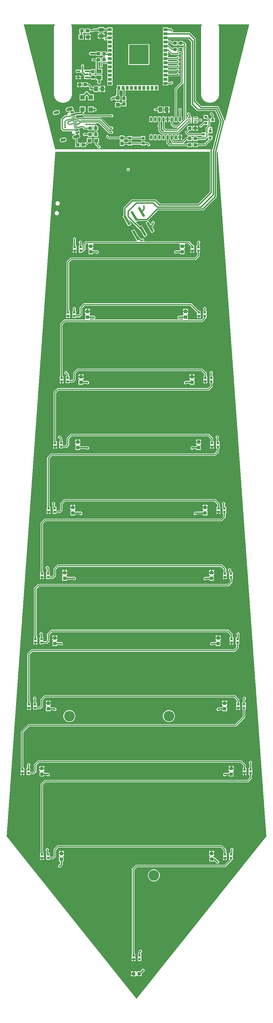
<source format=gbr>
G04 EAGLE Gerber RS-274X export*
G75*
%MOMM*%
%FSLAX34Y34*%
%LPD*%
%INTop Copper*%
%IPPOS*%
%AMOC8*
5,1,8,0,0,1.08239X$1,22.5*%
G01*
%ADD10R,1.000000X1.100000*%
%ADD11R,1.100000X1.000000*%
%ADD12R,1.500000X1.240000*%
%ADD13R,1.075000X1.000000*%
%ADD14R,1.240000X1.500000*%
%ADD15R,1.200000X0.550000*%
%ADD16R,0.900000X0.900000*%
%ADD17R,1.200000X1.200000*%
%ADD18R,1.000000X1.075000*%
%ADD19R,0.900000X0.800000*%
%ADD20R,1.200000X0.900000*%
%ADD21R,0.900000X1.200000*%
%ADD22R,6.000000X6.000000*%
%ADD23C,0.155000*%
%ADD24C,0.195000*%
%ADD25R,0.736600X3.251200*%
%ADD26R,0.700000X0.700000*%
%ADD27R,1.400000X1.400000*%
%ADD28R,0.600000X1.140000*%
%ADD29R,0.300000X1.140000*%
%ADD30C,0.900000*%
%ADD31C,3.251200*%
%ADD32C,0.525000*%
%ADD33C,0.406400*%
%ADD34C,0.304800*%
%ADD35C,0.402400*%
%ADD36C,0.600000*%
%ADD37C,0.609600*%
%ADD38C,0.508000*%
%ADD39C,0.355600*%
%ADD40C,0.254000*%

G36*
X39Y-2996285D02*
X39Y-2996285D01*
X59Y-2996286D01*
X160Y-2996262D01*
X262Y-2996242D01*
X279Y-2996233D01*
X298Y-2996228D01*
X386Y-2996173D01*
X476Y-2996122D01*
X493Y-2996104D01*
X506Y-2996096D01*
X526Y-2996072D01*
X594Y-2996003D01*
X397730Y-2499584D01*
X397767Y-2499517D01*
X397813Y-2499456D01*
X397827Y-2499411D01*
X397850Y-2499370D01*
X397865Y-2499295D01*
X397888Y-2499222D01*
X397890Y-2499158D01*
X397896Y-2499128D01*
X397893Y-2499102D01*
X397895Y-2499054D01*
X248141Y-402506D01*
X248114Y-402394D01*
X248090Y-402280D01*
X248086Y-402274D01*
X248084Y-402266D01*
X248023Y-402169D01*
X247964Y-402069D01*
X247958Y-402064D01*
X247954Y-402058D01*
X247865Y-401985D01*
X247777Y-401909D01*
X247770Y-401906D01*
X247764Y-401902D01*
X247657Y-401861D01*
X247548Y-401817D01*
X247540Y-401816D01*
X247534Y-401814D01*
X247513Y-401813D01*
X247382Y-401799D01*
X247235Y-401799D01*
X247185Y-401807D01*
X247135Y-401805D01*
X247064Y-401827D01*
X246992Y-401839D01*
X246947Y-401862D01*
X246899Y-401877D01*
X246839Y-401919D01*
X246774Y-401954D01*
X246740Y-401990D01*
X246699Y-402019D01*
X246656Y-402079D01*
X246605Y-402132D01*
X246584Y-402177D01*
X246554Y-402218D01*
X246512Y-402332D01*
X246501Y-402355D01*
X246500Y-402363D01*
X246496Y-402375D01*
X245387Y-406810D01*
X245387Y-406819D01*
X245383Y-406827D01*
X245365Y-406994D01*
X245365Y-541434D01*
X242761Y-544038D01*
X204884Y-581915D01*
X65499Y-581915D01*
X65409Y-581929D01*
X65318Y-581937D01*
X65288Y-581949D01*
X65256Y-581954D01*
X65176Y-581997D01*
X65092Y-582033D01*
X65060Y-582059D01*
X65039Y-582070D01*
X65017Y-582093D01*
X64961Y-582138D01*
X36038Y-611061D01*
X33434Y-613665D01*
X4748Y-613665D01*
X4635Y-613683D01*
X4521Y-613699D01*
X4512Y-613703D01*
X4505Y-613704D01*
X4486Y-613715D01*
X4368Y-613767D01*
X-1471Y-617137D01*
X-1562Y-617212D01*
X-1656Y-617287D01*
X-1658Y-617291D01*
X-1661Y-617293D01*
X-1724Y-617393D01*
X-1789Y-617494D01*
X-1790Y-617498D01*
X-1792Y-617502D01*
X-1820Y-617617D01*
X-1849Y-617733D01*
X-1848Y-617737D01*
X-1849Y-617741D01*
X-1839Y-617860D01*
X-1830Y-617978D01*
X-1828Y-617982D01*
X-1828Y-617986D01*
X-1779Y-618096D01*
X-1733Y-618204D01*
X-1730Y-618208D01*
X-1729Y-618211D01*
X-1719Y-618221D01*
X-1628Y-618335D01*
X9528Y-629492D01*
X9564Y-629517D01*
X9593Y-629550D01*
X9663Y-629588D01*
X9728Y-629635D01*
X9770Y-629648D01*
X9808Y-629669D01*
X9886Y-629684D01*
X9963Y-629707D01*
X10007Y-629706D01*
X10050Y-629714D01*
X10129Y-629703D01*
X10209Y-629701D01*
X10250Y-629686D01*
X10293Y-629680D01*
X10426Y-629621D01*
X10440Y-629617D01*
X10442Y-629614D01*
X10447Y-629612D01*
X14459Y-627296D01*
X16086Y-627732D01*
X33184Y-657346D01*
X32748Y-658973D01*
X24911Y-663498D01*
X23284Y-663062D01*
X11972Y-643469D01*
X11962Y-643457D01*
X11956Y-643442D01*
X11851Y-643311D01*
X-22152Y-609308D01*
X-22172Y-609294D01*
X-22187Y-609275D01*
X-22271Y-609222D01*
X-22352Y-609164D01*
X-22375Y-609157D01*
X-22395Y-609145D01*
X-22492Y-609121D01*
X-22587Y-609092D01*
X-22611Y-609093D01*
X-22635Y-609087D01*
X-22734Y-609096D01*
X-22833Y-609098D01*
X-22856Y-609107D01*
X-22880Y-609109D01*
X-22971Y-609149D01*
X-23064Y-609183D01*
X-23083Y-609198D01*
X-23105Y-609208D01*
X-23178Y-609274D01*
X-23256Y-609337D01*
X-23269Y-609357D01*
X-23287Y-609373D01*
X-23335Y-609460D01*
X-23389Y-609543D01*
X-23395Y-609567D01*
X-23407Y-609588D01*
X-23425Y-609686D01*
X-23449Y-609782D01*
X-23447Y-609806D01*
X-23452Y-609830D01*
X-23438Y-609928D01*
X-23430Y-610027D01*
X-23421Y-610049D01*
X-23417Y-610073D01*
X-23350Y-610227D01*
X-15483Y-623852D01*
X-15919Y-625479D01*
X-23756Y-630004D01*
X-25383Y-629568D01*
X-36695Y-609975D01*
X-36705Y-609963D01*
X-36711Y-609948D01*
X-36816Y-609817D01*
X-37085Y-609549D01*
X-37085Y-609504D01*
X-37103Y-609391D01*
X-37119Y-609277D01*
X-37123Y-609268D01*
X-37124Y-609262D01*
X-37135Y-609242D01*
X-37187Y-609124D01*
X-42481Y-599954D01*
X-42045Y-598327D01*
X-40005Y-597149D01*
X-39953Y-597107D01*
X-39895Y-597072D01*
X-39859Y-597029D01*
X-39815Y-596994D01*
X-39779Y-596936D01*
X-39735Y-596885D01*
X-39714Y-596833D01*
X-39684Y-596785D01*
X-39668Y-596720D01*
X-39643Y-596657D01*
X-39634Y-596578D01*
X-39627Y-596546D01*
X-39629Y-596525D01*
X-39625Y-596490D01*
X-39625Y-573626D01*
X-17581Y-551582D01*
X-17528Y-551508D01*
X-17468Y-551439D01*
X-17456Y-551409D01*
X-17437Y-551383D01*
X-17410Y-551296D01*
X-17376Y-551211D01*
X-17372Y-551170D01*
X-17365Y-551147D01*
X-17366Y-551115D01*
X-17358Y-551044D01*
X-17358Y-550521D01*
X-14629Y-547792D01*
X-10771Y-547792D01*
X-10401Y-548162D01*
X-10327Y-548215D01*
X-10257Y-548275D01*
X-10227Y-548287D01*
X-10201Y-548306D01*
X-10114Y-548333D01*
X-10029Y-548367D01*
X-9988Y-548371D01*
X-9966Y-548378D01*
X-9934Y-548377D01*
X-9862Y-548385D01*
X58834Y-548385D01*
X71311Y-560862D01*
X71385Y-560915D01*
X71454Y-560975D01*
X71484Y-560987D01*
X71510Y-561006D01*
X71597Y-561033D01*
X71682Y-561067D01*
X71723Y-561071D01*
X71745Y-561078D01*
X71778Y-561077D01*
X71849Y-561085D01*
X188501Y-561085D01*
X188591Y-561071D01*
X188682Y-561063D01*
X188712Y-561051D01*
X188744Y-561046D01*
X188824Y-561003D01*
X188908Y-560967D01*
X188940Y-560941D01*
X188961Y-560930D01*
X188983Y-560907D01*
X189039Y-560862D01*
X224312Y-525589D01*
X224365Y-525515D01*
X224425Y-525446D01*
X224437Y-525416D01*
X224456Y-525390D01*
X224483Y-525303D01*
X224517Y-525218D01*
X224521Y-525177D01*
X224528Y-525154D01*
X224527Y-525122D01*
X224535Y-525051D01*
X224535Y-402560D01*
X224532Y-402540D01*
X224534Y-402521D01*
X224512Y-402419D01*
X224496Y-402317D01*
X224486Y-402300D01*
X224482Y-402280D01*
X224429Y-402191D01*
X224380Y-402100D01*
X224366Y-402086D01*
X224356Y-402069D01*
X224277Y-402002D01*
X224202Y-401931D01*
X224184Y-401922D01*
X224169Y-401909D01*
X224073Y-401870D01*
X223979Y-401827D01*
X223959Y-401825D01*
X223941Y-401817D01*
X223774Y-401799D01*
X-247382Y-401799D01*
X-247496Y-401817D01*
X-247610Y-401834D01*
X-247617Y-401837D01*
X-247625Y-401839D01*
X-247726Y-401892D01*
X-247830Y-401945D01*
X-247835Y-401950D01*
X-247842Y-401954D01*
X-247922Y-402038D01*
X-248003Y-402120D01*
X-248006Y-402126D01*
X-248011Y-402132D01*
X-248060Y-402237D01*
X-248111Y-402341D01*
X-248112Y-402350D01*
X-248115Y-402355D01*
X-248117Y-402376D01*
X-248141Y-402506D01*
X-397895Y-2499054D01*
X-397888Y-2499130D01*
X-397890Y-2499207D01*
X-397877Y-2499252D01*
X-397872Y-2499299D01*
X-397841Y-2499369D01*
X-397819Y-2499442D01*
X-397785Y-2499496D01*
X-397773Y-2499524D01*
X-397755Y-2499543D01*
X-397730Y-2499584D01*
X-594Y-2996003D01*
X-517Y-2996073D01*
X-444Y-2996146D01*
X-427Y-2996154D01*
X-412Y-2996168D01*
X-316Y-2996209D01*
X-224Y-2996255D01*
X-204Y-2996258D01*
X-186Y-2996266D01*
X-83Y-2996274D01*
X20Y-2996288D01*
X39Y-2996285D01*
G37*
G36*
X232399Y-394440D02*
X232399Y-394440D01*
X232453Y-394442D01*
X232519Y-394421D01*
X232587Y-394410D01*
X232634Y-394384D01*
X232686Y-394368D01*
X232741Y-394327D01*
X232802Y-394295D01*
X232839Y-394255D01*
X232882Y-394223D01*
X232922Y-394167D01*
X232969Y-394117D01*
X232991Y-394067D01*
X233022Y-394023D01*
X233065Y-393905D01*
X233070Y-393894D01*
X233070Y-393890D01*
X233072Y-393884D01*
X254422Y-309721D01*
X254426Y-309672D01*
X254439Y-309626D01*
X254436Y-309552D01*
X254442Y-309477D01*
X254431Y-309430D01*
X254428Y-309382D01*
X254384Y-309241D01*
X240701Y-277315D01*
X240639Y-277217D01*
X240576Y-277116D01*
X240572Y-277113D01*
X240570Y-277109D01*
X240478Y-277036D01*
X240388Y-276961D01*
X240383Y-276960D01*
X240379Y-276957D01*
X240268Y-276916D01*
X240160Y-276875D01*
X240153Y-276875D01*
X240150Y-276873D01*
X240138Y-276873D01*
X240013Y-276861D01*
X186291Y-276861D01*
X167639Y-258209D01*
X167639Y-65748D01*
X167623Y-65652D01*
X167614Y-65555D01*
X167604Y-65532D01*
X167600Y-65507D01*
X167554Y-65421D01*
X167513Y-65332D01*
X167492Y-65307D01*
X167485Y-65292D01*
X167466Y-65275D01*
X167420Y-65218D01*
X159456Y-57254D01*
X159376Y-57197D01*
X159301Y-57135D01*
X159278Y-57127D01*
X159257Y-57112D01*
X159164Y-57084D01*
X159073Y-57049D01*
X159040Y-57046D01*
X159024Y-57041D01*
X158999Y-57042D01*
X158926Y-57035D01*
X97402Y-57035D01*
X97378Y-57039D01*
X97353Y-57036D01*
X97258Y-57058D01*
X97161Y-57074D01*
X97140Y-57086D01*
X97116Y-57092D01*
X97032Y-57143D01*
X96946Y-57189D01*
X96929Y-57207D01*
X96908Y-57220D01*
X96846Y-57296D01*
X96779Y-57367D01*
X96769Y-57390D01*
X96753Y-57409D01*
X96719Y-57500D01*
X96678Y-57590D01*
X96676Y-57614D01*
X96667Y-57637D01*
X96653Y-57784D01*
X96653Y-58312D01*
X96175Y-58790D01*
X96160Y-58810D01*
X96141Y-58826D01*
X96090Y-58909D01*
X96032Y-58989D01*
X96025Y-59012D01*
X96012Y-59033D01*
X95990Y-59128D01*
X95962Y-59222D01*
X95962Y-59247D01*
X95957Y-59270D01*
X95966Y-59368D01*
X95969Y-59466D01*
X95978Y-59489D01*
X95980Y-59513D01*
X96021Y-59603D01*
X96055Y-59694D01*
X96071Y-59713D01*
X96081Y-59736D01*
X96175Y-59850D01*
X96653Y-60328D01*
X96653Y-61364D01*
X96657Y-61388D01*
X96654Y-61413D01*
X96676Y-61508D01*
X96692Y-61605D01*
X96704Y-61626D01*
X96710Y-61650D01*
X96761Y-61734D01*
X96807Y-61820D01*
X96825Y-61837D01*
X96838Y-61858D01*
X96914Y-61920D01*
X96985Y-61987D01*
X97008Y-61997D01*
X97027Y-62013D01*
X97118Y-62047D01*
X97208Y-62088D01*
X97232Y-62090D01*
X97255Y-62099D01*
X97402Y-62113D01*
X105243Y-62113D01*
X109204Y-66074D01*
X109283Y-66131D01*
X109358Y-66193D01*
X109382Y-66201D01*
X109402Y-66216D01*
X109495Y-66244D01*
X109587Y-66279D01*
X109620Y-66282D01*
X109636Y-66287D01*
X109661Y-66286D01*
X109734Y-66293D01*
X110343Y-66293D01*
X110367Y-66289D01*
X110392Y-66292D01*
X110487Y-66270D01*
X110584Y-66254D01*
X110605Y-66242D01*
X110629Y-66236D01*
X110713Y-66185D01*
X110799Y-66139D01*
X110816Y-66121D01*
X110837Y-66108D01*
X110899Y-66032D01*
X110966Y-65961D01*
X110976Y-65938D01*
X110992Y-65919D01*
X111026Y-65828D01*
X111067Y-65738D01*
X111069Y-65714D01*
X111078Y-65691D01*
X111092Y-65544D01*
X111092Y-64008D01*
X112283Y-62817D01*
X124717Y-62817D01*
X125908Y-64008D01*
X125908Y-75692D01*
X124717Y-76883D01*
X112283Y-76883D01*
X111092Y-75692D01*
X111092Y-74156D01*
X111088Y-74132D01*
X111091Y-74107D01*
X111069Y-74012D01*
X111053Y-73915D01*
X111041Y-73894D01*
X111035Y-73870D01*
X110984Y-73786D01*
X110938Y-73700D01*
X110920Y-73683D01*
X110907Y-73662D01*
X110831Y-73600D01*
X110760Y-73533D01*
X110737Y-73523D01*
X110718Y-73507D01*
X110627Y-73473D01*
X110537Y-73432D01*
X110513Y-73430D01*
X110490Y-73421D01*
X110343Y-73407D01*
X106477Y-73407D01*
X102516Y-69446D01*
X102437Y-69389D01*
X102362Y-69327D01*
X102338Y-69319D01*
X102318Y-69304D01*
X102225Y-69276D01*
X102133Y-69241D01*
X102100Y-69238D01*
X102084Y-69233D01*
X102059Y-69234D01*
X101986Y-69227D01*
X97402Y-69227D01*
X97378Y-69231D01*
X97353Y-69228D01*
X97258Y-69250D01*
X97161Y-69266D01*
X97140Y-69278D01*
X97116Y-69284D01*
X97032Y-69335D01*
X96946Y-69381D01*
X96929Y-69399D01*
X96908Y-69412D01*
X96846Y-69488D01*
X96779Y-69559D01*
X96769Y-69582D01*
X96753Y-69601D01*
X96719Y-69692D01*
X96678Y-69782D01*
X96676Y-69806D01*
X96667Y-69829D01*
X96653Y-69976D01*
X96653Y-71012D01*
X96175Y-71490D01*
X96160Y-71510D01*
X96141Y-71526D01*
X96090Y-71609D01*
X96032Y-71689D01*
X96025Y-71712D01*
X96012Y-71733D01*
X95990Y-71828D01*
X95962Y-71922D01*
X95962Y-71947D01*
X95957Y-71970D01*
X95966Y-72068D01*
X95969Y-72166D01*
X95978Y-72189D01*
X95980Y-72213D01*
X96021Y-72303D01*
X96055Y-72394D01*
X96071Y-72413D01*
X96081Y-72436D01*
X96175Y-72550D01*
X96653Y-73028D01*
X96653Y-74064D01*
X96657Y-74088D01*
X96654Y-74113D01*
X96676Y-74208D01*
X96692Y-74305D01*
X96704Y-74326D01*
X96710Y-74350D01*
X96761Y-74434D01*
X96807Y-74520D01*
X96825Y-74537D01*
X96838Y-74558D01*
X96914Y-74620D01*
X96985Y-74687D01*
X97008Y-74697D01*
X97027Y-74713D01*
X97118Y-74747D01*
X97208Y-74788D01*
X97232Y-74790D01*
X97255Y-74799D01*
X97402Y-74813D01*
X98893Y-74813D01*
X109204Y-85124D01*
X109283Y-85181D01*
X109358Y-85243D01*
X109382Y-85251D01*
X109402Y-85266D01*
X109495Y-85294D01*
X109587Y-85329D01*
X109620Y-85332D01*
X109636Y-85337D01*
X109661Y-85336D01*
X109734Y-85343D01*
X110343Y-85343D01*
X110367Y-85339D01*
X110392Y-85342D01*
X110487Y-85320D01*
X110584Y-85304D01*
X110605Y-85292D01*
X110629Y-85286D01*
X110713Y-85235D01*
X110799Y-85189D01*
X110816Y-85171D01*
X110837Y-85158D01*
X110899Y-85082D01*
X110966Y-85011D01*
X110976Y-84988D01*
X110992Y-84969D01*
X111026Y-84878D01*
X111067Y-84788D01*
X111069Y-84764D01*
X111078Y-84741D01*
X111092Y-84594D01*
X111092Y-83058D01*
X112283Y-81867D01*
X124717Y-81867D01*
X125908Y-83058D01*
X125908Y-94742D01*
X124987Y-95663D01*
X124944Y-95723D01*
X124893Y-95777D01*
X124873Y-95821D01*
X124844Y-95862D01*
X124823Y-95932D01*
X124793Y-95999D01*
X124788Y-96048D01*
X124773Y-96095D01*
X124776Y-96168D01*
X124769Y-96242D01*
X124780Y-96290D01*
X124781Y-96339D01*
X124807Y-96408D01*
X124824Y-96479D01*
X124850Y-96521D01*
X124867Y-96567D01*
X124914Y-96624D01*
X124953Y-96687D01*
X124991Y-96718D01*
X125022Y-96756D01*
X125084Y-96795D01*
X125141Y-96842D01*
X125187Y-96859D01*
X125229Y-96885D01*
X125301Y-96902D01*
X125369Y-96928D01*
X125442Y-96935D01*
X125467Y-96941D01*
X125483Y-96939D01*
X125516Y-96942D01*
X128484Y-96942D01*
X128556Y-96930D01*
X128630Y-96928D01*
X128676Y-96911D01*
X128724Y-96903D01*
X128789Y-96868D01*
X128858Y-96842D01*
X128896Y-96811D01*
X128940Y-96788D01*
X128983Y-96741D01*
X128998Y-96802D01*
X129005Y-96875D01*
X129025Y-96920D01*
X129036Y-96968D01*
X129075Y-97031D01*
X129105Y-97098D01*
X129152Y-97154D01*
X129165Y-97176D01*
X129178Y-97186D01*
X129199Y-97212D01*
X131658Y-99671D01*
X131658Y-103529D01*
X128929Y-106258D01*
X125071Y-106258D01*
X124189Y-105376D01*
X124110Y-105319D01*
X124035Y-105257D01*
X124011Y-105249D01*
X123991Y-105234D01*
X123897Y-105206D01*
X123806Y-105171D01*
X123773Y-105168D01*
X123757Y-105163D01*
X123732Y-105164D01*
X123659Y-105157D01*
X106477Y-105157D01*
X104174Y-102854D01*
X97722Y-96402D01*
X97702Y-96388D01*
X97687Y-96369D01*
X97604Y-96317D01*
X97524Y-96260D01*
X97500Y-96253D01*
X97480Y-96240D01*
X97384Y-96218D01*
X97290Y-96189D01*
X97266Y-96190D01*
X97242Y-96184D01*
X97145Y-96194D01*
X97046Y-96197D01*
X97024Y-96206D01*
X96999Y-96208D01*
X96910Y-96248D01*
X96818Y-96283D01*
X96799Y-96298D01*
X96777Y-96309D01*
X96663Y-96402D01*
X96175Y-96890D01*
X96160Y-96910D01*
X96141Y-96926D01*
X96090Y-97009D01*
X96032Y-97089D01*
X96025Y-97112D01*
X96012Y-97133D01*
X95990Y-97228D01*
X95962Y-97322D01*
X95962Y-97347D01*
X95957Y-97370D01*
X95966Y-97468D01*
X95969Y-97566D01*
X95978Y-97589D01*
X95980Y-97613D01*
X96021Y-97703D01*
X96055Y-97794D01*
X96071Y-97813D01*
X96081Y-97836D01*
X96175Y-97950D01*
X96653Y-98428D01*
X96653Y-109112D01*
X96175Y-109590D01*
X96160Y-109610D01*
X96141Y-109626D01*
X96090Y-109709D01*
X96032Y-109789D01*
X96025Y-109812D01*
X96012Y-109833D01*
X95990Y-109928D01*
X95962Y-110022D01*
X95962Y-110047D01*
X95957Y-110070D01*
X95966Y-110168D01*
X95969Y-110266D01*
X95978Y-110289D01*
X95980Y-110313D01*
X96021Y-110403D01*
X96055Y-110494D01*
X96071Y-110513D01*
X96081Y-110536D01*
X96175Y-110650D01*
X96653Y-111128D01*
X96653Y-112164D01*
X96657Y-112188D01*
X96654Y-112213D01*
X96676Y-112308D01*
X96692Y-112405D01*
X96704Y-112426D01*
X96710Y-112450D01*
X96761Y-112534D01*
X96807Y-112620D01*
X96825Y-112637D01*
X96838Y-112658D01*
X96914Y-112720D01*
X96985Y-112787D01*
X97008Y-112797D01*
X97027Y-112813D01*
X97118Y-112847D01*
X97208Y-112888D01*
X97232Y-112890D01*
X97255Y-112899D01*
X97402Y-112913D01*
X121593Y-112913D01*
X121617Y-112909D01*
X121642Y-112912D01*
X121737Y-112890D01*
X121834Y-112874D01*
X121855Y-112862D01*
X121879Y-112856D01*
X121963Y-112805D01*
X122049Y-112759D01*
X122066Y-112741D01*
X122087Y-112728D01*
X122149Y-112652D01*
X122216Y-112581D01*
X122226Y-112558D01*
X122242Y-112539D01*
X122276Y-112448D01*
X122285Y-112428D01*
X125071Y-109642D01*
X128929Y-109642D01*
X131658Y-112371D01*
X131658Y-116229D01*
X128929Y-118958D01*
X127683Y-118958D01*
X127586Y-118974D01*
X127489Y-118983D01*
X127467Y-118993D01*
X127442Y-118997D01*
X127356Y-119043D01*
X127267Y-119084D01*
X127241Y-119105D01*
X127227Y-119112D01*
X127210Y-119131D01*
X127153Y-119177D01*
X126303Y-120027D01*
X97402Y-120027D01*
X97378Y-120031D01*
X97353Y-120028D01*
X97258Y-120050D01*
X97161Y-120066D01*
X97140Y-120078D01*
X97116Y-120084D01*
X97032Y-120135D01*
X96946Y-120181D01*
X96929Y-120199D01*
X96908Y-120212D01*
X96846Y-120288D01*
X96779Y-120359D01*
X96769Y-120382D01*
X96753Y-120401D01*
X96719Y-120492D01*
X96678Y-120582D01*
X96676Y-120606D01*
X96667Y-120629D01*
X96653Y-120776D01*
X96653Y-121812D01*
X96175Y-122290D01*
X96160Y-122310D01*
X96141Y-122326D01*
X96090Y-122409D01*
X96032Y-122489D01*
X96025Y-122512D01*
X96012Y-122533D01*
X95990Y-122628D01*
X95962Y-122722D01*
X95962Y-122747D01*
X95957Y-122770D01*
X95966Y-122868D01*
X95969Y-122966D01*
X95978Y-122989D01*
X95980Y-123013D01*
X96021Y-123103D01*
X96055Y-123194D01*
X96071Y-123213D01*
X96081Y-123236D01*
X96175Y-123350D01*
X96653Y-123828D01*
X96653Y-124864D01*
X96657Y-124888D01*
X96654Y-124913D01*
X96676Y-125008D01*
X96692Y-125105D01*
X96704Y-125126D01*
X96710Y-125150D01*
X96761Y-125234D01*
X96807Y-125320D01*
X96825Y-125337D01*
X96838Y-125358D01*
X96914Y-125420D01*
X96985Y-125487D01*
X97008Y-125497D01*
X97027Y-125513D01*
X97118Y-125547D01*
X97208Y-125588D01*
X97232Y-125590D01*
X97255Y-125599D01*
X97402Y-125613D01*
X121593Y-125613D01*
X121617Y-125609D01*
X121642Y-125612D01*
X121737Y-125590D01*
X121834Y-125574D01*
X121855Y-125562D01*
X121879Y-125556D01*
X121963Y-125505D01*
X122049Y-125459D01*
X122066Y-125441D01*
X122087Y-125428D01*
X122149Y-125352D01*
X122216Y-125281D01*
X122226Y-125258D01*
X122242Y-125239D01*
X122276Y-125148D01*
X122285Y-125128D01*
X125071Y-122342D01*
X128929Y-122342D01*
X131658Y-125071D01*
X131658Y-128929D01*
X128929Y-131658D01*
X127683Y-131658D01*
X127586Y-131674D01*
X127489Y-131683D01*
X127467Y-131693D01*
X127442Y-131697D01*
X127356Y-131743D01*
X127267Y-131784D01*
X127241Y-131805D01*
X127227Y-131812D01*
X127210Y-131831D01*
X127153Y-131877D01*
X126303Y-132727D01*
X97402Y-132727D01*
X97378Y-132731D01*
X97353Y-132728D01*
X97258Y-132750D01*
X97161Y-132766D01*
X97140Y-132778D01*
X97116Y-132784D01*
X97032Y-132835D01*
X96946Y-132881D01*
X96929Y-132899D01*
X96908Y-132912D01*
X96846Y-132988D01*
X96779Y-133059D01*
X96769Y-133082D01*
X96753Y-133101D01*
X96719Y-133192D01*
X96678Y-133282D01*
X96676Y-133306D01*
X96667Y-133329D01*
X96653Y-133476D01*
X96653Y-134512D01*
X96175Y-134990D01*
X96160Y-135010D01*
X96141Y-135026D01*
X96090Y-135109D01*
X96032Y-135189D01*
X96025Y-135212D01*
X96012Y-135233D01*
X95990Y-135328D01*
X95962Y-135422D01*
X95962Y-135447D01*
X95957Y-135470D01*
X95966Y-135568D01*
X95969Y-135666D01*
X95978Y-135689D01*
X95980Y-135713D01*
X96021Y-135803D01*
X96055Y-135894D01*
X96071Y-135913D01*
X96081Y-135936D01*
X96175Y-136050D01*
X96653Y-136528D01*
X96653Y-137564D01*
X96657Y-137588D01*
X96654Y-137613D01*
X96676Y-137708D01*
X96692Y-137805D01*
X96704Y-137826D01*
X96710Y-137850D01*
X96761Y-137934D01*
X96807Y-138020D01*
X96825Y-138037D01*
X96838Y-138058D01*
X96914Y-138120D01*
X96985Y-138187D01*
X97008Y-138197D01*
X97027Y-138213D01*
X97118Y-138247D01*
X97208Y-138288D01*
X97232Y-138290D01*
X97255Y-138299D01*
X97402Y-138313D01*
X121593Y-138313D01*
X121617Y-138309D01*
X121642Y-138312D01*
X121737Y-138290D01*
X121834Y-138274D01*
X121855Y-138262D01*
X121879Y-138256D01*
X121963Y-138205D01*
X122049Y-138159D01*
X122066Y-138141D01*
X122087Y-138128D01*
X122149Y-138052D01*
X122216Y-137981D01*
X122226Y-137958D01*
X122242Y-137939D01*
X122276Y-137848D01*
X122285Y-137828D01*
X125071Y-135042D01*
X128929Y-135042D01*
X131658Y-137771D01*
X131658Y-141629D01*
X128929Y-144358D01*
X127683Y-144358D01*
X127586Y-144374D01*
X127489Y-144383D01*
X127467Y-144393D01*
X127442Y-144397D01*
X127356Y-144443D01*
X127267Y-144484D01*
X127241Y-144505D01*
X127227Y-144512D01*
X127210Y-144531D01*
X127153Y-144577D01*
X126303Y-145427D01*
X97402Y-145427D01*
X97378Y-145431D01*
X97353Y-145428D01*
X97258Y-145450D01*
X97161Y-145466D01*
X97140Y-145478D01*
X97116Y-145484D01*
X97032Y-145535D01*
X96946Y-145581D01*
X96929Y-145599D01*
X96908Y-145612D01*
X96846Y-145688D01*
X96779Y-145759D01*
X96769Y-145782D01*
X96753Y-145801D01*
X96719Y-145892D01*
X96678Y-145982D01*
X96676Y-146006D01*
X96667Y-146029D01*
X96653Y-146176D01*
X96653Y-147212D01*
X96175Y-147690D01*
X96160Y-147710D01*
X96141Y-147726D01*
X96090Y-147809D01*
X96032Y-147889D01*
X96025Y-147912D01*
X96012Y-147933D01*
X95990Y-148028D01*
X95962Y-148122D01*
X95962Y-148147D01*
X95957Y-148170D01*
X95966Y-148268D01*
X95969Y-148366D01*
X95978Y-148389D01*
X95980Y-148413D01*
X96021Y-148503D01*
X96055Y-148594D01*
X96071Y-148613D01*
X96081Y-148636D01*
X96175Y-148750D01*
X96653Y-149228D01*
X96653Y-149756D01*
X96657Y-149780D01*
X96654Y-149805D01*
X96676Y-149900D01*
X96692Y-149997D01*
X96704Y-150018D01*
X96710Y-150042D01*
X96761Y-150126D01*
X96807Y-150212D01*
X96825Y-150229D01*
X96838Y-150250D01*
X96914Y-150312D01*
X96985Y-150379D01*
X97008Y-150389D01*
X97027Y-150405D01*
X97118Y-150439D01*
X97208Y-150480D01*
X97232Y-150482D01*
X97255Y-150491D01*
X97402Y-150505D01*
X121997Y-150505D01*
X122094Y-150489D01*
X122191Y-150480D01*
X122213Y-150470D01*
X122238Y-150466D01*
X122324Y-150420D01*
X122413Y-150379D01*
X122439Y-150358D01*
X122453Y-150351D01*
X122470Y-150332D01*
X122527Y-150286D01*
X125071Y-147742D01*
X128929Y-147742D01*
X131658Y-150471D01*
X131658Y-154329D01*
X128929Y-157058D01*
X128401Y-157058D01*
X128305Y-157074D01*
X128208Y-157083D01*
X128185Y-157093D01*
X128160Y-157097D01*
X128074Y-157143D01*
X127985Y-157184D01*
X127960Y-157205D01*
X127945Y-157212D01*
X127928Y-157231D01*
X127871Y-157277D01*
X126514Y-158635D01*
X97402Y-158635D01*
X97378Y-158639D01*
X97353Y-158636D01*
X97258Y-158658D01*
X97161Y-158674D01*
X97140Y-158686D01*
X97116Y-158692D01*
X97032Y-158743D01*
X96946Y-158789D01*
X96929Y-158807D01*
X96908Y-158820D01*
X96846Y-158896D01*
X96779Y-158967D01*
X96769Y-158990D01*
X96753Y-159009D01*
X96719Y-159100D01*
X96678Y-159190D01*
X96676Y-159214D01*
X96667Y-159237D01*
X96653Y-159384D01*
X96653Y-159912D01*
X96175Y-160390D01*
X96160Y-160410D01*
X96141Y-160426D01*
X96090Y-160509D01*
X96032Y-160589D01*
X96025Y-160612D01*
X96012Y-160633D01*
X95990Y-160728D01*
X95962Y-160822D01*
X95962Y-160847D01*
X95957Y-160870D01*
X95966Y-160968D01*
X95969Y-161066D01*
X95978Y-161089D01*
X95980Y-161113D01*
X96021Y-161203D01*
X96055Y-161294D01*
X96071Y-161313D01*
X96081Y-161336D01*
X96175Y-161450D01*
X96653Y-161928D01*
X96653Y-162456D01*
X96657Y-162480D01*
X96654Y-162505D01*
X96676Y-162600D01*
X96692Y-162697D01*
X96704Y-162718D01*
X96710Y-162742D01*
X96761Y-162826D01*
X96807Y-162912D01*
X96825Y-162929D01*
X96838Y-162950D01*
X96914Y-163012D01*
X96985Y-163079D01*
X97008Y-163089D01*
X97027Y-163105D01*
X97118Y-163139D01*
X97208Y-163180D01*
X97232Y-163182D01*
X97255Y-163191D01*
X97402Y-163205D01*
X121997Y-163205D01*
X122094Y-163189D01*
X122191Y-163180D01*
X122213Y-163170D01*
X122238Y-163166D01*
X122324Y-163120D01*
X122413Y-163079D01*
X122439Y-163058D01*
X122453Y-163051D01*
X122470Y-163032D01*
X122527Y-162986D01*
X125071Y-160442D01*
X128929Y-160442D01*
X131658Y-163171D01*
X131658Y-167029D01*
X128929Y-169758D01*
X128401Y-169758D01*
X128305Y-169774D01*
X128208Y-169783D01*
X128185Y-169793D01*
X128160Y-169797D01*
X128074Y-169843D01*
X127985Y-169884D01*
X127960Y-169905D01*
X127945Y-169912D01*
X127928Y-169931D01*
X127871Y-169977D01*
X126514Y-171335D01*
X97402Y-171335D01*
X97378Y-171339D01*
X97353Y-171336D01*
X97258Y-171358D01*
X97161Y-171374D01*
X97140Y-171386D01*
X97116Y-171392D01*
X97032Y-171443D01*
X96946Y-171489D01*
X96929Y-171507D01*
X96908Y-171520D01*
X96846Y-171596D01*
X96779Y-171667D01*
X96769Y-171690D01*
X96753Y-171709D01*
X96719Y-171800D01*
X96678Y-171890D01*
X96676Y-171914D01*
X96667Y-171937D01*
X96653Y-172084D01*
X96653Y-172612D01*
X96175Y-173090D01*
X96160Y-173110D01*
X96141Y-173126D01*
X96090Y-173209D01*
X96032Y-173289D01*
X96025Y-173312D01*
X96012Y-173333D01*
X95990Y-173428D01*
X95962Y-173522D01*
X95962Y-173547D01*
X95957Y-173570D01*
X95966Y-173668D01*
X95969Y-173766D01*
X95978Y-173789D01*
X95980Y-173813D01*
X96021Y-173903D01*
X96055Y-173994D01*
X96071Y-174013D01*
X96081Y-174036D01*
X96175Y-174150D01*
X96653Y-174628D01*
X96653Y-185312D01*
X96175Y-185790D01*
X96160Y-185810D01*
X96141Y-185826D01*
X96090Y-185909D01*
X96032Y-185989D01*
X96025Y-186012D01*
X96012Y-186033D01*
X95990Y-186128D01*
X95962Y-186222D01*
X95962Y-186247D01*
X95957Y-186270D01*
X95966Y-186368D01*
X95969Y-186466D01*
X95978Y-186489D01*
X95980Y-186513D01*
X96021Y-186603D01*
X96055Y-186694D01*
X96071Y-186713D01*
X96081Y-186736D01*
X96175Y-186850D01*
X96653Y-187328D01*
X96653Y-188364D01*
X96657Y-188388D01*
X96654Y-188413D01*
X96676Y-188508D01*
X96692Y-188605D01*
X96704Y-188626D01*
X96710Y-188650D01*
X96761Y-188734D01*
X96807Y-188820D01*
X96825Y-188837D01*
X96838Y-188858D01*
X96914Y-188920D01*
X96985Y-188987D01*
X97008Y-188997D01*
X97027Y-189013D01*
X97118Y-189047D01*
X97208Y-189088D01*
X97232Y-189090D01*
X97255Y-189099D01*
X97402Y-189113D01*
X103306Y-189113D01*
X103403Y-189097D01*
X103499Y-189088D01*
X103522Y-189078D01*
X103547Y-189074D01*
X103633Y-189028D01*
X103722Y-188987D01*
X103747Y-188966D01*
X103762Y-188959D01*
X103779Y-188940D01*
X103836Y-188894D01*
X106275Y-186455D01*
X109625Y-186455D01*
X111995Y-188825D01*
X111995Y-192175D01*
X109625Y-194545D01*
X109246Y-194545D01*
X109149Y-194561D01*
X109052Y-194570D01*
X109030Y-194580D01*
X109005Y-194584D01*
X108919Y-194630D01*
X108830Y-194671D01*
X108804Y-194692D01*
X108790Y-194699D01*
X108773Y-194718D01*
X108716Y-194764D01*
X107253Y-196227D01*
X97402Y-196227D01*
X97378Y-196231D01*
X97353Y-196228D01*
X97258Y-196250D01*
X97161Y-196266D01*
X97140Y-196278D01*
X97116Y-196284D01*
X97032Y-196335D01*
X96946Y-196381D01*
X96929Y-196399D01*
X96908Y-196412D01*
X96846Y-196488D01*
X96779Y-196559D01*
X96769Y-196582D01*
X96753Y-196601D01*
X96719Y-196692D01*
X96678Y-196782D01*
X96676Y-196806D01*
X96667Y-196829D01*
X96653Y-196976D01*
X96653Y-198012D01*
X95462Y-199203D01*
X81778Y-199203D01*
X80587Y-198012D01*
X80587Y-187328D01*
X81065Y-186850D01*
X81080Y-186830D01*
X81099Y-186814D01*
X81151Y-186731D01*
X81208Y-186651D01*
X81215Y-186628D01*
X81228Y-186607D01*
X81250Y-186512D01*
X81278Y-186418D01*
X81278Y-186394D01*
X81283Y-186370D01*
X81274Y-186272D01*
X81271Y-186174D01*
X81262Y-186151D01*
X81260Y-186127D01*
X81219Y-186037D01*
X81185Y-185946D01*
X81169Y-185927D01*
X81159Y-185904D01*
X81065Y-185790D01*
X80587Y-185312D01*
X80587Y-174628D01*
X81065Y-174150D01*
X81080Y-174130D01*
X81099Y-174114D01*
X81151Y-174031D01*
X81208Y-173951D01*
X81215Y-173928D01*
X81228Y-173907D01*
X81250Y-173812D01*
X81278Y-173718D01*
X81278Y-173694D01*
X81283Y-173670D01*
X81274Y-173572D01*
X81271Y-173474D01*
X81262Y-173451D01*
X81260Y-173427D01*
X81219Y-173337D01*
X81185Y-173246D01*
X81169Y-173227D01*
X81159Y-173204D01*
X81065Y-173090D01*
X80587Y-172612D01*
X80587Y-161928D01*
X81065Y-161450D01*
X81080Y-161430D01*
X81099Y-161414D01*
X81151Y-161331D01*
X81208Y-161251D01*
X81215Y-161228D01*
X81228Y-161207D01*
X81250Y-161112D01*
X81278Y-161018D01*
X81278Y-160994D01*
X81283Y-160970D01*
X81274Y-160872D01*
X81271Y-160774D01*
X81262Y-160751D01*
X81260Y-160727D01*
X81219Y-160637D01*
X81185Y-160546D01*
X81169Y-160527D01*
X81159Y-160504D01*
X81065Y-160390D01*
X80587Y-159912D01*
X80587Y-149228D01*
X81065Y-148750D01*
X81080Y-148730D01*
X81099Y-148714D01*
X81151Y-148631D01*
X81208Y-148551D01*
X81215Y-148528D01*
X81228Y-148507D01*
X81250Y-148412D01*
X81278Y-148318D01*
X81278Y-148294D01*
X81283Y-148270D01*
X81274Y-148172D01*
X81271Y-148074D01*
X81262Y-148051D01*
X81260Y-148027D01*
X81219Y-147937D01*
X81185Y-147846D01*
X81169Y-147827D01*
X81159Y-147804D01*
X81065Y-147690D01*
X80587Y-147212D01*
X80587Y-136528D01*
X81065Y-136050D01*
X81080Y-136030D01*
X81099Y-136014D01*
X81151Y-135931D01*
X81208Y-135851D01*
X81215Y-135828D01*
X81228Y-135807D01*
X81250Y-135712D01*
X81278Y-135618D01*
X81278Y-135594D01*
X81283Y-135570D01*
X81274Y-135472D01*
X81271Y-135374D01*
X81262Y-135351D01*
X81260Y-135327D01*
X81219Y-135237D01*
X81185Y-135146D01*
X81169Y-135127D01*
X81159Y-135104D01*
X81065Y-134990D01*
X80587Y-134512D01*
X80587Y-123828D01*
X81065Y-123350D01*
X81080Y-123330D01*
X81099Y-123314D01*
X81151Y-123231D01*
X81208Y-123151D01*
X81215Y-123128D01*
X81228Y-123107D01*
X81250Y-123012D01*
X81278Y-122918D01*
X81278Y-122894D01*
X81283Y-122870D01*
X81274Y-122772D01*
X81271Y-122674D01*
X81262Y-122651D01*
X81260Y-122627D01*
X81219Y-122537D01*
X81185Y-122446D01*
X81169Y-122427D01*
X81159Y-122404D01*
X81065Y-122290D01*
X80587Y-121812D01*
X80587Y-111128D01*
X81065Y-110650D01*
X81080Y-110630D01*
X81099Y-110614D01*
X81151Y-110531D01*
X81208Y-110451D01*
X81215Y-110428D01*
X81228Y-110407D01*
X81250Y-110312D01*
X81278Y-110218D01*
X81278Y-110194D01*
X81283Y-110170D01*
X81274Y-110072D01*
X81271Y-109974D01*
X81262Y-109951D01*
X81260Y-109927D01*
X81219Y-109837D01*
X81185Y-109746D01*
X81169Y-109727D01*
X81159Y-109704D01*
X81065Y-109590D01*
X80587Y-109112D01*
X80587Y-98428D01*
X81065Y-97950D01*
X81080Y-97930D01*
X81099Y-97914D01*
X81151Y-97831D01*
X81208Y-97751D01*
X81215Y-97728D01*
X81228Y-97707D01*
X81250Y-97612D01*
X81278Y-97518D01*
X81278Y-97494D01*
X81283Y-97470D01*
X81274Y-97372D01*
X81271Y-97274D01*
X81262Y-97251D01*
X81260Y-97227D01*
X81219Y-97137D01*
X81185Y-97046D01*
X81169Y-97027D01*
X81159Y-97004D01*
X81065Y-96890D01*
X80587Y-96412D01*
X80587Y-85728D01*
X81065Y-85250D01*
X81080Y-85230D01*
X81099Y-85214D01*
X81151Y-85131D01*
X81208Y-85051D01*
X81215Y-85028D01*
X81228Y-85007D01*
X81250Y-84912D01*
X81278Y-84818D01*
X81278Y-84794D01*
X81283Y-84770D01*
X81274Y-84672D01*
X81271Y-84574D01*
X81262Y-84551D01*
X81260Y-84527D01*
X81219Y-84437D01*
X81185Y-84346D01*
X81169Y-84327D01*
X81159Y-84304D01*
X81065Y-84190D01*
X80587Y-83712D01*
X80587Y-73028D01*
X81065Y-72550D01*
X81080Y-72530D01*
X81099Y-72514D01*
X81151Y-72431D01*
X81208Y-72351D01*
X81215Y-72328D01*
X81228Y-72307D01*
X81250Y-72212D01*
X81278Y-72118D01*
X81278Y-72094D01*
X81283Y-72070D01*
X81274Y-71972D01*
X81271Y-71874D01*
X81262Y-71851D01*
X81260Y-71827D01*
X81219Y-71737D01*
X81185Y-71646D01*
X81169Y-71627D01*
X81159Y-71604D01*
X81065Y-71490D01*
X80587Y-71012D01*
X80587Y-60328D01*
X81065Y-59850D01*
X81080Y-59830D01*
X81099Y-59814D01*
X81151Y-59731D01*
X81208Y-59651D01*
X81215Y-59628D01*
X81228Y-59607D01*
X81250Y-59512D01*
X81278Y-59418D01*
X81278Y-59394D01*
X81283Y-59370D01*
X81274Y-59272D01*
X81271Y-59174D01*
X81262Y-59151D01*
X81260Y-59127D01*
X81219Y-59037D01*
X81185Y-58946D01*
X81169Y-58927D01*
X81159Y-58904D01*
X81065Y-58790D01*
X80587Y-58312D01*
X80587Y-47628D01*
X81065Y-47150D01*
X81080Y-47130D01*
X81099Y-47114D01*
X81151Y-47031D01*
X81208Y-46951D01*
X81215Y-46928D01*
X81228Y-46907D01*
X81250Y-46812D01*
X81278Y-46718D01*
X81278Y-46694D01*
X81283Y-46670D01*
X81274Y-46572D01*
X81271Y-46474D01*
X81262Y-46451D01*
X81260Y-46427D01*
X81219Y-46337D01*
X81185Y-46246D01*
X81169Y-46227D01*
X81159Y-46204D01*
X81065Y-46090D01*
X80587Y-45612D01*
X80587Y-34928D01*
X81065Y-34450D01*
X81080Y-34430D01*
X81099Y-34414D01*
X81151Y-34331D01*
X81208Y-34251D01*
X81215Y-34228D01*
X81228Y-34207D01*
X81250Y-34112D01*
X81278Y-34018D01*
X81278Y-33994D01*
X81283Y-33970D01*
X81274Y-33872D01*
X81271Y-33774D01*
X81262Y-33751D01*
X81260Y-33727D01*
X81219Y-33637D01*
X81185Y-33546D01*
X81169Y-33527D01*
X81159Y-33504D01*
X81065Y-33390D01*
X80587Y-32912D01*
X80587Y-22228D01*
X81778Y-21037D01*
X95462Y-21037D01*
X96653Y-22228D01*
X96653Y-22756D01*
X96657Y-22780D01*
X96654Y-22805D01*
X96676Y-22900D01*
X96692Y-22997D01*
X96704Y-23018D01*
X96710Y-23042D01*
X96761Y-23126D01*
X96807Y-23212D01*
X96825Y-23229D01*
X96838Y-23250D01*
X96914Y-23312D01*
X96985Y-23379D01*
X97008Y-23389D01*
X97027Y-23405D01*
X97118Y-23439D01*
X97208Y-23480D01*
X97232Y-23482D01*
X97255Y-23491D01*
X97402Y-23505D01*
X105454Y-23505D01*
X112015Y-30066D01*
X112015Y-33434D01*
X110522Y-34926D01*
X110479Y-34986D01*
X110429Y-35040D01*
X110409Y-35084D01*
X110380Y-35125D01*
X110359Y-35195D01*
X110328Y-35262D01*
X110323Y-35311D01*
X110309Y-35358D01*
X110312Y-35431D01*
X110304Y-35505D01*
X110315Y-35553D01*
X110317Y-35602D01*
X110343Y-35671D01*
X110360Y-35742D01*
X110386Y-35784D01*
X110403Y-35830D01*
X110449Y-35887D01*
X110488Y-35950D01*
X110526Y-35981D01*
X110558Y-36019D01*
X110620Y-36058D01*
X110677Y-36105D01*
X110723Y-36122D01*
X110765Y-36148D01*
X110836Y-36165D01*
X110905Y-36191D01*
X110978Y-36198D01*
X111002Y-36204D01*
X111019Y-36202D01*
X111052Y-36205D01*
X162604Y-36205D01*
X181865Y-55466D01*
X181865Y-245656D01*
X181881Y-245752D01*
X181890Y-245849D01*
X181900Y-245872D01*
X181904Y-245897D01*
X181950Y-245983D01*
X181991Y-246072D01*
X182012Y-246097D01*
X182019Y-246112D01*
X182038Y-246129D01*
X182084Y-246186D01*
X198314Y-262416D01*
X198394Y-262473D01*
X198469Y-262535D01*
X198492Y-262543D01*
X198513Y-262558D01*
X198606Y-262586D01*
X198697Y-262621D01*
X198730Y-262624D01*
X198746Y-262629D01*
X198771Y-262628D01*
X198844Y-262635D01*
X246662Y-262635D01*
X246739Y-262623D01*
X246816Y-262619D01*
X246878Y-262600D01*
X246903Y-262596D01*
X246920Y-262587D01*
X246957Y-262575D01*
X247596Y-262301D01*
X248299Y-262582D01*
X248366Y-262596D01*
X248430Y-262621D01*
X248513Y-262629D01*
X248537Y-262634D01*
X248551Y-262633D01*
X248577Y-262635D01*
X249334Y-262635D01*
X249825Y-263127D01*
X249889Y-263172D01*
X249946Y-263225D01*
X250004Y-263255D01*
X250024Y-263269D01*
X250042Y-263275D01*
X250077Y-263293D01*
X250723Y-263551D01*
X251021Y-264247D01*
X251058Y-264305D01*
X251086Y-264367D01*
X251139Y-264432D01*
X251152Y-264452D01*
X251163Y-264461D01*
X251180Y-264481D01*
X251715Y-265016D01*
X251715Y-265712D01*
X251727Y-265789D01*
X251731Y-265866D01*
X251750Y-265928D01*
X251754Y-265953D01*
X251763Y-265970D01*
X251775Y-266007D01*
X269305Y-306909D01*
X269318Y-306930D01*
X269351Y-306999D01*
X269694Y-307571D01*
X269741Y-307626D01*
X269781Y-307688D01*
X269820Y-307719D01*
X269852Y-307757D01*
X269915Y-307794D01*
X269972Y-307840D01*
X270019Y-307857D01*
X270061Y-307882D01*
X270133Y-307898D01*
X270202Y-307922D01*
X270251Y-307923D01*
X270299Y-307933D01*
X270372Y-307925D01*
X270446Y-307926D01*
X270493Y-307911D01*
X270542Y-307906D01*
X270608Y-307874D01*
X270678Y-307852D01*
X270718Y-307822D01*
X270762Y-307801D01*
X270815Y-307750D01*
X270874Y-307706D01*
X270902Y-307666D01*
X270938Y-307632D01*
X270971Y-307566D01*
X271013Y-307506D01*
X271038Y-307437D01*
X271049Y-307415D01*
X271052Y-307398D01*
X271063Y-307367D01*
X344684Y-12882D01*
X344694Y-12767D01*
X344705Y-12651D01*
X344704Y-12645D01*
X344704Y-12639D01*
X344676Y-12527D01*
X344650Y-12414D01*
X344646Y-12408D01*
X344645Y-12402D01*
X344582Y-12305D01*
X344521Y-12206D01*
X344516Y-12202D01*
X344513Y-12197D01*
X344422Y-12125D01*
X344333Y-12052D01*
X344327Y-12049D01*
X344321Y-12045D01*
X344212Y-12006D01*
X344104Y-11965D01*
X344096Y-11965D01*
X344092Y-11963D01*
X344077Y-11963D01*
X343957Y-11951D01*
X250766Y-11951D01*
X250734Y-11956D01*
X250701Y-11954D01*
X250614Y-11976D01*
X250525Y-11990D01*
X250496Y-12006D01*
X250464Y-12014D01*
X250389Y-12063D01*
X250310Y-12105D01*
X250287Y-12129D01*
X250260Y-12147D01*
X250204Y-12218D01*
X250143Y-12284D01*
X250129Y-12313D01*
X250109Y-12339D01*
X250079Y-12424D01*
X250042Y-12506D01*
X250039Y-12538D01*
X250028Y-12569D01*
X250027Y-12659D01*
X250018Y-12749D01*
X250026Y-12780D01*
X250025Y-12813D01*
X250062Y-12956D01*
X252533Y-19745D01*
X252533Y-229455D01*
X249212Y-238579D01*
X242971Y-246017D01*
X234562Y-250871D01*
X225000Y-252557D01*
X215438Y-250871D01*
X207029Y-246017D01*
X200788Y-238579D01*
X197467Y-229455D01*
X197467Y-19745D01*
X199938Y-12956D01*
X199944Y-12924D01*
X199958Y-12894D01*
X199967Y-12805D01*
X199983Y-12716D01*
X199979Y-12684D01*
X199982Y-12651D01*
X199961Y-12564D01*
X199949Y-12475D01*
X199934Y-12446D01*
X199927Y-12414D01*
X199879Y-12337D01*
X199839Y-12257D01*
X199815Y-12234D01*
X199798Y-12206D01*
X199729Y-12149D01*
X199664Y-12086D01*
X199635Y-12072D01*
X199609Y-12052D01*
X199525Y-12020D01*
X199444Y-11981D01*
X199412Y-11977D01*
X199381Y-11965D01*
X199234Y-11951D01*
X-199234Y-11951D01*
X-199266Y-11956D01*
X-199299Y-11954D01*
X-199386Y-11976D01*
X-199475Y-11990D01*
X-199504Y-12006D01*
X-199536Y-12014D01*
X-199611Y-12063D01*
X-199690Y-12105D01*
X-199713Y-12129D01*
X-199740Y-12147D01*
X-199796Y-12218D01*
X-199857Y-12284D01*
X-199871Y-12313D01*
X-199891Y-12339D01*
X-199921Y-12424D01*
X-199958Y-12506D01*
X-199961Y-12538D01*
X-199972Y-12569D01*
X-199973Y-12659D01*
X-199982Y-12749D01*
X-199974Y-12780D01*
X-199975Y-12813D01*
X-199938Y-12956D01*
X-197467Y-19745D01*
X-197467Y-229455D01*
X-200788Y-238579D01*
X-207029Y-246017D01*
X-215438Y-250871D01*
X-225000Y-252557D01*
X-234562Y-250871D01*
X-242971Y-246017D01*
X-249212Y-238579D01*
X-252533Y-229455D01*
X-252533Y-19745D01*
X-250062Y-12956D01*
X-250056Y-12924D01*
X-250042Y-12894D01*
X-250033Y-12805D01*
X-250017Y-12716D01*
X-250021Y-12684D01*
X-250018Y-12651D01*
X-250039Y-12564D01*
X-250051Y-12475D01*
X-250066Y-12446D01*
X-250073Y-12414D01*
X-250121Y-12337D01*
X-250161Y-12257D01*
X-250185Y-12234D01*
X-250202Y-12206D01*
X-250271Y-12149D01*
X-250336Y-12086D01*
X-250365Y-12072D01*
X-250391Y-12052D01*
X-250475Y-12020D01*
X-250556Y-11981D01*
X-250588Y-11977D01*
X-250619Y-11965D01*
X-250766Y-11951D01*
X-343957Y-11951D01*
X-344072Y-11970D01*
X-344186Y-11986D01*
X-344192Y-11989D01*
X-344198Y-11990D01*
X-344300Y-12045D01*
X-344403Y-12098D01*
X-344408Y-12102D01*
X-344413Y-12105D01*
X-344492Y-12190D01*
X-344573Y-12273D01*
X-344576Y-12279D01*
X-344580Y-12284D01*
X-344628Y-12388D01*
X-344678Y-12493D01*
X-344678Y-12500D01*
X-344681Y-12506D01*
X-344692Y-12621D01*
X-344706Y-12736D01*
X-344705Y-12744D01*
X-344705Y-12749D01*
X-344702Y-12763D01*
X-344684Y-12882D01*
X-249434Y-393882D01*
X-249412Y-393932D01*
X-249400Y-393986D01*
X-249364Y-394044D01*
X-249337Y-394106D01*
X-249300Y-394147D01*
X-249271Y-394194D01*
X-249219Y-394236D01*
X-249174Y-394287D01*
X-249125Y-394313D01*
X-249083Y-394349D01*
X-249020Y-394372D01*
X-248960Y-394405D01*
X-248906Y-394415D01*
X-248854Y-394435D01*
X-248734Y-394447D01*
X-248720Y-394449D01*
X-248716Y-394448D01*
X-248707Y-394449D01*
X232346Y-394449D01*
X232399Y-394440D01*
G37*
%LPC*%
G36*
X-186167Y-388033D02*
X-186167Y-388033D01*
X-187358Y-386842D01*
X-187358Y-378933D01*
X-187374Y-378836D01*
X-187383Y-378739D01*
X-187393Y-378717D01*
X-187397Y-378692D01*
X-187443Y-378606D01*
X-187484Y-378517D01*
X-187505Y-378491D01*
X-187512Y-378477D01*
X-187531Y-378460D01*
X-187577Y-378403D01*
X-187582Y-378398D01*
X-187582Y-364457D01*
X-187585Y-364441D01*
X-187584Y-364431D01*
X-187588Y-364412D01*
X-187586Y-364379D01*
X-187608Y-364299D01*
X-187622Y-364216D01*
X-187641Y-364181D01*
X-187651Y-364144D01*
X-187698Y-364074D01*
X-187737Y-364001D01*
X-187766Y-363974D01*
X-187788Y-363941D01*
X-187854Y-363891D01*
X-187915Y-363834D01*
X-187951Y-363818D01*
X-187982Y-363794D01*
X-188061Y-363768D01*
X-188137Y-363733D01*
X-188176Y-363729D01*
X-188214Y-363717D01*
X-188297Y-363717D01*
X-188380Y-363709D01*
X-188418Y-363718D01*
X-188458Y-363718D01*
X-188470Y-363723D01*
X-188645Y-363706D01*
X-188653Y-363707D01*
X-188666Y-363705D01*
X-189147Y-363660D01*
X-189157Y-363661D01*
X-189167Y-363658D01*
X-189314Y-363663D01*
X-189981Y-363752D01*
X-190621Y-363543D01*
X-190631Y-363541D01*
X-190640Y-363536D01*
X-190785Y-363508D01*
X-191456Y-363446D01*
X-192033Y-363100D01*
X-192042Y-363096D01*
X-192050Y-363090D01*
X-192185Y-363030D01*
X-192825Y-362820D01*
X-193310Y-362354D01*
X-193318Y-362348D01*
X-193325Y-362340D01*
X-193443Y-362252D01*
X-194020Y-361906D01*
X-194390Y-361343D01*
X-194397Y-361335D01*
X-194401Y-361326D01*
X-194497Y-361214D01*
X-194982Y-360747D01*
X-195217Y-360117D01*
X-195222Y-360108D01*
X-195224Y-360098D01*
X-195293Y-359967D01*
X-195662Y-359404D01*
X-195751Y-358737D01*
X-195754Y-358727D01*
X-195754Y-358717D01*
X-195792Y-358574D01*
X-196027Y-357943D01*
X-195965Y-357273D01*
X-195965Y-357263D01*
X-195963Y-357253D01*
X-195968Y-357106D01*
X-196057Y-356438D01*
X-195847Y-355799D01*
X-195845Y-355789D01*
X-195841Y-355779D01*
X-195813Y-355634D01*
X-195751Y-354964D01*
X-195404Y-354387D01*
X-195400Y-354378D01*
X-195394Y-354370D01*
X-195334Y-354235D01*
X-195125Y-353595D01*
X-194659Y-353110D01*
X-194653Y-353101D01*
X-194645Y-353095D01*
X-194557Y-352977D01*
X-194210Y-352400D01*
X-193647Y-352030D01*
X-193640Y-352023D01*
X-193630Y-352019D01*
X-193518Y-351923D01*
X-193052Y-351438D01*
X-192421Y-351203D01*
X-192412Y-351198D01*
X-192402Y-351195D01*
X-192271Y-351127D01*
X-191868Y-350862D01*
X-191863Y-350858D01*
X-191857Y-350855D01*
X-191855Y-350853D01*
X-191850Y-350851D01*
X-191807Y-350822D01*
X-191766Y-350824D01*
X-191673Y-350835D01*
X-191635Y-350829D01*
X-191616Y-350830D01*
X-191592Y-350823D01*
X-191526Y-350813D01*
X-191109Y-350709D01*
X-191087Y-350699D01*
X-191029Y-350684D01*
X-190342Y-350428D01*
X-190315Y-350432D01*
X-190251Y-350449D01*
X-190195Y-350446D01*
X-190139Y-350452D01*
X-190022Y-350435D01*
X-190007Y-350434D01*
X-190002Y-350432D01*
X-189993Y-350431D01*
X-188220Y-349989D01*
X-188198Y-349979D01*
X-188174Y-349975D01*
X-188086Y-349931D01*
X-187996Y-349892D01*
X-187978Y-349876D01*
X-187956Y-349864D01*
X-187888Y-349794D01*
X-187815Y-349728D01*
X-187803Y-349707D01*
X-187786Y-349689D01*
X-187744Y-349601D01*
X-187696Y-349515D01*
X-187692Y-349491D01*
X-187682Y-349469D01*
X-187670Y-349372D01*
X-187652Y-349275D01*
X-187656Y-349251D01*
X-187653Y-349227D01*
X-187675Y-349080D01*
X-188063Y-347523D01*
X-188104Y-347427D01*
X-188141Y-347330D01*
X-188153Y-347316D01*
X-188160Y-347299D01*
X-188229Y-347222D01*
X-188296Y-347141D01*
X-188311Y-347131D01*
X-188323Y-347118D01*
X-188414Y-347067D01*
X-188503Y-347012D01*
X-188520Y-347008D01*
X-188537Y-346999D01*
X-188639Y-346980D01*
X-188740Y-346957D01*
X-188759Y-346958D01*
X-188777Y-346955D01*
X-188880Y-346970D01*
X-188983Y-346980D01*
X-189000Y-346988D01*
X-189018Y-346990D01*
X-189111Y-347038D01*
X-189206Y-347081D01*
X-189224Y-347096D01*
X-189235Y-347102D01*
X-189252Y-347119D01*
X-189320Y-347174D01*
X-190167Y-348022D01*
X-194336Y-348022D01*
X-197284Y-345073D01*
X-197284Y-340904D01*
X-197116Y-340736D01*
X-197073Y-340676D01*
X-197023Y-340622D01*
X-197002Y-340577D01*
X-196974Y-340537D01*
X-196952Y-340467D01*
X-196922Y-340400D01*
X-196917Y-340351D01*
X-196903Y-340304D01*
X-196905Y-340230D01*
X-196898Y-340157D01*
X-196909Y-340109D01*
X-196911Y-340060D01*
X-196936Y-339991D01*
X-196953Y-339920D01*
X-196979Y-339878D01*
X-196996Y-339831D01*
X-197043Y-339775D01*
X-197082Y-339712D01*
X-197120Y-339681D01*
X-197151Y-339643D01*
X-197213Y-339604D01*
X-197270Y-339557D01*
X-197316Y-339540D01*
X-197358Y-339514D01*
X-197430Y-339497D01*
X-197498Y-339471D01*
X-197572Y-339464D01*
X-197596Y-339458D01*
X-197612Y-339460D01*
X-197645Y-339457D01*
X-224733Y-339457D01*
X-227184Y-337005D01*
X-228689Y-335500D01*
X-231141Y-333048D01*
X-231141Y-301952D01*
X-219062Y-289873D01*
X-212017Y-289873D01*
X-211993Y-289869D01*
X-211968Y-289871D01*
X-211873Y-289849D01*
X-211776Y-289833D01*
X-211754Y-289822D01*
X-211730Y-289816D01*
X-211647Y-289764D01*
X-211561Y-289718D01*
X-211544Y-289700D01*
X-211523Y-289687D01*
X-211461Y-289612D01*
X-211394Y-289540D01*
X-211384Y-289518D01*
X-211368Y-289499D01*
X-211334Y-289407D01*
X-211293Y-289318D01*
X-211291Y-289293D01*
X-211282Y-289271D01*
X-211267Y-289124D01*
X-211267Y-284821D01*
X-208319Y-281873D01*
X-205390Y-281873D01*
X-205276Y-281854D01*
X-205162Y-281837D01*
X-205156Y-281834D01*
X-205150Y-281833D01*
X-205047Y-281779D01*
X-204945Y-281726D01*
X-204940Y-281721D01*
X-204934Y-281718D01*
X-204855Y-281634D01*
X-204775Y-281551D01*
X-204772Y-281545D01*
X-204767Y-281540D01*
X-204720Y-281435D01*
X-204670Y-281331D01*
X-204669Y-281324D01*
X-204667Y-281318D01*
X-204655Y-281204D01*
X-204642Y-281089D01*
X-204643Y-281080D01*
X-204643Y-281075D01*
X-204646Y-281061D01*
X-204663Y-280942D01*
X-205053Y-279378D01*
X-205063Y-279356D01*
X-205067Y-279332D01*
X-205111Y-279244D01*
X-205150Y-279154D01*
X-205167Y-279136D01*
X-205178Y-279114D01*
X-205248Y-279046D01*
X-205314Y-278973D01*
X-205335Y-278961D01*
X-205353Y-278944D01*
X-205441Y-278902D01*
X-205527Y-278854D01*
X-205551Y-278850D01*
X-205573Y-278840D01*
X-205671Y-278828D01*
X-205767Y-278810D01*
X-205791Y-278814D01*
X-205815Y-278811D01*
X-205962Y-278833D01*
X-207734Y-279275D01*
X-207786Y-279297D01*
X-207840Y-279309D01*
X-207897Y-279345D01*
X-207958Y-279371D01*
X-208000Y-279409D01*
X-208047Y-279438D01*
X-208050Y-279442D01*
X-208768Y-279537D01*
X-208791Y-279544D01*
X-208850Y-279553D01*
X-209268Y-279657D01*
X-209354Y-279694D01*
X-209443Y-279725D01*
X-209475Y-279746D01*
X-209492Y-279754D01*
X-209510Y-279770D01*
X-209525Y-279780D01*
X-209571Y-279776D01*
X-209579Y-279776D01*
X-209592Y-279774D01*
X-210073Y-279729D01*
X-210083Y-279730D01*
X-210093Y-279728D01*
X-210241Y-279733D01*
X-210908Y-279822D01*
X-211547Y-279612D01*
X-211557Y-279610D01*
X-211567Y-279606D01*
X-211712Y-279578D01*
X-212382Y-279516D01*
X-212959Y-279169D01*
X-212962Y-279168D01*
X-212965Y-279166D01*
X-212971Y-279163D01*
X-212976Y-279159D01*
X-213111Y-279099D01*
X-213751Y-278890D01*
X-214236Y-278424D01*
X-214245Y-278418D01*
X-214251Y-278410D01*
X-214370Y-278322D01*
X-214946Y-277975D01*
X-215316Y-277412D01*
X-215323Y-277405D01*
X-215327Y-277395D01*
X-215423Y-277283D01*
X-215908Y-276817D01*
X-216143Y-276186D01*
X-216148Y-276177D01*
X-216151Y-276167D01*
X-216219Y-276036D01*
X-216589Y-275474D01*
X-216677Y-274807D01*
X-216680Y-274797D01*
X-216680Y-274787D01*
X-216718Y-274644D01*
X-216953Y-274013D01*
X-216891Y-273343D01*
X-216891Y-273333D01*
X-216889Y-273323D01*
X-216894Y-273175D01*
X-216983Y-272508D01*
X-216773Y-271868D01*
X-216772Y-271858D01*
X-216767Y-271849D01*
X-216739Y-271704D01*
X-216677Y-271034D01*
X-216331Y-270457D01*
X-216327Y-270447D01*
X-216320Y-270439D01*
X-216261Y-270304D01*
X-216051Y-269665D01*
X-215585Y-269179D01*
X-215579Y-269171D01*
X-215571Y-269165D01*
X-215483Y-269046D01*
X-215136Y-268469D01*
X-214573Y-268100D01*
X-214566Y-268093D01*
X-214557Y-268088D01*
X-214444Y-267992D01*
X-213978Y-267507D01*
X-213347Y-267272D01*
X-213339Y-267267D01*
X-213329Y-267265D01*
X-213198Y-267196D01*
X-212794Y-266931D01*
X-212789Y-266926D01*
X-212783Y-266924D01*
X-212781Y-266922D01*
X-212777Y-266920D01*
X-212733Y-266891D01*
X-212692Y-266893D01*
X-212599Y-266904D01*
X-212561Y-266898D01*
X-212542Y-266899D01*
X-212519Y-266892D01*
X-212453Y-266882D01*
X-212035Y-266778D01*
X-212013Y-266769D01*
X-211955Y-266754D01*
X-211269Y-266498D01*
X-211241Y-266501D01*
X-211177Y-266519D01*
X-211121Y-266515D01*
X-211066Y-266522D01*
X-210948Y-266504D01*
X-210933Y-266504D01*
X-210929Y-266502D01*
X-210919Y-266500D01*
X-206745Y-265459D01*
X-206723Y-265450D01*
X-206639Y-265425D01*
X-206251Y-265264D01*
X-206053Y-265264D01*
X-206035Y-265261D01*
X-206017Y-265263D01*
X-205871Y-265242D01*
X-202169Y-264319D01*
X-202118Y-264296D01*
X-202063Y-264284D01*
X-202007Y-264248D01*
X-201945Y-264222D01*
X-201904Y-264184D01*
X-201856Y-264155D01*
X-201853Y-264151D01*
X-201136Y-264056D01*
X-201113Y-264049D01*
X-201053Y-264040D01*
X-200636Y-263936D01*
X-200550Y-263899D01*
X-200461Y-263868D01*
X-200429Y-263847D01*
X-200412Y-263839D01*
X-200394Y-263823D01*
X-200379Y-263813D01*
X-200332Y-263817D01*
X-200324Y-263817D01*
X-200311Y-263819D01*
X-199831Y-263864D01*
X-199821Y-263863D01*
X-199811Y-263865D01*
X-199663Y-263860D01*
X-198996Y-263772D01*
X-198356Y-263981D01*
X-198346Y-263983D01*
X-198337Y-263987D01*
X-198192Y-264015D01*
X-197522Y-264077D01*
X-196945Y-264424D01*
X-196935Y-264428D01*
X-196927Y-264434D01*
X-196792Y-264494D01*
X-196153Y-264703D01*
X-195667Y-265170D01*
X-195659Y-265175D01*
X-195652Y-265183D01*
X-195534Y-265272D01*
X-194957Y-265618D01*
X-194588Y-266181D01*
X-194581Y-266188D01*
X-194576Y-266198D01*
X-194480Y-266310D01*
X-193995Y-266776D01*
X-193760Y-267407D01*
X-193755Y-267416D01*
X-193753Y-267426D01*
X-193684Y-267557D01*
X-193315Y-268119D01*
X-193226Y-268787D01*
X-193223Y-268796D01*
X-193223Y-268807D01*
X-193186Y-268949D01*
X-192951Y-269580D01*
X-193013Y-270250D01*
X-193012Y-270261D01*
X-193014Y-270270D01*
X-193009Y-270418D01*
X-192921Y-271085D01*
X-193130Y-271725D01*
X-193132Y-271735D01*
X-193136Y-271744D01*
X-193164Y-271889D01*
X-193226Y-272559D01*
X-193573Y-273136D01*
X-193577Y-273146D01*
X-193583Y-273154D01*
X-193643Y-273289D01*
X-193852Y-273928D01*
X-193956Y-274037D01*
X-193976Y-274066D01*
X-194002Y-274089D01*
X-194045Y-274166D01*
X-194094Y-274238D01*
X-194104Y-274272D01*
X-194121Y-274302D01*
X-194137Y-274388D01*
X-194161Y-274473D01*
X-194159Y-274508D01*
X-194165Y-274542D01*
X-194152Y-274629D01*
X-194148Y-274716D01*
X-194135Y-274749D01*
X-194130Y-274784D01*
X-194090Y-274862D01*
X-194058Y-274943D01*
X-194035Y-274970D01*
X-194019Y-275001D01*
X-193956Y-275062D01*
X-193899Y-275129D01*
X-193869Y-275147D01*
X-193844Y-275171D01*
X-193765Y-275209D01*
X-193689Y-275253D01*
X-193655Y-275261D01*
X-193623Y-275276D01*
X-193536Y-275286D01*
X-193451Y-275304D01*
X-193416Y-275300D01*
X-193381Y-275304D01*
X-193235Y-275283D01*
X-191472Y-274843D01*
X-190029Y-275711D01*
X-188461Y-281998D01*
X-188451Y-282022D01*
X-188447Y-282048D01*
X-188403Y-282133D01*
X-188365Y-282222D01*
X-188347Y-282241D01*
X-188335Y-282265D01*
X-188265Y-282331D01*
X-188201Y-282403D01*
X-188178Y-282416D01*
X-188159Y-282434D01*
X-188072Y-282475D01*
X-187988Y-282522D01*
X-187962Y-282526D01*
X-187938Y-282537D01*
X-187842Y-282548D01*
X-187748Y-282566D01*
X-187722Y-282562D01*
X-187696Y-282565D01*
X-187550Y-282543D01*
X-184154Y-281679D01*
X-184150Y-281677D01*
X-184146Y-281677D01*
X-184038Y-281628D01*
X-183931Y-281581D01*
X-183928Y-281578D01*
X-183924Y-281576D01*
X-183809Y-281483D01*
X-183504Y-281177D01*
X-182276Y-281177D01*
X-182257Y-281174D01*
X-182238Y-281176D01*
X-182092Y-281154D01*
X-180902Y-280851D01*
X-180531Y-281072D01*
X-180526Y-281074D01*
X-180523Y-281077D01*
X-180413Y-281118D01*
X-180303Y-281161D01*
X-180299Y-281161D01*
X-180295Y-281163D01*
X-180148Y-281177D01*
X-174882Y-281177D01*
X-174858Y-281173D01*
X-174833Y-281176D01*
X-174738Y-281154D01*
X-174641Y-281138D01*
X-174620Y-281126D01*
X-174596Y-281120D01*
X-174512Y-281069D01*
X-174426Y-281023D01*
X-174409Y-281005D01*
X-174388Y-280992D01*
X-174326Y-280916D01*
X-174259Y-280845D01*
X-174249Y-280822D01*
X-174233Y-280803D01*
X-174199Y-280712D01*
X-174158Y-280622D01*
X-174156Y-280598D01*
X-174147Y-280575D01*
X-174133Y-280428D01*
X-174133Y-264658D01*
X-172942Y-263467D01*
X-157258Y-263467D01*
X-156067Y-264658D01*
X-156067Y-280342D01*
X-157258Y-281533D01*
X-160456Y-281533D01*
X-160552Y-281549D01*
X-160649Y-281558D01*
X-160671Y-281568D01*
X-160696Y-281572D01*
X-160782Y-281619D01*
X-160871Y-281659D01*
X-160897Y-281680D01*
X-160912Y-281687D01*
X-160929Y-281706D01*
X-160985Y-281752D01*
X-161997Y-282764D01*
X-162011Y-282784D01*
X-162030Y-282799D01*
X-162082Y-282882D01*
X-162139Y-282962D01*
X-162146Y-282985D01*
X-162159Y-283006D01*
X-162181Y-283102D01*
X-162210Y-283195D01*
X-162209Y-283220D01*
X-162215Y-283244D01*
X-162205Y-283341D01*
X-162202Y-283439D01*
X-162193Y-283462D01*
X-162191Y-283487D01*
X-162151Y-283576D01*
X-162116Y-283668D01*
X-162101Y-283687D01*
X-162090Y-283709D01*
X-161997Y-283823D01*
X-157496Y-288324D01*
X-157417Y-288381D01*
X-157342Y-288443D01*
X-157318Y-288451D01*
X-157298Y-288466D01*
X-157205Y-288494D01*
X-157113Y-288529D01*
X-157080Y-288532D01*
X-157064Y-288537D01*
X-157039Y-288536D01*
X-156966Y-288543D01*
X-79541Y-288543D01*
X-79444Y-288527D01*
X-79347Y-288518D01*
X-79325Y-288508D01*
X-79300Y-288504D01*
X-79214Y-288458D01*
X-79125Y-288417D01*
X-79099Y-288396D01*
X-79085Y-288389D01*
X-79068Y-288370D01*
X-79011Y-288324D01*
X-78129Y-287442D01*
X-74271Y-287442D01*
X-71542Y-290171D01*
X-71542Y-294029D01*
X-74271Y-296758D01*
X-78129Y-296758D01*
X-79011Y-295876D01*
X-79090Y-295819D01*
X-79165Y-295757D01*
X-79189Y-295749D01*
X-79209Y-295734D01*
X-79303Y-295706D01*
X-79394Y-295671D01*
X-79427Y-295668D01*
X-79443Y-295663D01*
X-79467Y-295664D01*
X-79541Y-295657D01*
X-160223Y-295657D01*
X-162526Y-293354D01*
X-167027Y-288853D01*
X-167047Y-288839D01*
X-167062Y-288820D01*
X-167145Y-288768D01*
X-167225Y-288711D01*
X-167249Y-288704D01*
X-167269Y-288691D01*
X-167365Y-288669D01*
X-167459Y-288640D01*
X-167483Y-288641D01*
X-167507Y-288635D01*
X-167604Y-288645D01*
X-167702Y-288648D01*
X-167725Y-288657D01*
X-167750Y-288659D01*
X-167839Y-288699D01*
X-167931Y-288734D01*
X-167950Y-288749D01*
X-167972Y-288760D01*
X-168086Y-288853D01*
X-169556Y-290323D01*
X-180944Y-290323D01*
X-180963Y-290326D01*
X-180982Y-290324D01*
X-181128Y-290346D01*
X-185344Y-291418D01*
X-185365Y-291427D01*
X-185387Y-291431D01*
X-185476Y-291476D01*
X-185568Y-291516D01*
X-185584Y-291531D01*
X-185605Y-291542D01*
X-185674Y-291613D01*
X-185748Y-291681D01*
X-185759Y-291701D01*
X-185775Y-291717D01*
X-185817Y-291807D01*
X-185866Y-291894D01*
X-185870Y-291917D01*
X-185879Y-291937D01*
X-185891Y-292036D01*
X-185908Y-292135D01*
X-185905Y-292157D01*
X-185908Y-292180D01*
X-185886Y-292326D01*
X-184950Y-296081D01*
X-184206Y-299065D01*
X-184197Y-299086D01*
X-184194Y-299109D01*
X-184149Y-299197D01*
X-184109Y-299289D01*
X-184094Y-299306D01*
X-184083Y-299326D01*
X-184012Y-299396D01*
X-183946Y-299470D01*
X-183926Y-299481D01*
X-183909Y-299497D01*
X-183819Y-299540D01*
X-183733Y-299588D01*
X-183710Y-299593D01*
X-183689Y-299603D01*
X-183590Y-299615D01*
X-183493Y-299632D01*
X-183470Y-299629D01*
X-183447Y-299632D01*
X-183301Y-299611D01*
X-176006Y-297822D01*
X-175999Y-297819D01*
X-175991Y-297818D01*
X-175886Y-297771D01*
X-175781Y-297726D01*
X-175776Y-297721D01*
X-175768Y-297718D01*
X-175654Y-297624D01*
X-175463Y-297433D01*
X-174510Y-297433D01*
X-174494Y-297431D01*
X-174478Y-297433D01*
X-174332Y-297412D01*
X-173406Y-297185D01*
X-173175Y-297325D01*
X-173168Y-297328D01*
X-173162Y-297333D01*
X-173055Y-297373D01*
X-172949Y-297416D01*
X-172941Y-297416D01*
X-172934Y-297419D01*
X-172787Y-297433D01*
X-108387Y-297433D01*
X-79733Y-326087D01*
X-79713Y-326101D01*
X-79698Y-326120D01*
X-79615Y-326172D01*
X-79535Y-326229D01*
X-79512Y-326236D01*
X-79491Y-326249D01*
X-79395Y-326271D01*
X-79301Y-326300D01*
X-79277Y-326299D01*
X-79253Y-326305D01*
X-79156Y-326295D01*
X-79058Y-326292D01*
X-79035Y-326283D01*
X-79010Y-326281D01*
X-78921Y-326240D01*
X-78829Y-326206D01*
X-78810Y-326190D01*
X-78788Y-326180D01*
X-78674Y-326087D01*
X-78129Y-325542D01*
X-74271Y-325542D01*
X-71542Y-328271D01*
X-71542Y-332129D01*
X-74271Y-334858D01*
X-78129Y-334858D01*
X-79011Y-333976D01*
X-79090Y-333919D01*
X-79165Y-333857D01*
X-79189Y-333849D01*
X-79209Y-333834D01*
X-79303Y-333806D01*
X-79394Y-333771D01*
X-79427Y-333768D01*
X-79443Y-333763D01*
X-79467Y-333764D01*
X-79541Y-333757D01*
X-82123Y-333757D01*
X-111114Y-304766D01*
X-111193Y-304709D01*
X-111268Y-304647D01*
X-111292Y-304639D01*
X-111312Y-304624D01*
X-111405Y-304596D01*
X-111497Y-304561D01*
X-111530Y-304558D01*
X-111546Y-304553D01*
X-111571Y-304554D01*
X-111644Y-304547D01*
X-171214Y-304547D01*
X-171287Y-304559D01*
X-171360Y-304561D01*
X-171407Y-304578D01*
X-171455Y-304586D01*
X-171520Y-304621D01*
X-171589Y-304647D01*
X-171627Y-304678D01*
X-171670Y-304701D01*
X-171721Y-304755D01*
X-171777Y-304802D01*
X-171804Y-304844D01*
X-171837Y-304879D01*
X-171868Y-304946D01*
X-171906Y-305009D01*
X-171918Y-305057D01*
X-171938Y-305102D01*
X-171945Y-305175D01*
X-171962Y-305246D01*
X-171957Y-305295D01*
X-171962Y-305345D01*
X-171945Y-305416D01*
X-171938Y-305489D01*
X-171918Y-305534D01*
X-171907Y-305582D01*
X-171868Y-305645D01*
X-171838Y-305712D01*
X-171791Y-305768D01*
X-171778Y-305790D01*
X-171765Y-305800D01*
X-171744Y-305826D01*
X-171466Y-306104D01*
X-170196Y-307374D01*
X-170117Y-307431D01*
X-170042Y-307493D01*
X-170018Y-307501D01*
X-169998Y-307516D01*
X-169905Y-307544D01*
X-169813Y-307579D01*
X-169780Y-307582D01*
X-169764Y-307587D01*
X-169739Y-307586D01*
X-169666Y-307593D01*
X-112827Y-307593D01*
X-81296Y-339124D01*
X-81217Y-339181D01*
X-81142Y-339243D01*
X-81118Y-339251D01*
X-81098Y-339266D01*
X-81005Y-339294D01*
X-80913Y-339329D01*
X-80880Y-339332D01*
X-80864Y-339337D01*
X-80839Y-339336D01*
X-80766Y-339343D01*
X-79541Y-339343D01*
X-79444Y-339327D01*
X-79347Y-339318D01*
X-79325Y-339308D01*
X-79300Y-339304D01*
X-79214Y-339258D01*
X-79125Y-339217D01*
X-79099Y-339196D01*
X-79085Y-339189D01*
X-79068Y-339170D01*
X-79011Y-339124D01*
X-78129Y-338242D01*
X-74271Y-338242D01*
X-71542Y-340971D01*
X-71542Y-344829D01*
X-74271Y-347558D01*
X-78129Y-347558D01*
X-79011Y-346676D01*
X-79090Y-346619D01*
X-79165Y-346557D01*
X-79189Y-346549D01*
X-79209Y-346534D01*
X-79303Y-346506D01*
X-79394Y-346471D01*
X-79427Y-346468D01*
X-79443Y-346463D01*
X-79468Y-346464D01*
X-79541Y-346457D01*
X-84023Y-346457D01*
X-115554Y-314926D01*
X-115633Y-314869D01*
X-115708Y-314807D01*
X-115732Y-314799D01*
X-115752Y-314784D01*
X-115845Y-314756D01*
X-115937Y-314721D01*
X-115970Y-314718D01*
X-115986Y-314713D01*
X-116011Y-314714D01*
X-116084Y-314707D01*
X-125494Y-314707D01*
X-125567Y-314719D01*
X-125640Y-314721D01*
X-125686Y-314738D01*
X-125735Y-314746D01*
X-125800Y-314781D01*
X-125869Y-314807D01*
X-125907Y-314838D01*
X-125950Y-314861D01*
X-126001Y-314915D01*
X-126057Y-314962D01*
X-126084Y-315004D01*
X-126117Y-315039D01*
X-126148Y-315106D01*
X-126186Y-315169D01*
X-126198Y-315217D01*
X-126218Y-315262D01*
X-126225Y-315335D01*
X-126242Y-315406D01*
X-126237Y-315455D01*
X-126242Y-315505D01*
X-126225Y-315576D01*
X-126218Y-315649D01*
X-126198Y-315694D01*
X-126187Y-315742D01*
X-126148Y-315805D01*
X-126118Y-315872D01*
X-126071Y-315928D01*
X-126058Y-315950D01*
X-126045Y-315960D01*
X-126024Y-315986D01*
X-124494Y-317516D01*
X-121293Y-320717D01*
X-121293Y-322418D01*
X-121289Y-322442D01*
X-121292Y-322467D01*
X-121270Y-322562D01*
X-121254Y-322659D01*
X-121242Y-322680D01*
X-121236Y-322704D01*
X-121185Y-322788D01*
X-121139Y-322874D01*
X-121121Y-322891D01*
X-121108Y-322912D01*
X-121032Y-322974D01*
X-120961Y-323041D01*
X-120938Y-323051D01*
X-120919Y-323067D01*
X-120828Y-323101D01*
X-120738Y-323142D01*
X-120714Y-323144D01*
X-120691Y-323153D01*
X-120544Y-323167D01*
X-118633Y-323167D01*
X-117442Y-324358D01*
X-117442Y-336042D01*
X-118633Y-337233D01*
X-120544Y-337233D01*
X-120568Y-337237D01*
X-120593Y-337234D01*
X-120688Y-337256D01*
X-120785Y-337272D01*
X-120806Y-337284D01*
X-120830Y-337290D01*
X-120914Y-337341D01*
X-121000Y-337387D01*
X-121017Y-337405D01*
X-121038Y-337418D01*
X-121100Y-337494D01*
X-121167Y-337565D01*
X-121177Y-337588D01*
X-121193Y-337607D01*
X-121227Y-337698D01*
X-121268Y-337788D01*
X-121270Y-337812D01*
X-121279Y-337835D01*
X-121293Y-337982D01*
X-121293Y-341468D01*
X-121289Y-341492D01*
X-121292Y-341517D01*
X-121270Y-341612D01*
X-121254Y-341709D01*
X-121242Y-341730D01*
X-121236Y-341754D01*
X-121185Y-341838D01*
X-121139Y-341924D01*
X-121121Y-341941D01*
X-121108Y-341962D01*
X-121032Y-342024D01*
X-120961Y-342091D01*
X-120938Y-342101D01*
X-120919Y-342117D01*
X-120828Y-342151D01*
X-120738Y-342192D01*
X-120714Y-342194D01*
X-120691Y-342203D01*
X-120544Y-342217D01*
X-118633Y-342217D01*
X-117442Y-343408D01*
X-117442Y-355092D01*
X-118633Y-356283D01*
X-131067Y-356283D01*
X-132258Y-355092D01*
X-132258Y-343408D01*
X-131067Y-342217D01*
X-129156Y-342217D01*
X-129132Y-342213D01*
X-129107Y-342216D01*
X-129012Y-342194D01*
X-128915Y-342178D01*
X-128894Y-342166D01*
X-128870Y-342160D01*
X-128786Y-342109D01*
X-128700Y-342063D01*
X-128683Y-342045D01*
X-128662Y-342032D01*
X-128600Y-341956D01*
X-128533Y-341885D01*
X-128523Y-341862D01*
X-128507Y-341843D01*
X-128473Y-341752D01*
X-128432Y-341662D01*
X-128430Y-341638D01*
X-128421Y-341615D01*
X-128407Y-341468D01*
X-128407Y-337982D01*
X-128411Y-337958D01*
X-128408Y-337933D01*
X-128430Y-337838D01*
X-128446Y-337741D01*
X-128458Y-337720D01*
X-128464Y-337696D01*
X-128515Y-337612D01*
X-128561Y-337526D01*
X-128579Y-337509D01*
X-128592Y-337488D01*
X-128668Y-337426D01*
X-128739Y-337359D01*
X-128762Y-337349D01*
X-128781Y-337333D01*
X-128872Y-337299D01*
X-128962Y-337258D01*
X-128986Y-337256D01*
X-129009Y-337247D01*
X-129156Y-337233D01*
X-131067Y-337233D01*
X-132258Y-336042D01*
X-132258Y-324358D01*
X-131506Y-323606D01*
X-131463Y-323546D01*
X-131412Y-323492D01*
X-131392Y-323448D01*
X-131363Y-323407D01*
X-131342Y-323337D01*
X-131312Y-323270D01*
X-131307Y-323221D01*
X-131292Y-323174D01*
X-131295Y-323101D01*
X-131288Y-323027D01*
X-131299Y-322979D01*
X-131300Y-322930D01*
X-131326Y-322861D01*
X-131343Y-322790D01*
X-131369Y-322748D01*
X-131386Y-322702D01*
X-131433Y-322645D01*
X-131472Y-322582D01*
X-131510Y-322551D01*
X-131541Y-322513D01*
X-131603Y-322474D01*
X-131660Y-322427D01*
X-131706Y-322410D01*
X-131748Y-322384D01*
X-131820Y-322367D01*
X-131888Y-322341D01*
X-131961Y-322334D01*
X-131986Y-322328D01*
X-132002Y-322330D01*
X-132035Y-322327D01*
X-134665Y-322327D01*
X-134737Y-322339D01*
X-134811Y-322341D01*
X-134857Y-322358D01*
X-134905Y-322366D01*
X-134970Y-322401D01*
X-135039Y-322427D01*
X-135077Y-322458D01*
X-135121Y-322481D01*
X-135171Y-322535D01*
X-135228Y-322582D01*
X-135254Y-322624D01*
X-135288Y-322659D01*
X-135318Y-322726D01*
X-135357Y-322789D01*
X-135368Y-322837D01*
X-135388Y-322882D01*
X-135396Y-322955D01*
X-135412Y-323026D01*
X-135408Y-323075D01*
X-135412Y-323125D01*
X-135396Y-323196D01*
X-135389Y-323269D01*
X-135368Y-323314D01*
X-135357Y-323362D01*
X-135318Y-323425D01*
X-135288Y-323492D01*
X-135242Y-323548D01*
X-135228Y-323570D01*
X-135216Y-323580D01*
X-135194Y-323606D01*
X-134442Y-324358D01*
X-134442Y-336042D01*
X-135633Y-337233D01*
X-148067Y-337233D01*
X-149258Y-336042D01*
X-149258Y-334506D01*
X-149262Y-334483D01*
X-149259Y-334461D01*
X-149260Y-334460D01*
X-149259Y-334457D01*
X-149281Y-334362D01*
X-149297Y-334265D01*
X-149309Y-334244D01*
X-149315Y-334220D01*
X-149366Y-334136D01*
X-149412Y-334050D01*
X-149430Y-334033D01*
X-149443Y-334012D01*
X-149519Y-333950D01*
X-149590Y-333883D01*
X-149613Y-333873D01*
X-149632Y-333857D01*
X-149723Y-333823D01*
X-149813Y-333782D01*
X-149837Y-333780D01*
X-149860Y-333771D01*
X-150007Y-333757D01*
X-160223Y-333757D01*
X-165084Y-328896D01*
X-165163Y-328839D01*
X-165238Y-328777D01*
X-165262Y-328769D01*
X-165282Y-328754D01*
X-165375Y-328726D01*
X-165467Y-328691D01*
X-165500Y-328688D01*
X-165516Y-328683D01*
X-165541Y-328684D01*
X-165614Y-328677D01*
X-168342Y-328677D01*
X-168366Y-328681D01*
X-168391Y-328678D01*
X-168536Y-328702D01*
X-169781Y-329037D01*
X-171762Y-329568D01*
X-175586Y-330595D01*
X-175603Y-330602D01*
X-175620Y-330605D01*
X-175713Y-330652D01*
X-175809Y-330696D01*
X-175822Y-330708D01*
X-175837Y-330716D01*
X-175910Y-330791D01*
X-175987Y-330862D01*
X-175995Y-330878D01*
X-176007Y-330891D01*
X-176052Y-330985D01*
X-176102Y-331078D01*
X-176105Y-331095D01*
X-176112Y-331111D01*
X-176124Y-331215D01*
X-176141Y-331318D01*
X-176139Y-331336D01*
X-176141Y-331353D01*
X-176119Y-331500D01*
X-174621Y-337508D01*
X-174621Y-337509D01*
X-172687Y-345265D01*
X-173554Y-346709D01*
X-175317Y-347148D01*
X-175349Y-347162D01*
X-175384Y-347168D01*
X-175460Y-347210D01*
X-175541Y-347245D01*
X-175567Y-347269D01*
X-175598Y-347285D01*
X-175657Y-347350D01*
X-175722Y-347409D01*
X-175739Y-347439D01*
X-175763Y-347465D01*
X-175798Y-347545D01*
X-175841Y-347622D01*
X-175847Y-347656D01*
X-175861Y-347688D01*
X-175869Y-347776D01*
X-175885Y-347862D01*
X-175880Y-347896D01*
X-175883Y-347931D01*
X-175862Y-348017D01*
X-175849Y-348103D01*
X-175833Y-348134D01*
X-175825Y-348169D01*
X-175778Y-348242D01*
X-175738Y-348320D01*
X-175713Y-348345D01*
X-175694Y-348375D01*
X-175626Y-348429D01*
X-175563Y-348490D01*
X-175531Y-348505D01*
X-175504Y-348528D01*
X-175369Y-348587D01*
X-175226Y-348634D01*
X-174741Y-349100D01*
X-174733Y-349106D01*
X-174726Y-349114D01*
X-174608Y-349202D01*
X-174031Y-349549D01*
X-173661Y-350111D01*
X-173654Y-350119D01*
X-173650Y-350128D01*
X-173554Y-350241D01*
X-173069Y-350707D01*
X-172834Y-351338D01*
X-172829Y-351346D01*
X-172827Y-351356D01*
X-172758Y-351487D01*
X-172389Y-352050D01*
X-172300Y-352717D01*
X-172297Y-352727D01*
X-172297Y-352737D01*
X-172259Y-352880D01*
X-172025Y-353511D01*
X-172087Y-354181D01*
X-172086Y-354191D01*
X-172088Y-354201D01*
X-172083Y-354349D01*
X-171994Y-355016D01*
X-172204Y-355656D01*
X-172206Y-355666D01*
X-172210Y-355675D01*
X-172238Y-355820D01*
X-172300Y-356490D01*
X-172647Y-357067D01*
X-172651Y-357077D01*
X-172657Y-357084D01*
X-172717Y-357220D01*
X-172926Y-357859D01*
X-173392Y-358344D01*
X-173398Y-358353D01*
X-173406Y-358359D01*
X-173494Y-358478D01*
X-173841Y-359055D01*
X-174404Y-359424D01*
X-174411Y-359431D01*
X-174421Y-359435D01*
X-174533Y-359531D01*
X-174999Y-360017D01*
X-175630Y-360252D01*
X-175639Y-360257D01*
X-175649Y-360259D01*
X-175780Y-360327D01*
X-176183Y-360592D01*
X-176188Y-360597D01*
X-176194Y-360600D01*
X-176196Y-360602D01*
X-176201Y-360604D01*
X-176244Y-360632D01*
X-176285Y-360631D01*
X-176379Y-360620D01*
X-176417Y-360625D01*
X-176435Y-360625D01*
X-176459Y-360632D01*
X-176525Y-360641D01*
X-176942Y-360745D01*
X-176964Y-360755D01*
X-177022Y-360770D01*
X-177709Y-361026D01*
X-177736Y-361023D01*
X-177800Y-361005D01*
X-177856Y-361009D01*
X-177912Y-361002D01*
X-178029Y-361019D01*
X-178044Y-361020D01*
X-178049Y-361022D01*
X-178058Y-361023D01*
X-179901Y-361483D01*
X-179952Y-361505D01*
X-180006Y-361518D01*
X-180063Y-361553D01*
X-180125Y-361580D01*
X-180166Y-361617D01*
X-180213Y-361646D01*
X-180256Y-361698D01*
X-180306Y-361743D01*
X-180333Y-361792D01*
X-180368Y-361835D01*
X-180392Y-361898D01*
X-180425Y-361957D01*
X-180435Y-362011D01*
X-180454Y-362063D01*
X-180466Y-362182D01*
X-180469Y-362197D01*
X-180468Y-362201D01*
X-180469Y-362210D01*
X-180469Y-373218D01*
X-180465Y-373242D01*
X-180467Y-373267D01*
X-180445Y-373362D01*
X-180429Y-373459D01*
X-180418Y-373480D01*
X-180412Y-373504D01*
X-180360Y-373588D01*
X-180314Y-373674D01*
X-180296Y-373691D01*
X-180283Y-373712D01*
X-180208Y-373774D01*
X-180136Y-373841D01*
X-180114Y-373851D01*
X-180095Y-373867D01*
X-180003Y-373901D01*
X-179914Y-373942D01*
X-179889Y-373944D01*
X-179867Y-373953D01*
X-179720Y-373967D01*
X-173733Y-373967D01*
X-172542Y-375158D01*
X-172542Y-386842D01*
X-173733Y-388033D01*
X-186167Y-388033D01*
G37*
%LPD*%
%LPC*%
G36*
X74727Y-346457D02*
X74727Y-346457D01*
X66293Y-338023D01*
X66293Y-327191D01*
X66277Y-327094D01*
X66268Y-326997D01*
X66258Y-326975D01*
X66254Y-326950D01*
X66208Y-326864D01*
X66167Y-326775D01*
X66146Y-326749D01*
X66139Y-326735D01*
X66120Y-326718D01*
X66074Y-326661D01*
X65192Y-325779D01*
X65192Y-321921D01*
X66074Y-321039D01*
X66131Y-320960D01*
X66193Y-320885D01*
X66201Y-320861D01*
X66216Y-320841D01*
X66244Y-320747D01*
X66279Y-320656D01*
X66282Y-320623D01*
X66287Y-320607D01*
X66286Y-320582D01*
X66293Y-320509D01*
X66293Y-311524D01*
X66277Y-311428D01*
X66268Y-311331D01*
X66258Y-311308D01*
X66254Y-311284D01*
X66208Y-311198D01*
X66167Y-311109D01*
X66146Y-311083D01*
X66139Y-311068D01*
X66120Y-311051D01*
X66074Y-310995D01*
X64717Y-309638D01*
X64717Y-295762D01*
X66362Y-294117D01*
X73338Y-294117D01*
X74983Y-295762D01*
X74983Y-309638D01*
X73626Y-310995D01*
X73569Y-311074D01*
X73507Y-311149D01*
X73499Y-311172D01*
X73484Y-311193D01*
X73456Y-311286D01*
X73421Y-311377D01*
X73418Y-311410D01*
X73413Y-311426D01*
X73414Y-311451D01*
X73407Y-311524D01*
X73407Y-320509D01*
X73423Y-320606D01*
X73432Y-320703D01*
X73442Y-320725D01*
X73446Y-320750D01*
X73492Y-320836D01*
X73533Y-320925D01*
X73554Y-320951D01*
X73561Y-320965D01*
X73580Y-320982D01*
X73626Y-321039D01*
X74508Y-321921D01*
X74508Y-325779D01*
X73626Y-326661D01*
X73569Y-326740D01*
X73507Y-326815D01*
X73499Y-326839D01*
X73484Y-326859D01*
X73456Y-326953D01*
X73421Y-327044D01*
X73418Y-327077D01*
X73413Y-327093D01*
X73414Y-327118D01*
X73407Y-327191D01*
X73407Y-334766D01*
X73423Y-334863D01*
X73432Y-334960D01*
X73442Y-334982D01*
X73446Y-335007D01*
X73492Y-335093D01*
X73533Y-335182D01*
X73554Y-335208D01*
X73561Y-335222D01*
X73580Y-335239D01*
X73626Y-335296D01*
X77454Y-339124D01*
X77533Y-339181D01*
X77608Y-339243D01*
X77632Y-339251D01*
X77652Y-339266D01*
X77745Y-339294D01*
X77837Y-339329D01*
X77870Y-339332D01*
X77886Y-339337D01*
X77911Y-339336D01*
X77984Y-339343D01*
X84854Y-339343D01*
X84927Y-339331D01*
X85000Y-339329D01*
X85047Y-339312D01*
X85095Y-339304D01*
X85160Y-339269D01*
X85229Y-339243D01*
X85267Y-339212D01*
X85310Y-339189D01*
X85361Y-339135D01*
X85417Y-339088D01*
X85444Y-339047D01*
X85477Y-339011D01*
X85508Y-338944D01*
X85546Y-338881D01*
X85558Y-338833D01*
X85578Y-338788D01*
X85585Y-338715D01*
X85602Y-338644D01*
X85597Y-338595D01*
X85602Y-338545D01*
X85585Y-338474D01*
X85578Y-338401D01*
X85558Y-338356D01*
X85547Y-338308D01*
X85508Y-338245D01*
X85478Y-338178D01*
X85431Y-338122D01*
X85418Y-338100D01*
X85405Y-338090D01*
X85384Y-338064D01*
X85124Y-337804D01*
X82397Y-335077D01*
X82318Y-335020D01*
X82243Y-334958D01*
X82219Y-334950D01*
X82199Y-334935D01*
X82106Y-334907D01*
X82014Y-334872D01*
X81981Y-334869D01*
X81965Y-334864D01*
X81940Y-334865D01*
X81867Y-334858D01*
X80621Y-334858D01*
X77892Y-332129D01*
X77892Y-328271D01*
X78774Y-327389D01*
X78831Y-327310D01*
X78893Y-327235D01*
X78901Y-327211D01*
X78916Y-327191D01*
X78944Y-327097D01*
X78979Y-327006D01*
X78982Y-326973D01*
X78987Y-326957D01*
X78986Y-326933D01*
X78993Y-326859D01*
X78993Y-311524D01*
X78977Y-311428D01*
X78968Y-311331D01*
X78958Y-311308D01*
X78954Y-311284D01*
X78908Y-311197D01*
X78867Y-311109D01*
X78846Y-311083D01*
X78839Y-311068D01*
X78820Y-311051D01*
X78774Y-310995D01*
X77417Y-309638D01*
X77417Y-295762D01*
X79062Y-294117D01*
X86038Y-294117D01*
X87683Y-295762D01*
X87683Y-309638D01*
X86326Y-310995D01*
X86269Y-311074D01*
X86207Y-311149D01*
X86199Y-311173D01*
X86184Y-311193D01*
X86156Y-311286D01*
X86121Y-311377D01*
X86118Y-311410D01*
X86113Y-311426D01*
X86114Y-311451D01*
X86107Y-311524D01*
X86107Y-326859D01*
X86123Y-326956D01*
X86132Y-327053D01*
X86142Y-327075D01*
X86146Y-327100D01*
X86192Y-327186D01*
X86233Y-327275D01*
X86254Y-327301D01*
X86261Y-327315D01*
X86280Y-327332D01*
X86326Y-327389D01*
X87208Y-328271D01*
X87208Y-329517D01*
X87224Y-329614D01*
X87233Y-329711D01*
X87243Y-329733D01*
X87247Y-329758D01*
X87293Y-329844D01*
X87334Y-329933D01*
X87355Y-329959D01*
X87362Y-329973D01*
X87381Y-329990D01*
X87427Y-330047D01*
X90154Y-332774D01*
X90233Y-332831D01*
X90308Y-332893D01*
X90332Y-332901D01*
X90352Y-332916D01*
X90445Y-332944D01*
X90537Y-332979D01*
X90570Y-332982D01*
X90586Y-332987D01*
X90611Y-332986D01*
X90684Y-332993D01*
X121896Y-332993D01*
X121993Y-332977D01*
X122089Y-332968D01*
X122112Y-332958D01*
X122137Y-332954D01*
X122223Y-332908D01*
X122312Y-332867D01*
X122337Y-332846D01*
X122352Y-332839D01*
X122369Y-332820D01*
X122426Y-332774D01*
X126514Y-328686D01*
X126557Y-328626D01*
X126607Y-328572D01*
X126627Y-328528D01*
X126656Y-328487D01*
X126678Y-328417D01*
X126708Y-328350D01*
X126713Y-328301D01*
X126727Y-328254D01*
X126725Y-328181D01*
X126732Y-328107D01*
X126721Y-328059D01*
X126719Y-328010D01*
X126693Y-327941D01*
X126677Y-327870D01*
X126651Y-327828D01*
X126633Y-327782D01*
X126587Y-327725D01*
X126548Y-327662D01*
X126510Y-327631D01*
X126479Y-327593D01*
X126416Y-327554D01*
X126360Y-327507D01*
X126313Y-327490D01*
X126272Y-327464D01*
X126200Y-327447D01*
X126131Y-327421D01*
X126058Y-327414D01*
X126034Y-327408D01*
X126017Y-327410D01*
X125984Y-327407D01*
X112827Y-327407D01*
X104393Y-318973D01*
X104393Y-311524D01*
X104377Y-311428D01*
X104368Y-311331D01*
X104358Y-311308D01*
X104354Y-311284D01*
X104308Y-311197D01*
X104267Y-311109D01*
X104246Y-311083D01*
X104239Y-311068D01*
X104220Y-311051D01*
X104174Y-310995D01*
X102817Y-309638D01*
X102817Y-295762D01*
X104462Y-294117D01*
X111438Y-294117D01*
X113083Y-295762D01*
X113083Y-309638D01*
X111726Y-310995D01*
X111669Y-311074D01*
X111607Y-311149D01*
X111599Y-311173D01*
X111584Y-311193D01*
X111556Y-311286D01*
X111521Y-311377D01*
X111518Y-311410D01*
X111513Y-311426D01*
X111514Y-311451D01*
X111507Y-311524D01*
X111507Y-315716D01*
X111523Y-315813D01*
X111532Y-315910D01*
X111542Y-315932D01*
X111546Y-315957D01*
X111592Y-316043D01*
X111633Y-316132D01*
X111654Y-316158D01*
X111661Y-316172D01*
X111680Y-316189D01*
X111726Y-316246D01*
X115554Y-320074D01*
X115633Y-320131D01*
X115708Y-320193D01*
X115732Y-320201D01*
X115752Y-320216D01*
X115845Y-320244D01*
X115937Y-320279D01*
X115970Y-320282D01*
X115986Y-320287D01*
X116011Y-320286D01*
X116084Y-320293D01*
X125216Y-320293D01*
X125313Y-320277D01*
X125410Y-320268D01*
X125432Y-320258D01*
X125457Y-320254D01*
X125543Y-320208D01*
X125632Y-320167D01*
X125658Y-320146D01*
X125672Y-320139D01*
X125689Y-320120D01*
X125690Y-320120D01*
X125692Y-320119D01*
X125695Y-320116D01*
X125746Y-320074D01*
X133258Y-312562D01*
X133301Y-312502D01*
X133351Y-312448D01*
X133372Y-312404D01*
X133400Y-312363D01*
X133422Y-312293D01*
X133452Y-312226D01*
X133457Y-312177D01*
X133471Y-312130D01*
X133469Y-312057D01*
X133476Y-311983D01*
X133465Y-311935D01*
X133463Y-311886D01*
X133438Y-311817D01*
X133421Y-311746D01*
X133395Y-311704D01*
X133378Y-311658D01*
X133331Y-311601D01*
X133292Y-311538D01*
X133254Y-311507D01*
X133223Y-311469D01*
X133160Y-311430D01*
X133104Y-311383D01*
X133058Y-311366D01*
X133016Y-311340D01*
X132944Y-311323D01*
X132875Y-311297D01*
X132802Y-311290D01*
X132778Y-311284D01*
X132762Y-311286D01*
X132728Y-311283D01*
X129862Y-311283D01*
X128217Y-309638D01*
X128217Y-295762D01*
X129574Y-294405D01*
X129631Y-294326D01*
X129693Y-294251D01*
X129701Y-294227D01*
X129716Y-294207D01*
X129744Y-294114D01*
X129779Y-294023D01*
X129782Y-293990D01*
X129787Y-293974D01*
X129786Y-293949D01*
X129793Y-293876D01*
X129793Y-275524D01*
X129777Y-275427D01*
X129768Y-275331D01*
X129758Y-275308D01*
X129754Y-275283D01*
X129708Y-275197D01*
X129667Y-275108D01*
X129646Y-275083D01*
X129639Y-275068D01*
X129620Y-275051D01*
X129574Y-274994D01*
X129305Y-274725D01*
X129305Y-271375D01*
X131675Y-269005D01*
X135025Y-269005D01*
X137395Y-271375D01*
X137395Y-274725D01*
X137126Y-274994D01*
X137069Y-275073D01*
X137007Y-275148D01*
X136999Y-275172D01*
X136984Y-275192D01*
X136956Y-275286D01*
X136921Y-275377D01*
X136918Y-275410D01*
X136913Y-275426D01*
X136914Y-275451D01*
X136907Y-275524D01*
X136907Y-293876D01*
X136923Y-293972D01*
X136932Y-294069D01*
X136942Y-294092D01*
X136946Y-294116D01*
X136992Y-294203D01*
X137033Y-294291D01*
X137054Y-294317D01*
X137061Y-294332D01*
X137080Y-294349D01*
X137126Y-294405D01*
X138483Y-295762D01*
X138483Y-305528D01*
X138495Y-305601D01*
X138497Y-305674D01*
X138514Y-305720D01*
X138522Y-305769D01*
X138557Y-305834D01*
X138583Y-305903D01*
X138614Y-305941D01*
X138637Y-305984D01*
X138691Y-306035D01*
X138738Y-306091D01*
X138779Y-306117D01*
X138815Y-306151D01*
X138882Y-306182D01*
X138945Y-306220D01*
X138993Y-306232D01*
X139038Y-306252D01*
X139111Y-306259D01*
X139182Y-306276D01*
X139231Y-306271D01*
X139281Y-306276D01*
X139352Y-306259D01*
X139425Y-306252D01*
X139470Y-306232D01*
X139518Y-306221D01*
X139581Y-306182D01*
X139648Y-306152D01*
X139704Y-306105D01*
X139726Y-306092D01*
X139736Y-306079D01*
X139762Y-306058D01*
X144424Y-301396D01*
X144481Y-301317D01*
X144543Y-301242D01*
X144551Y-301218D01*
X144566Y-301198D01*
X144594Y-301105D01*
X144629Y-301013D01*
X144632Y-300980D01*
X144637Y-300964D01*
X144636Y-300939D01*
X144643Y-300866D01*
X144643Y-192396D01*
X144631Y-192323D01*
X144629Y-192250D01*
X144612Y-192204D01*
X144604Y-192155D01*
X144569Y-192090D01*
X144543Y-192021D01*
X144512Y-191983D01*
X144489Y-191940D01*
X144435Y-191889D01*
X144388Y-191833D01*
X144346Y-191806D01*
X144311Y-191773D01*
X144244Y-191742D01*
X144181Y-191704D01*
X144133Y-191692D01*
X144088Y-191672D01*
X144015Y-191665D01*
X143944Y-191648D01*
X143895Y-191653D01*
X143845Y-191648D01*
X143774Y-191665D01*
X143701Y-191672D01*
X143656Y-191692D01*
X143608Y-191703D01*
X143545Y-191742D01*
X143478Y-191772D01*
X143422Y-191819D01*
X143400Y-191832D01*
X143390Y-191845D01*
X143364Y-191866D01*
X140954Y-194276D01*
X124426Y-210804D01*
X124369Y-210883D01*
X124307Y-210958D01*
X124299Y-210982D01*
X124284Y-211002D01*
X124256Y-211095D01*
X124221Y-211187D01*
X124218Y-211220D01*
X124213Y-211236D01*
X124214Y-211261D01*
X124207Y-211334D01*
X124207Y-293876D01*
X124223Y-293972D01*
X124232Y-294069D01*
X124242Y-294092D01*
X124246Y-294116D01*
X124292Y-294203D01*
X124333Y-294291D01*
X124354Y-294317D01*
X124361Y-294332D01*
X124380Y-294349D01*
X124426Y-294405D01*
X125783Y-295762D01*
X125783Y-309638D01*
X124138Y-311283D01*
X117162Y-311283D01*
X115517Y-309638D01*
X115517Y-295762D01*
X116874Y-294405D01*
X116931Y-294326D01*
X116993Y-294251D01*
X117001Y-294227D01*
X117016Y-294207D01*
X117044Y-294114D01*
X117079Y-294023D01*
X117082Y-293990D01*
X117087Y-293974D01*
X117086Y-293949D01*
X117093Y-293876D01*
X117093Y-208077D01*
X135924Y-189246D01*
X135981Y-189167D01*
X136043Y-189092D01*
X136051Y-189068D01*
X136066Y-189048D01*
X136094Y-188955D01*
X136129Y-188863D01*
X136132Y-188830D01*
X136137Y-188814D01*
X136136Y-188789D01*
X136143Y-188716D01*
X136143Y-96682D01*
X136139Y-96658D01*
X136142Y-96633D01*
X136120Y-96538D01*
X136104Y-96441D01*
X136092Y-96420D01*
X136086Y-96396D01*
X136035Y-96312D01*
X135989Y-96226D01*
X135971Y-96209D01*
X135958Y-96188D01*
X135882Y-96126D01*
X135811Y-96059D01*
X135788Y-96049D01*
X135769Y-96033D01*
X135678Y-95999D01*
X135588Y-95958D01*
X135564Y-95956D01*
X135541Y-95947D01*
X135394Y-95933D01*
X129729Y-95933D01*
X129656Y-95945D01*
X129583Y-95947D01*
X129537Y-95964D01*
X129488Y-95972D01*
X129423Y-96007D01*
X129354Y-96033D01*
X129316Y-96064D01*
X129273Y-96087D01*
X129229Y-96134D01*
X129215Y-96073D01*
X129208Y-96000D01*
X129187Y-95955D01*
X129176Y-95907D01*
X129137Y-95844D01*
X129107Y-95777D01*
X129061Y-95721D01*
X129047Y-95699D01*
X129035Y-95689D01*
X129013Y-95663D01*
X128092Y-94742D01*
X128092Y-83058D01*
X129283Y-81867D01*
X141717Y-81867D01*
X142908Y-83058D01*
X142908Y-90967D01*
X142924Y-91064D01*
X142933Y-91161D01*
X142943Y-91183D01*
X142947Y-91208D01*
X142993Y-91294D01*
X143034Y-91383D01*
X143055Y-91409D01*
X143062Y-91423D01*
X143081Y-91440D01*
X143127Y-91497D01*
X143364Y-91734D01*
X143424Y-91777D01*
X143478Y-91827D01*
X143522Y-91848D01*
X143563Y-91876D01*
X143633Y-91898D01*
X143700Y-91928D01*
X143749Y-91933D01*
X143796Y-91947D01*
X143869Y-91945D01*
X143943Y-91952D01*
X143991Y-91941D01*
X144040Y-91939D01*
X144109Y-91914D01*
X144180Y-91897D01*
X144222Y-91871D01*
X144268Y-91854D01*
X144325Y-91807D01*
X144388Y-91768D01*
X144419Y-91730D01*
X144457Y-91699D01*
X144496Y-91636D01*
X144543Y-91580D01*
X144560Y-91534D01*
X144586Y-91492D01*
X144603Y-91420D01*
X144629Y-91351D01*
X144636Y-91278D01*
X144642Y-91254D01*
X144640Y-91238D01*
X144643Y-91204D01*
X144643Y-74156D01*
X144639Y-74132D01*
X144642Y-74107D01*
X144620Y-74012D01*
X144604Y-73915D01*
X144592Y-73894D01*
X144586Y-73870D01*
X144535Y-73786D01*
X144489Y-73700D01*
X144471Y-73683D01*
X144458Y-73662D01*
X144382Y-73600D01*
X144311Y-73533D01*
X144288Y-73523D01*
X144269Y-73507D01*
X144178Y-73473D01*
X144088Y-73432D01*
X144064Y-73430D01*
X144041Y-73421D01*
X143894Y-73407D01*
X143657Y-73407D01*
X143633Y-73411D01*
X143608Y-73408D01*
X143513Y-73430D01*
X143416Y-73446D01*
X143395Y-73458D01*
X143371Y-73464D01*
X143287Y-73515D01*
X143201Y-73561D01*
X143184Y-73579D01*
X143163Y-73592D01*
X143101Y-73668D01*
X143034Y-73739D01*
X143024Y-73762D01*
X143008Y-73781D01*
X142974Y-73872D01*
X142933Y-73962D01*
X142931Y-73986D01*
X142922Y-74009D01*
X142908Y-74156D01*
X142908Y-75692D01*
X141717Y-76883D01*
X129283Y-76883D01*
X128092Y-75692D01*
X128092Y-64008D01*
X129283Y-62817D01*
X141717Y-62817D01*
X142908Y-64008D01*
X142908Y-65544D01*
X142911Y-65562D01*
X142909Y-65577D01*
X142910Y-65582D01*
X142909Y-65593D01*
X142931Y-65688D01*
X142947Y-65785D01*
X142959Y-65806D01*
X142965Y-65830D01*
X143016Y-65914D01*
X143062Y-66000D01*
X143080Y-66017D01*
X143093Y-66038D01*
X143169Y-66100D01*
X143240Y-66167D01*
X143263Y-66177D01*
X143282Y-66193D01*
X143373Y-66227D01*
X143463Y-66268D01*
X143487Y-66270D01*
X143510Y-66279D01*
X143657Y-66293D01*
X147523Y-66293D01*
X151757Y-70527D01*
X151757Y-301634D01*
X151769Y-301707D01*
X151771Y-301780D01*
X151788Y-301826D01*
X151796Y-301875D01*
X151831Y-301940D01*
X151857Y-302009D01*
X151888Y-302047D01*
X151911Y-302090D01*
X151965Y-302140D01*
X152012Y-302197D01*
X152054Y-302223D01*
X152089Y-302257D01*
X152156Y-302287D01*
X152219Y-302326D01*
X152267Y-302337D01*
X152312Y-302358D01*
X152385Y-302365D01*
X152456Y-302382D01*
X152505Y-302377D01*
X152555Y-302382D01*
X152626Y-302365D01*
X152699Y-302358D01*
X152744Y-302338D01*
X152792Y-302327D01*
X152855Y-302288D01*
X152922Y-302258D01*
X152978Y-302211D01*
X153000Y-302198D01*
X153010Y-302185D01*
X153036Y-302164D01*
X153957Y-301243D01*
X154018Y-301243D01*
X154042Y-301239D01*
X154067Y-301242D01*
X154162Y-301220D01*
X154259Y-301204D01*
X154280Y-301192D01*
X154304Y-301186D01*
X154388Y-301135D01*
X154474Y-301089D01*
X154491Y-301071D01*
X154512Y-301058D01*
X154574Y-300982D01*
X154641Y-300911D01*
X154651Y-300888D01*
X154667Y-300869D01*
X154701Y-300778D01*
X154742Y-300688D01*
X154744Y-300664D01*
X154753Y-300641D01*
X154767Y-300494D01*
X154767Y-296079D01*
X156529Y-294317D01*
X157794Y-294317D01*
X157818Y-294313D01*
X157843Y-294316D01*
X157938Y-294294D01*
X158035Y-294278D01*
X158056Y-294266D01*
X158080Y-294260D01*
X158164Y-294209D01*
X158250Y-294163D01*
X158267Y-294145D01*
X158288Y-294132D01*
X158350Y-294056D01*
X158417Y-293985D01*
X158427Y-293962D01*
X158443Y-293943D01*
X158477Y-293852D01*
X158518Y-293762D01*
X158520Y-293738D01*
X158529Y-293715D01*
X158543Y-293568D01*
X158543Y-290884D01*
X158527Y-290787D01*
X158518Y-290690D01*
X158508Y-290668D01*
X158504Y-290643D01*
X158458Y-290557D01*
X158417Y-290468D01*
X158396Y-290442D01*
X158389Y-290428D01*
X158370Y-290411D01*
X158324Y-290354D01*
X157984Y-290014D01*
X157905Y-289957D01*
X157830Y-289895D01*
X157806Y-289887D01*
X157786Y-289872D01*
X157693Y-289844D01*
X157601Y-289809D01*
X157568Y-289806D01*
X157552Y-289801D01*
X157527Y-289802D01*
X157454Y-289795D01*
X157075Y-289795D01*
X154705Y-287425D01*
X154705Y-284075D01*
X157075Y-281705D01*
X160425Y-281705D01*
X162795Y-284075D01*
X162795Y-284454D01*
X162811Y-284551D01*
X162820Y-284648D01*
X162830Y-284670D01*
X162834Y-284695D01*
X162880Y-284781D01*
X162921Y-284870D01*
X162942Y-284896D01*
X162949Y-284910D01*
X162968Y-284927D01*
X163014Y-284984D01*
X165657Y-287627D01*
X165657Y-293568D01*
X165661Y-293592D01*
X165658Y-293617D01*
X165680Y-293712D01*
X165696Y-293809D01*
X165708Y-293830D01*
X165714Y-293854D01*
X165765Y-293938D01*
X165811Y-294024D01*
X165829Y-294041D01*
X165842Y-294062D01*
X165918Y-294124D01*
X165989Y-294191D01*
X166012Y-294201D01*
X166031Y-294217D01*
X166122Y-294251D01*
X166212Y-294292D01*
X166236Y-294294D01*
X166259Y-294303D01*
X166406Y-294317D01*
X167671Y-294317D01*
X169433Y-296079D01*
X169433Y-300521D01*
X168933Y-301020D01*
X168919Y-301040D01*
X168900Y-301056D01*
X168873Y-301099D01*
X168848Y-301126D01*
X168831Y-301162D01*
X168791Y-301219D01*
X168784Y-301242D01*
X168771Y-301263D01*
X168755Y-301330D01*
X168747Y-301348D01*
X168745Y-301371D01*
X168720Y-301452D01*
X168721Y-301476D01*
X168716Y-301500D01*
X168724Y-301585D01*
X168723Y-301591D01*
X168725Y-301599D01*
X168728Y-301696D01*
X168737Y-301719D01*
X168739Y-301743D01*
X168780Y-301833D01*
X168814Y-301924D01*
X168830Y-301943D01*
X168840Y-301966D01*
X168933Y-302080D01*
X169433Y-302579D01*
X169433Y-307021D01*
X168933Y-307520D01*
X168919Y-307540D01*
X168900Y-307556D01*
X168848Y-307639D01*
X168791Y-307719D01*
X168784Y-307742D01*
X168771Y-307763D01*
X168749Y-307858D01*
X168720Y-307952D01*
X168721Y-307976D01*
X168716Y-308000D01*
X168725Y-308098D01*
X168728Y-308196D01*
X168737Y-308219D01*
X168739Y-308243D01*
X168780Y-308333D01*
X168814Y-308424D01*
X168830Y-308443D01*
X168840Y-308466D01*
X168933Y-308580D01*
X169433Y-309079D01*
X169433Y-313521D01*
X167671Y-315283D01*
X159958Y-315283D01*
X159861Y-315299D01*
X159764Y-315308D01*
X159742Y-315318D01*
X159717Y-315322D01*
X159631Y-315368D01*
X159542Y-315409D01*
X159516Y-315430D01*
X159502Y-315437D01*
X159485Y-315456D01*
X159428Y-315502D01*
X128473Y-346457D01*
X74727Y-346457D01*
G37*
%LPD*%
%LPC*%
G36*
X-289151Y-2565501D02*
X-289151Y-2565501D01*
X-289151Y-2564738D01*
X-289154Y-2564718D01*
X-289152Y-2564699D01*
X-289174Y-2564597D01*
X-289191Y-2564495D01*
X-289200Y-2564478D01*
X-289204Y-2564458D01*
X-289257Y-2564369D01*
X-289306Y-2564278D01*
X-289320Y-2564264D01*
X-289330Y-2564247D01*
X-289409Y-2564180D01*
X-289484Y-2564109D01*
X-289502Y-2564100D01*
X-289517Y-2564087D01*
X-289613Y-2564048D01*
X-289707Y-2564005D01*
X-289727Y-2564003D01*
X-289745Y-2563995D01*
X-289912Y-2563977D01*
X-295191Y-2563977D01*
X-295191Y-2561666D01*
X-295018Y-2561019D01*
X-294683Y-2560440D01*
X-294422Y-2560179D01*
X-294411Y-2560163D01*
X-294395Y-2560150D01*
X-294339Y-2560064D01*
X-294279Y-2559979D01*
X-294273Y-2559960D01*
X-294262Y-2559944D01*
X-294237Y-2559843D01*
X-294206Y-2559744D01*
X-294207Y-2559724D01*
X-294202Y-2559705D01*
X-294210Y-2559602D01*
X-294213Y-2559498D01*
X-294220Y-2559480D01*
X-294221Y-2559460D01*
X-294262Y-2559365D01*
X-294297Y-2559267D01*
X-294310Y-2559252D01*
X-294317Y-2559233D01*
X-294422Y-2559102D01*
X-294683Y-2558842D01*
X-294683Y-2550158D01*
X-293780Y-2549255D01*
X-293727Y-2549181D01*
X-293667Y-2549112D01*
X-293655Y-2549081D01*
X-293636Y-2549055D01*
X-293609Y-2548968D01*
X-293575Y-2548883D01*
X-293571Y-2548842D01*
X-293564Y-2548820D01*
X-293565Y-2548788D01*
X-293557Y-2548717D01*
X-293557Y-2338527D01*
X-281473Y-2326443D01*
X338211Y-2326443D01*
X338302Y-2326429D01*
X338392Y-2326421D01*
X338422Y-2326409D01*
X338454Y-2326404D01*
X338535Y-2326361D01*
X338619Y-2326325D01*
X338651Y-2326299D01*
X338672Y-2326288D01*
X338694Y-2326265D01*
X338750Y-2326220D01*
X345370Y-2319600D01*
X345423Y-2319526D01*
X345483Y-2319456D01*
X345495Y-2319426D01*
X345514Y-2319400D01*
X345541Y-2319313D01*
X345575Y-2319228D01*
X345579Y-2319187D01*
X345586Y-2319165D01*
X345585Y-2319133D01*
X345593Y-2319061D01*
X345593Y-2311794D01*
X345590Y-2311774D01*
X345592Y-2311755D01*
X345570Y-2311653D01*
X345554Y-2311551D01*
X345544Y-2311534D01*
X345540Y-2311514D01*
X345487Y-2311425D01*
X345438Y-2311334D01*
X345424Y-2311320D01*
X345414Y-2311303D01*
X345335Y-2311236D01*
X345260Y-2311164D01*
X345242Y-2311156D01*
X345227Y-2311143D01*
X345131Y-2311104D01*
X345037Y-2311061D01*
X345017Y-2311059D01*
X344999Y-2311051D01*
X344832Y-2311033D01*
X344808Y-2311033D01*
X343617Y-2309842D01*
X343617Y-2301158D01*
X344237Y-2300538D01*
X344249Y-2300522D01*
X344264Y-2300510D01*
X344320Y-2300422D01*
X344381Y-2300339D01*
X344386Y-2300320D01*
X344397Y-2300303D01*
X344422Y-2300202D01*
X344453Y-2300103D01*
X344452Y-2300084D01*
X344457Y-2300064D01*
X344449Y-2299961D01*
X344447Y-2299858D01*
X344440Y-2299839D01*
X344438Y-2299819D01*
X344398Y-2299724D01*
X344362Y-2299627D01*
X344350Y-2299611D01*
X344342Y-2299593D01*
X344237Y-2299462D01*
X343617Y-2298842D01*
X343617Y-2290158D01*
X344808Y-2288967D01*
X344832Y-2288967D01*
X344852Y-2288964D01*
X344871Y-2288966D01*
X344973Y-2288944D01*
X345075Y-2288928D01*
X345092Y-2288918D01*
X345112Y-2288914D01*
X345201Y-2288861D01*
X345292Y-2288812D01*
X345306Y-2288798D01*
X345323Y-2288788D01*
X345390Y-2288709D01*
X345462Y-2288634D01*
X345470Y-2288616D01*
X345483Y-2288601D01*
X345522Y-2288505D01*
X345565Y-2288411D01*
X345567Y-2288391D01*
X345575Y-2288373D01*
X345593Y-2288206D01*
X345593Y-2276546D01*
X345579Y-2276456D01*
X345571Y-2276365D01*
X345559Y-2276335D01*
X345554Y-2276303D01*
X345511Y-2276222D01*
X345475Y-2276138D01*
X345449Y-2276106D01*
X345438Y-2276086D01*
X345415Y-2276063D01*
X345370Y-2276007D01*
X344592Y-2275229D01*
X344592Y-2271371D01*
X347321Y-2268642D01*
X351179Y-2268642D01*
X353908Y-2271371D01*
X353908Y-2275229D01*
X352930Y-2276207D01*
X352877Y-2276281D01*
X352817Y-2276351D01*
X352805Y-2276381D01*
X352786Y-2276407D01*
X352759Y-2276494D01*
X352725Y-2276579D01*
X352721Y-2276620D01*
X352714Y-2276642D01*
X352715Y-2276674D01*
X352707Y-2276746D01*
X352707Y-2288206D01*
X352710Y-2288226D01*
X352708Y-2288245D01*
X352730Y-2288347D01*
X352746Y-2288449D01*
X352756Y-2288466D01*
X352760Y-2288486D01*
X352813Y-2288575D01*
X352862Y-2288666D01*
X352876Y-2288680D01*
X352886Y-2288697D01*
X352965Y-2288764D01*
X353040Y-2288836D01*
X353058Y-2288844D01*
X353073Y-2288857D01*
X353169Y-2288896D01*
X353263Y-2288939D01*
X353283Y-2288941D01*
X353301Y-2288949D01*
X353468Y-2288967D01*
X353492Y-2288967D01*
X354683Y-2290158D01*
X354683Y-2298842D01*
X354063Y-2299462D01*
X354051Y-2299478D01*
X354036Y-2299490D01*
X353980Y-2299578D01*
X353919Y-2299661D01*
X353914Y-2299680D01*
X353903Y-2299697D01*
X353878Y-2299798D01*
X353847Y-2299897D01*
X353848Y-2299916D01*
X353843Y-2299936D01*
X353851Y-2300039D01*
X353853Y-2300142D01*
X353860Y-2300161D01*
X353862Y-2300181D01*
X353902Y-2300276D01*
X353938Y-2300373D01*
X353950Y-2300389D01*
X353958Y-2300407D01*
X354063Y-2300538D01*
X354683Y-2301158D01*
X354683Y-2309842D01*
X353492Y-2311033D01*
X353468Y-2311033D01*
X353448Y-2311036D01*
X353429Y-2311034D01*
X353327Y-2311056D01*
X353225Y-2311072D01*
X353208Y-2311082D01*
X353188Y-2311086D01*
X353099Y-2311139D01*
X353008Y-2311188D01*
X352994Y-2311202D01*
X352977Y-2311212D01*
X352910Y-2311291D01*
X352838Y-2311366D01*
X352830Y-2311384D01*
X352817Y-2311399D01*
X352778Y-2311495D01*
X352735Y-2311589D01*
X352733Y-2311609D01*
X352725Y-2311627D01*
X352707Y-2311794D01*
X352707Y-2322323D01*
X341473Y-2333557D01*
X-278211Y-2333557D01*
X-278302Y-2333571D01*
X-278392Y-2333579D01*
X-278422Y-2333591D01*
X-278454Y-2333596D01*
X-278535Y-2333639D01*
X-278619Y-2333675D01*
X-278651Y-2333701D01*
X-278672Y-2333712D01*
X-278694Y-2333735D01*
X-278750Y-2333780D01*
X-286220Y-2341250D01*
X-286273Y-2341324D01*
X-286333Y-2341394D01*
X-286345Y-2341424D01*
X-286364Y-2341450D01*
X-286391Y-2341537D01*
X-286425Y-2341622D01*
X-286429Y-2341663D01*
X-286436Y-2341685D01*
X-286435Y-2341717D01*
X-286443Y-2341789D01*
X-286443Y-2548206D01*
X-286440Y-2548226D01*
X-286442Y-2548245D01*
X-286420Y-2548347D01*
X-286404Y-2548449D01*
X-286394Y-2548466D01*
X-286390Y-2548486D01*
X-286337Y-2548575D01*
X-286288Y-2548666D01*
X-286274Y-2548680D01*
X-286264Y-2548697D01*
X-286185Y-2548764D01*
X-286110Y-2548836D01*
X-286092Y-2548844D01*
X-286077Y-2548857D01*
X-285981Y-2548896D01*
X-285887Y-2548939D01*
X-285867Y-2548941D01*
X-285849Y-2548949D01*
X-285682Y-2548967D01*
X-284808Y-2548967D01*
X-283617Y-2550158D01*
X-283617Y-2558842D01*
X-283878Y-2559102D01*
X-283889Y-2559119D01*
X-283905Y-2559131D01*
X-283961Y-2559218D01*
X-284021Y-2559302D01*
X-284027Y-2559321D01*
X-284038Y-2559338D01*
X-284063Y-2559438D01*
X-284094Y-2559537D01*
X-284093Y-2559557D01*
X-284098Y-2559577D01*
X-284090Y-2559680D01*
X-284087Y-2559783D01*
X-284080Y-2559802D01*
X-284079Y-2559822D01*
X-284038Y-2559917D01*
X-284003Y-2560014D01*
X-283990Y-2560030D01*
X-283983Y-2560048D01*
X-283878Y-2560179D01*
X-283617Y-2560440D01*
X-283282Y-2561019D01*
X-283109Y-2561666D01*
X-283109Y-2563977D01*
X-288388Y-2563977D01*
X-288408Y-2563980D01*
X-288427Y-2563978D01*
X-288529Y-2564000D01*
X-288631Y-2564017D01*
X-288648Y-2564026D01*
X-288668Y-2564030D01*
X-288757Y-2564083D01*
X-288848Y-2564132D01*
X-288862Y-2564146D01*
X-288879Y-2564156D01*
X-288946Y-2564235D01*
X-289017Y-2564310D01*
X-289026Y-2564328D01*
X-289039Y-2564343D01*
X-289078Y-2564439D01*
X-289121Y-2564533D01*
X-289123Y-2564553D01*
X-289131Y-2564571D01*
X-289149Y-2564738D01*
X-289149Y-2565501D01*
X-289151Y-2565501D01*
G37*
%LPD*%
%LPC*%
G36*
X-349151Y-2305501D02*
X-349151Y-2305501D01*
X-349151Y-2304738D01*
X-349154Y-2304718D01*
X-349152Y-2304699D01*
X-349174Y-2304597D01*
X-349191Y-2304495D01*
X-349200Y-2304478D01*
X-349204Y-2304458D01*
X-349257Y-2304369D01*
X-349306Y-2304278D01*
X-349320Y-2304264D01*
X-349330Y-2304247D01*
X-349409Y-2304180D01*
X-349484Y-2304109D01*
X-349502Y-2304100D01*
X-349517Y-2304087D01*
X-349613Y-2304048D01*
X-349707Y-2304005D01*
X-349727Y-2304003D01*
X-349745Y-2303995D01*
X-349912Y-2303977D01*
X-355191Y-2303977D01*
X-355191Y-2301666D01*
X-355018Y-2301019D01*
X-354683Y-2300440D01*
X-354422Y-2300179D01*
X-354411Y-2300163D01*
X-354395Y-2300150D01*
X-354339Y-2300064D01*
X-354279Y-2299979D01*
X-354273Y-2299960D01*
X-354262Y-2299944D01*
X-354237Y-2299843D01*
X-354206Y-2299744D01*
X-354207Y-2299724D01*
X-354202Y-2299705D01*
X-354210Y-2299602D01*
X-354213Y-2299498D01*
X-354220Y-2299480D01*
X-354221Y-2299460D01*
X-354262Y-2299365D01*
X-354297Y-2299267D01*
X-354310Y-2299252D01*
X-354317Y-2299233D01*
X-354422Y-2299102D01*
X-354683Y-2298842D01*
X-354683Y-2290158D01*
X-353780Y-2289255D01*
X-353727Y-2289181D01*
X-353667Y-2289112D01*
X-353655Y-2289081D01*
X-353636Y-2289055D01*
X-353609Y-2288968D01*
X-353575Y-2288883D01*
X-353571Y-2288842D01*
X-353564Y-2288820D01*
X-353565Y-2288788D01*
X-353557Y-2288717D01*
X-353557Y-2177327D01*
X-331673Y-2155443D01*
X301911Y-2155443D01*
X302002Y-2155429D01*
X302092Y-2155421D01*
X302122Y-2155409D01*
X302154Y-2155404D01*
X302235Y-2155361D01*
X302319Y-2155325D01*
X302351Y-2155299D01*
X302372Y-2155288D01*
X302394Y-2155265D01*
X302450Y-2155220D01*
X325370Y-2132300D01*
X325423Y-2132226D01*
X325483Y-2132156D01*
X325495Y-2132126D01*
X325514Y-2132100D01*
X325541Y-2132013D01*
X325575Y-2131928D01*
X325579Y-2131887D01*
X325586Y-2131865D01*
X325585Y-2131833D01*
X325593Y-2131761D01*
X325593Y-2111794D01*
X325590Y-2111774D01*
X325592Y-2111755D01*
X325570Y-2111653D01*
X325554Y-2111551D01*
X325544Y-2111534D01*
X325540Y-2111514D01*
X325487Y-2111425D01*
X325438Y-2111334D01*
X325424Y-2111320D01*
X325414Y-2111303D01*
X325335Y-2111236D01*
X325260Y-2111164D01*
X325242Y-2111156D01*
X325227Y-2111143D01*
X325131Y-2111104D01*
X325037Y-2111061D01*
X325017Y-2111059D01*
X324999Y-2111051D01*
X324832Y-2111033D01*
X324808Y-2111033D01*
X323617Y-2109842D01*
X323617Y-2101158D01*
X324237Y-2100538D01*
X324249Y-2100522D01*
X324264Y-2100510D01*
X324320Y-2100422D01*
X324381Y-2100339D01*
X324386Y-2100320D01*
X324397Y-2100303D01*
X324422Y-2100202D01*
X324453Y-2100103D01*
X324452Y-2100084D01*
X324457Y-2100064D01*
X324449Y-2099961D01*
X324447Y-2099858D01*
X324440Y-2099839D01*
X324438Y-2099819D01*
X324398Y-2099724D01*
X324362Y-2099627D01*
X324350Y-2099611D01*
X324342Y-2099593D01*
X324237Y-2099462D01*
X323617Y-2098842D01*
X323617Y-2090158D01*
X324808Y-2088967D01*
X324832Y-2088967D01*
X324852Y-2088964D01*
X324871Y-2088966D01*
X324973Y-2088944D01*
X325075Y-2088928D01*
X325092Y-2088918D01*
X325112Y-2088914D01*
X325201Y-2088861D01*
X325292Y-2088812D01*
X325306Y-2088798D01*
X325323Y-2088788D01*
X325390Y-2088709D01*
X325462Y-2088634D01*
X325470Y-2088616D01*
X325483Y-2088601D01*
X325522Y-2088505D01*
X325565Y-2088411D01*
X325567Y-2088391D01*
X325575Y-2088373D01*
X325593Y-2088206D01*
X325593Y-2078746D01*
X325579Y-2078656D01*
X325571Y-2078564D01*
X325559Y-2078535D01*
X325554Y-2078503D01*
X325542Y-2078482D01*
X325542Y-2074521D01*
X328271Y-2071792D01*
X332129Y-2071792D01*
X334858Y-2074521D01*
X334858Y-2078379D01*
X332930Y-2080307D01*
X332877Y-2080381D01*
X332817Y-2080451D01*
X332805Y-2080481D01*
X332786Y-2080507D01*
X332759Y-2080594D01*
X332725Y-2080679D01*
X332721Y-2080720D01*
X332714Y-2080742D01*
X332715Y-2080774D01*
X332707Y-2080846D01*
X332707Y-2088206D01*
X332710Y-2088226D01*
X332708Y-2088245D01*
X332730Y-2088347D01*
X332746Y-2088449D01*
X332756Y-2088466D01*
X332760Y-2088486D01*
X332813Y-2088575D01*
X332862Y-2088666D01*
X332876Y-2088680D01*
X332886Y-2088697D01*
X332965Y-2088764D01*
X333040Y-2088836D01*
X333058Y-2088844D01*
X333073Y-2088857D01*
X333169Y-2088896D01*
X333263Y-2088939D01*
X333283Y-2088941D01*
X333301Y-2088949D01*
X333468Y-2088967D01*
X333492Y-2088967D01*
X334683Y-2090158D01*
X334683Y-2098842D01*
X334063Y-2099462D01*
X334051Y-2099478D01*
X334036Y-2099490D01*
X333980Y-2099578D01*
X333919Y-2099661D01*
X333914Y-2099680D01*
X333903Y-2099697D01*
X333878Y-2099798D01*
X333847Y-2099897D01*
X333848Y-2099916D01*
X333843Y-2099936D01*
X333851Y-2100039D01*
X333853Y-2100142D01*
X333860Y-2100161D01*
X333862Y-2100181D01*
X333902Y-2100276D01*
X333938Y-2100373D01*
X333950Y-2100389D01*
X333958Y-2100407D01*
X334063Y-2100538D01*
X334683Y-2101158D01*
X334683Y-2109842D01*
X333492Y-2111033D01*
X333468Y-2111033D01*
X333448Y-2111036D01*
X333429Y-2111034D01*
X333327Y-2111056D01*
X333225Y-2111072D01*
X333208Y-2111082D01*
X333188Y-2111086D01*
X333099Y-2111139D01*
X333008Y-2111188D01*
X332994Y-2111202D01*
X332977Y-2111212D01*
X332910Y-2111291D01*
X332838Y-2111366D01*
X332830Y-2111384D01*
X332817Y-2111399D01*
X332778Y-2111495D01*
X332735Y-2111589D01*
X332733Y-2111609D01*
X332725Y-2111627D01*
X332707Y-2111794D01*
X332707Y-2135023D01*
X305173Y-2162557D01*
X-328411Y-2162557D01*
X-328502Y-2162571D01*
X-328592Y-2162579D01*
X-328622Y-2162591D01*
X-328654Y-2162596D01*
X-328735Y-2162639D01*
X-328819Y-2162675D01*
X-328851Y-2162701D01*
X-328872Y-2162712D01*
X-328894Y-2162735D01*
X-328950Y-2162780D01*
X-346220Y-2180050D01*
X-346273Y-2180124D01*
X-346333Y-2180194D01*
X-346345Y-2180224D01*
X-346364Y-2180250D01*
X-346391Y-2180337D01*
X-346425Y-2180422D01*
X-346429Y-2180463D01*
X-346436Y-2180485D01*
X-346435Y-2180517D01*
X-346443Y-2180589D01*
X-346443Y-2288206D01*
X-346440Y-2288226D01*
X-346442Y-2288245D01*
X-346420Y-2288347D01*
X-346404Y-2288449D01*
X-346394Y-2288466D01*
X-346390Y-2288486D01*
X-346337Y-2288575D01*
X-346288Y-2288666D01*
X-346274Y-2288680D01*
X-346264Y-2288697D01*
X-346185Y-2288764D01*
X-346110Y-2288836D01*
X-346092Y-2288844D01*
X-346077Y-2288857D01*
X-345981Y-2288896D01*
X-345887Y-2288939D01*
X-345867Y-2288941D01*
X-345849Y-2288949D01*
X-345682Y-2288967D01*
X-344808Y-2288967D01*
X-343617Y-2290158D01*
X-343617Y-2298842D01*
X-343878Y-2299102D01*
X-343889Y-2299119D01*
X-343905Y-2299131D01*
X-343961Y-2299218D01*
X-344021Y-2299302D01*
X-344027Y-2299321D01*
X-344038Y-2299338D01*
X-344063Y-2299438D01*
X-344094Y-2299537D01*
X-344093Y-2299557D01*
X-344098Y-2299577D01*
X-344090Y-2299680D01*
X-344087Y-2299783D01*
X-344080Y-2299802D01*
X-344079Y-2299822D01*
X-344038Y-2299917D01*
X-344003Y-2300014D01*
X-343990Y-2300030D01*
X-343983Y-2300048D01*
X-343878Y-2300179D01*
X-343617Y-2300440D01*
X-343282Y-2301019D01*
X-343109Y-2301666D01*
X-343109Y-2303977D01*
X-348388Y-2303977D01*
X-348408Y-2303980D01*
X-348427Y-2303978D01*
X-348529Y-2304000D01*
X-348631Y-2304017D01*
X-348648Y-2304026D01*
X-348668Y-2304030D01*
X-348757Y-2304083D01*
X-348848Y-2304132D01*
X-348862Y-2304146D01*
X-348879Y-2304156D01*
X-348946Y-2304235D01*
X-349017Y-2304310D01*
X-349026Y-2304328D01*
X-349039Y-2304343D01*
X-349078Y-2304439D01*
X-349121Y-2304533D01*
X-349123Y-2304553D01*
X-349131Y-2304571D01*
X-349149Y-2304738D01*
X-349149Y-2305501D01*
X-349151Y-2305501D01*
G37*
%LPD*%
%LPC*%
G36*
X-329151Y-2105501D02*
X-329151Y-2105501D01*
X-329151Y-2104738D01*
X-329154Y-2104718D01*
X-329152Y-2104699D01*
X-329174Y-2104597D01*
X-329191Y-2104495D01*
X-329200Y-2104478D01*
X-329204Y-2104458D01*
X-329257Y-2104369D01*
X-329306Y-2104278D01*
X-329320Y-2104264D01*
X-329330Y-2104247D01*
X-329409Y-2104180D01*
X-329484Y-2104109D01*
X-329502Y-2104100D01*
X-329517Y-2104087D01*
X-329613Y-2104048D01*
X-329707Y-2104005D01*
X-329727Y-2104003D01*
X-329745Y-2103995D01*
X-329912Y-2103977D01*
X-335191Y-2103977D01*
X-335191Y-2101666D01*
X-335018Y-2101019D01*
X-334683Y-2100440D01*
X-334422Y-2100179D01*
X-334411Y-2100163D01*
X-334395Y-2100150D01*
X-334339Y-2100064D01*
X-334279Y-2099979D01*
X-334273Y-2099960D01*
X-334262Y-2099944D01*
X-334237Y-2099843D01*
X-334206Y-2099744D01*
X-334207Y-2099724D01*
X-334202Y-2099705D01*
X-334210Y-2099602D01*
X-334213Y-2099498D01*
X-334220Y-2099480D01*
X-334221Y-2099460D01*
X-334262Y-2099365D01*
X-334297Y-2099267D01*
X-334310Y-2099252D01*
X-334317Y-2099233D01*
X-334422Y-2099102D01*
X-334683Y-2098842D01*
X-334683Y-2090158D01*
X-333780Y-2089255D01*
X-333727Y-2089181D01*
X-333667Y-2089112D01*
X-333655Y-2089081D01*
X-333636Y-2089055D01*
X-333609Y-2088968D01*
X-333575Y-2088883D01*
X-333571Y-2088842D01*
X-333564Y-2088820D01*
X-333565Y-2088788D01*
X-333557Y-2088717D01*
X-333557Y-1938527D01*
X-321473Y-1926443D01*
X298211Y-1926443D01*
X298302Y-1926429D01*
X298392Y-1926421D01*
X298422Y-1926409D01*
X298454Y-1926404D01*
X298535Y-1926361D01*
X298619Y-1926325D01*
X298651Y-1926299D01*
X298672Y-1926288D01*
X298694Y-1926265D01*
X298750Y-1926220D01*
X305370Y-1919600D01*
X305423Y-1919526D01*
X305483Y-1919456D01*
X305495Y-1919426D01*
X305514Y-1919400D01*
X305541Y-1919313D01*
X305575Y-1919228D01*
X305579Y-1919187D01*
X305586Y-1919165D01*
X305585Y-1919133D01*
X305593Y-1919061D01*
X305593Y-1911794D01*
X305590Y-1911774D01*
X305592Y-1911755D01*
X305570Y-1911653D01*
X305554Y-1911551D01*
X305544Y-1911534D01*
X305540Y-1911514D01*
X305487Y-1911425D01*
X305438Y-1911334D01*
X305424Y-1911320D01*
X305414Y-1911303D01*
X305335Y-1911236D01*
X305260Y-1911164D01*
X305242Y-1911156D01*
X305227Y-1911143D01*
X305131Y-1911104D01*
X305037Y-1911061D01*
X305017Y-1911059D01*
X304999Y-1911051D01*
X304832Y-1911033D01*
X304808Y-1911033D01*
X303617Y-1909842D01*
X303617Y-1901158D01*
X304237Y-1900538D01*
X304249Y-1900522D01*
X304264Y-1900510D01*
X304320Y-1900422D01*
X304381Y-1900339D01*
X304386Y-1900320D01*
X304397Y-1900303D01*
X304422Y-1900202D01*
X304453Y-1900103D01*
X304452Y-1900084D01*
X304457Y-1900064D01*
X304449Y-1899961D01*
X304447Y-1899858D01*
X304440Y-1899839D01*
X304438Y-1899819D01*
X304398Y-1899724D01*
X304362Y-1899627D01*
X304350Y-1899611D01*
X304342Y-1899593D01*
X304237Y-1899462D01*
X303617Y-1898842D01*
X303617Y-1890158D01*
X304808Y-1888967D01*
X306832Y-1888967D01*
X306852Y-1888964D01*
X306871Y-1888966D01*
X306973Y-1888944D01*
X307075Y-1888928D01*
X307092Y-1888918D01*
X307112Y-1888914D01*
X307201Y-1888861D01*
X307292Y-1888812D01*
X307306Y-1888798D01*
X307323Y-1888788D01*
X307390Y-1888709D01*
X307462Y-1888634D01*
X307470Y-1888616D01*
X307483Y-1888601D01*
X307522Y-1888505D01*
X307565Y-1888411D01*
X307567Y-1888391D01*
X307575Y-1888373D01*
X307593Y-1888206D01*
X307593Y-1882946D01*
X307579Y-1882856D01*
X307571Y-1882765D01*
X307559Y-1882735D01*
X307554Y-1882703D01*
X307511Y-1882622D01*
X307475Y-1882538D01*
X307449Y-1882506D01*
X307438Y-1882486D01*
X307415Y-1882463D01*
X307370Y-1882407D01*
X306492Y-1881529D01*
X306492Y-1877671D01*
X309221Y-1874942D01*
X313079Y-1874942D01*
X315808Y-1877671D01*
X315808Y-1881529D01*
X314930Y-1882407D01*
X314877Y-1882481D01*
X314817Y-1882551D01*
X314805Y-1882581D01*
X314786Y-1882607D01*
X314759Y-1882694D01*
X314725Y-1882779D01*
X314721Y-1882820D01*
X314714Y-1882842D01*
X314715Y-1882874D01*
X314707Y-1882946D01*
X314707Y-1894132D01*
X314701Y-1894146D01*
X314697Y-1894187D01*
X314690Y-1894209D01*
X314691Y-1894241D01*
X314683Y-1894313D01*
X314683Y-1898842D01*
X314063Y-1899462D01*
X314051Y-1899478D01*
X314036Y-1899490D01*
X313980Y-1899578D01*
X313919Y-1899661D01*
X313914Y-1899680D01*
X313903Y-1899697D01*
X313878Y-1899798D01*
X313847Y-1899897D01*
X313848Y-1899916D01*
X313843Y-1899936D01*
X313851Y-1900039D01*
X313853Y-1900142D01*
X313860Y-1900161D01*
X313862Y-1900181D01*
X313902Y-1900276D01*
X313938Y-1900373D01*
X313950Y-1900389D01*
X313958Y-1900407D01*
X314063Y-1900538D01*
X314683Y-1901158D01*
X314683Y-1909842D01*
X313492Y-1911033D01*
X313468Y-1911033D01*
X313448Y-1911036D01*
X313429Y-1911034D01*
X313327Y-1911056D01*
X313225Y-1911072D01*
X313208Y-1911082D01*
X313188Y-1911086D01*
X313099Y-1911139D01*
X313008Y-1911188D01*
X312994Y-1911202D01*
X312977Y-1911212D01*
X312910Y-1911291D01*
X312838Y-1911366D01*
X312830Y-1911384D01*
X312817Y-1911399D01*
X312778Y-1911495D01*
X312735Y-1911589D01*
X312733Y-1911609D01*
X312725Y-1911627D01*
X312707Y-1911794D01*
X312707Y-1922323D01*
X301473Y-1933557D01*
X-318211Y-1933557D01*
X-318302Y-1933571D01*
X-318392Y-1933579D01*
X-318422Y-1933591D01*
X-318454Y-1933596D01*
X-318535Y-1933639D01*
X-318619Y-1933675D01*
X-318651Y-1933701D01*
X-318672Y-1933712D01*
X-318694Y-1933735D01*
X-318698Y-1933738D01*
X-318699Y-1933739D01*
X-318750Y-1933780D01*
X-326220Y-1941250D01*
X-326273Y-1941324D01*
X-326333Y-1941394D01*
X-326345Y-1941424D01*
X-326364Y-1941450D01*
X-326391Y-1941537D01*
X-326425Y-1941622D01*
X-326429Y-1941663D01*
X-326436Y-1941685D01*
X-326435Y-1941717D01*
X-326443Y-1941789D01*
X-326443Y-2088206D01*
X-326440Y-2088226D01*
X-326442Y-2088245D01*
X-326420Y-2088347D01*
X-326404Y-2088449D01*
X-326394Y-2088466D01*
X-326390Y-2088486D01*
X-326337Y-2088575D01*
X-326288Y-2088666D01*
X-326274Y-2088680D01*
X-326264Y-2088697D01*
X-326185Y-2088764D01*
X-326110Y-2088836D01*
X-326092Y-2088844D01*
X-326077Y-2088857D01*
X-325981Y-2088896D01*
X-325887Y-2088939D01*
X-325867Y-2088941D01*
X-325849Y-2088949D01*
X-325682Y-2088967D01*
X-324808Y-2088967D01*
X-323617Y-2090158D01*
X-323617Y-2098842D01*
X-323878Y-2099102D01*
X-323889Y-2099119D01*
X-323905Y-2099131D01*
X-323961Y-2099218D01*
X-324021Y-2099302D01*
X-324027Y-2099321D01*
X-324038Y-2099338D01*
X-324063Y-2099438D01*
X-324094Y-2099537D01*
X-324093Y-2099557D01*
X-324098Y-2099577D01*
X-324090Y-2099680D01*
X-324087Y-2099783D01*
X-324080Y-2099802D01*
X-324079Y-2099822D01*
X-324038Y-2099917D01*
X-324003Y-2100014D01*
X-323990Y-2100030D01*
X-323983Y-2100048D01*
X-323878Y-2100179D01*
X-323617Y-2100440D01*
X-323282Y-2101019D01*
X-323109Y-2101666D01*
X-323109Y-2103977D01*
X-328388Y-2103977D01*
X-328408Y-2103980D01*
X-328427Y-2103978D01*
X-328529Y-2104000D01*
X-328631Y-2104017D01*
X-328648Y-2104026D01*
X-328668Y-2104030D01*
X-328757Y-2104083D01*
X-328848Y-2104132D01*
X-328862Y-2104146D01*
X-328879Y-2104156D01*
X-328946Y-2104235D01*
X-329017Y-2104310D01*
X-329026Y-2104328D01*
X-329039Y-2104343D01*
X-329078Y-2104439D01*
X-329121Y-2104533D01*
X-329123Y-2104553D01*
X-329131Y-2104571D01*
X-329149Y-2104738D01*
X-329149Y-2105501D01*
X-329151Y-2105501D01*
G37*
%LPD*%
%LPC*%
G36*
X-309151Y-1905501D02*
X-309151Y-1905501D01*
X-309151Y-1904738D01*
X-309154Y-1904718D01*
X-309152Y-1904699D01*
X-309174Y-1904597D01*
X-309191Y-1904495D01*
X-309200Y-1904478D01*
X-309204Y-1904458D01*
X-309257Y-1904369D01*
X-309306Y-1904278D01*
X-309320Y-1904264D01*
X-309330Y-1904247D01*
X-309409Y-1904180D01*
X-309484Y-1904109D01*
X-309502Y-1904100D01*
X-309517Y-1904087D01*
X-309613Y-1904048D01*
X-309707Y-1904005D01*
X-309727Y-1904003D01*
X-309745Y-1903995D01*
X-309912Y-1903977D01*
X-315191Y-1903977D01*
X-315191Y-1901666D01*
X-315018Y-1901019D01*
X-314683Y-1900440D01*
X-314422Y-1900179D01*
X-314411Y-1900163D01*
X-314395Y-1900150D01*
X-314339Y-1900064D01*
X-314279Y-1899979D01*
X-314273Y-1899960D01*
X-314262Y-1899944D01*
X-314237Y-1899843D01*
X-314206Y-1899744D01*
X-314207Y-1899724D01*
X-314202Y-1899705D01*
X-314210Y-1899602D01*
X-314213Y-1899498D01*
X-314220Y-1899480D01*
X-314221Y-1899460D01*
X-314262Y-1899365D01*
X-314297Y-1899267D01*
X-314310Y-1899252D01*
X-314317Y-1899233D01*
X-314422Y-1899102D01*
X-314683Y-1898842D01*
X-314683Y-1890158D01*
X-313492Y-1888967D01*
X-313468Y-1888967D01*
X-313448Y-1888964D01*
X-313429Y-1888966D01*
X-313327Y-1888944D01*
X-313225Y-1888928D01*
X-313208Y-1888918D01*
X-313188Y-1888914D01*
X-313099Y-1888861D01*
X-313008Y-1888812D01*
X-312994Y-1888798D01*
X-312977Y-1888788D01*
X-312910Y-1888709D01*
X-312838Y-1888634D01*
X-312830Y-1888616D01*
X-312817Y-1888601D01*
X-312778Y-1888505D01*
X-312735Y-1888411D01*
X-312733Y-1888391D01*
X-312725Y-1888373D01*
X-312707Y-1888206D01*
X-312707Y-1887989D01*
X-312721Y-1887898D01*
X-312729Y-1887808D01*
X-312741Y-1887778D01*
X-312746Y-1887746D01*
X-312789Y-1887665D01*
X-312825Y-1887581D01*
X-312851Y-1887549D01*
X-312862Y-1887528D01*
X-312885Y-1887506D01*
X-312930Y-1887450D01*
X-313557Y-1886823D01*
X-313557Y-1738527D01*
X-301473Y-1726443D01*
X278211Y-1726443D01*
X278302Y-1726429D01*
X278392Y-1726421D01*
X278422Y-1726409D01*
X278454Y-1726404D01*
X278535Y-1726361D01*
X278619Y-1726325D01*
X278651Y-1726299D01*
X278672Y-1726288D01*
X278694Y-1726265D01*
X278750Y-1726220D01*
X286220Y-1718750D01*
X286273Y-1718676D01*
X286333Y-1718606D01*
X286345Y-1718576D01*
X286364Y-1718550D01*
X286391Y-1718463D01*
X286425Y-1718378D01*
X286429Y-1718337D01*
X286436Y-1718315D01*
X286435Y-1718283D01*
X286443Y-1718211D01*
X286443Y-1711794D01*
X286440Y-1711774D01*
X286442Y-1711755D01*
X286420Y-1711653D01*
X286404Y-1711551D01*
X286394Y-1711534D01*
X286390Y-1711514D01*
X286337Y-1711425D01*
X286288Y-1711334D01*
X286274Y-1711320D01*
X286264Y-1711303D01*
X286185Y-1711236D01*
X286110Y-1711164D01*
X286092Y-1711156D01*
X286077Y-1711143D01*
X285981Y-1711104D01*
X285887Y-1711061D01*
X285867Y-1711059D01*
X285849Y-1711051D01*
X285682Y-1711033D01*
X284808Y-1711033D01*
X283617Y-1709842D01*
X283617Y-1701158D01*
X284237Y-1700538D01*
X284249Y-1700522D01*
X284264Y-1700510D01*
X284320Y-1700422D01*
X284381Y-1700339D01*
X284386Y-1700320D01*
X284397Y-1700303D01*
X284422Y-1700202D01*
X284453Y-1700103D01*
X284452Y-1700084D01*
X284457Y-1700064D01*
X284449Y-1699961D01*
X284447Y-1699858D01*
X284440Y-1699839D01*
X284438Y-1699819D01*
X284398Y-1699724D01*
X284362Y-1699627D01*
X284350Y-1699611D01*
X284342Y-1699593D01*
X284237Y-1699462D01*
X283617Y-1698842D01*
X283617Y-1694313D01*
X283603Y-1694222D01*
X283595Y-1694132D01*
X283583Y-1694102D01*
X283578Y-1694070D01*
X283535Y-1693989D01*
X283499Y-1693905D01*
X283473Y-1693873D01*
X283462Y-1693852D01*
X283439Y-1693830D01*
X283394Y-1693774D01*
X282193Y-1692573D01*
X282193Y-1686096D01*
X282179Y-1686006D01*
X282171Y-1685915D01*
X282159Y-1685885D01*
X282154Y-1685853D01*
X282111Y-1685772D01*
X282075Y-1685688D01*
X282049Y-1685656D01*
X282038Y-1685636D01*
X282015Y-1685613D01*
X281970Y-1685557D01*
X281092Y-1684679D01*
X281092Y-1680821D01*
X283821Y-1678092D01*
X287679Y-1678092D01*
X290408Y-1680821D01*
X290408Y-1684679D01*
X289530Y-1685557D01*
X289477Y-1685631D01*
X289417Y-1685701D01*
X289405Y-1685731D01*
X289386Y-1685757D01*
X289359Y-1685844D01*
X289325Y-1685929D01*
X289321Y-1685970D01*
X289314Y-1685992D01*
X289315Y-1686024D01*
X289307Y-1686096D01*
X289307Y-1688206D01*
X289310Y-1688226D01*
X289308Y-1688245D01*
X289330Y-1688347D01*
X289346Y-1688449D01*
X289356Y-1688466D01*
X289360Y-1688486D01*
X289413Y-1688575D01*
X289462Y-1688666D01*
X289476Y-1688680D01*
X289486Y-1688697D01*
X289565Y-1688764D01*
X289640Y-1688836D01*
X289658Y-1688844D01*
X289673Y-1688857D01*
X289769Y-1688896D01*
X289863Y-1688939D01*
X289883Y-1688941D01*
X289901Y-1688949D01*
X290068Y-1688967D01*
X293492Y-1688967D01*
X294683Y-1690158D01*
X294683Y-1698842D01*
X294063Y-1699462D01*
X294051Y-1699478D01*
X294036Y-1699490D01*
X293980Y-1699578D01*
X293919Y-1699661D01*
X293914Y-1699680D01*
X293903Y-1699697D01*
X293878Y-1699798D01*
X293847Y-1699897D01*
X293848Y-1699916D01*
X293843Y-1699936D01*
X293851Y-1700039D01*
X293853Y-1700142D01*
X293860Y-1700161D01*
X293862Y-1700181D01*
X293902Y-1700276D01*
X293938Y-1700373D01*
X293950Y-1700389D01*
X293958Y-1700407D01*
X294063Y-1700538D01*
X294683Y-1701158D01*
X294683Y-1709842D01*
X293780Y-1710745D01*
X293727Y-1710819D01*
X293667Y-1710888D01*
X293655Y-1710919D01*
X293636Y-1710945D01*
X293609Y-1711032D01*
X293575Y-1711117D01*
X293571Y-1711158D01*
X293564Y-1711180D01*
X293565Y-1711212D01*
X293557Y-1711283D01*
X293557Y-1721473D01*
X281473Y-1733557D01*
X-298211Y-1733557D01*
X-298302Y-1733571D01*
X-298392Y-1733579D01*
X-298422Y-1733591D01*
X-298454Y-1733596D01*
X-298535Y-1733639D01*
X-298619Y-1733675D01*
X-298651Y-1733701D01*
X-298672Y-1733712D01*
X-298694Y-1733735D01*
X-298750Y-1733780D01*
X-306220Y-1741250D01*
X-306268Y-1741317D01*
X-306272Y-1741321D01*
X-306273Y-1741324D01*
X-306333Y-1741394D01*
X-306345Y-1741424D01*
X-306364Y-1741450D01*
X-306391Y-1741537D01*
X-306425Y-1741622D01*
X-306429Y-1741663D01*
X-306436Y-1741685D01*
X-306435Y-1741717D01*
X-306443Y-1741789D01*
X-306443Y-1883561D01*
X-306429Y-1883652D01*
X-306421Y-1883742D01*
X-306409Y-1883772D01*
X-306404Y-1883804D01*
X-306361Y-1883885D01*
X-306325Y-1883969D01*
X-306299Y-1884001D01*
X-306288Y-1884022D01*
X-306265Y-1884044D01*
X-306220Y-1884100D01*
X-305593Y-1884727D01*
X-305593Y-1888206D01*
X-305590Y-1888226D01*
X-305592Y-1888245D01*
X-305570Y-1888347D01*
X-305554Y-1888449D01*
X-305544Y-1888466D01*
X-305540Y-1888486D01*
X-305487Y-1888575D01*
X-305438Y-1888666D01*
X-305424Y-1888680D01*
X-305414Y-1888697D01*
X-305335Y-1888764D01*
X-305260Y-1888836D01*
X-305242Y-1888844D01*
X-305227Y-1888857D01*
X-305131Y-1888896D01*
X-305037Y-1888939D01*
X-305017Y-1888941D01*
X-304999Y-1888949D01*
X-304832Y-1888967D01*
X-304808Y-1888967D01*
X-303617Y-1890158D01*
X-303617Y-1898842D01*
X-303878Y-1899102D01*
X-303889Y-1899119D01*
X-303905Y-1899131D01*
X-303961Y-1899218D01*
X-304021Y-1899302D01*
X-304027Y-1899321D01*
X-304038Y-1899338D01*
X-304063Y-1899438D01*
X-304094Y-1899537D01*
X-304093Y-1899557D01*
X-304098Y-1899577D01*
X-304090Y-1899680D01*
X-304087Y-1899783D01*
X-304080Y-1899802D01*
X-304079Y-1899822D01*
X-304038Y-1899917D01*
X-304003Y-1900014D01*
X-303990Y-1900030D01*
X-303983Y-1900048D01*
X-303878Y-1900179D01*
X-303617Y-1900440D01*
X-303282Y-1901019D01*
X-303109Y-1901666D01*
X-303109Y-1903977D01*
X-308388Y-1903977D01*
X-308408Y-1903980D01*
X-308427Y-1903978D01*
X-308529Y-1904000D01*
X-308631Y-1904017D01*
X-308648Y-1904026D01*
X-308668Y-1904030D01*
X-308757Y-1904083D01*
X-308848Y-1904132D01*
X-308862Y-1904146D01*
X-308879Y-1904156D01*
X-308946Y-1904235D01*
X-309017Y-1904310D01*
X-309026Y-1904328D01*
X-309039Y-1904343D01*
X-309078Y-1904439D01*
X-309121Y-1904533D01*
X-309123Y-1904553D01*
X-309131Y-1904571D01*
X-309149Y-1904738D01*
X-309149Y-1905501D01*
X-309151Y-1905501D01*
G37*
%LPD*%
%LPC*%
G36*
X-229151Y-1105501D02*
X-229151Y-1105501D01*
X-229151Y-1104738D01*
X-229154Y-1104718D01*
X-229152Y-1104699D01*
X-229174Y-1104597D01*
X-229191Y-1104495D01*
X-229200Y-1104478D01*
X-229204Y-1104458D01*
X-229257Y-1104369D01*
X-229306Y-1104278D01*
X-229320Y-1104264D01*
X-229330Y-1104247D01*
X-229409Y-1104180D01*
X-229484Y-1104109D01*
X-229502Y-1104100D01*
X-229517Y-1104087D01*
X-229613Y-1104048D01*
X-229707Y-1104005D01*
X-229727Y-1104003D01*
X-229745Y-1103995D01*
X-229912Y-1103977D01*
X-235191Y-1103977D01*
X-235191Y-1101666D01*
X-235018Y-1101019D01*
X-234683Y-1100440D01*
X-234422Y-1100179D01*
X-234411Y-1100163D01*
X-234395Y-1100150D01*
X-234339Y-1100064D01*
X-234279Y-1099979D01*
X-234273Y-1099960D01*
X-234262Y-1099944D01*
X-234237Y-1099843D01*
X-234206Y-1099744D01*
X-234207Y-1099724D01*
X-234202Y-1099705D01*
X-234210Y-1099602D01*
X-234213Y-1099498D01*
X-234220Y-1099480D01*
X-234221Y-1099460D01*
X-234262Y-1099365D01*
X-234297Y-1099267D01*
X-234310Y-1099252D01*
X-234317Y-1099233D01*
X-234422Y-1099102D01*
X-234683Y-1098842D01*
X-234683Y-1090158D01*
X-233780Y-1089255D01*
X-233727Y-1089181D01*
X-233667Y-1089112D01*
X-233655Y-1089081D01*
X-233636Y-1089055D01*
X-233609Y-1088968D01*
X-233575Y-1088883D01*
X-233571Y-1088842D01*
X-233564Y-1088820D01*
X-233565Y-1088788D01*
X-233557Y-1088717D01*
X-233557Y-928527D01*
X-221473Y-916443D01*
X-157269Y-916443D01*
X-157199Y-916432D01*
X-157127Y-916430D01*
X-157078Y-916412D01*
X-157027Y-916404D01*
X-156963Y-916370D01*
X-156896Y-916345D01*
X-156855Y-916313D01*
X-156809Y-916288D01*
X-156760Y-916236D01*
X-156704Y-916192D01*
X-156676Y-916148D01*
X-156640Y-916110D01*
X-156610Y-916045D01*
X-156571Y-915985D01*
X-156558Y-915934D01*
X-156536Y-915887D01*
X-156528Y-915816D01*
X-156511Y-915746D01*
X-156515Y-915694D01*
X-156509Y-915643D01*
X-156524Y-915572D01*
X-156530Y-915501D01*
X-156550Y-915453D01*
X-156561Y-915402D01*
X-156598Y-915341D01*
X-156626Y-915275D01*
X-156671Y-915219D01*
X-156687Y-915191D01*
X-156705Y-915176D01*
X-156731Y-915144D01*
X-157033Y-914842D01*
X-157033Y-902158D01*
X-155842Y-900967D01*
X-155793Y-900967D01*
X-155769Y-900963D01*
X-155745Y-900966D01*
X-155648Y-900944D01*
X-155550Y-900928D01*
X-155529Y-900916D01*
X-155505Y-900911D01*
X-155420Y-900859D01*
X-155333Y-900812D01*
X-155316Y-900795D01*
X-155296Y-900782D01*
X-155232Y-900706D01*
X-155163Y-900634D01*
X-155153Y-900612D01*
X-155138Y-900594D01*
X-155102Y-900501D01*
X-155060Y-900411D01*
X-155057Y-900387D01*
X-155048Y-900365D01*
X-155044Y-900265D01*
X-155033Y-900167D01*
X-155038Y-900143D01*
X-155037Y-900119D01*
X-155064Y-900023D01*
X-155085Y-899926D01*
X-155097Y-899906D01*
X-155104Y-899882D01*
X-155160Y-899800D01*
X-155211Y-899715D01*
X-155229Y-899699D01*
X-155243Y-899680D01*
X-155322Y-899620D01*
X-155398Y-899555D01*
X-155420Y-899546D01*
X-155440Y-899532D01*
X-155596Y-899471D01*
X-155981Y-899368D01*
X-156560Y-899033D01*
X-157033Y-898560D01*
X-157368Y-897981D01*
X-157541Y-897334D01*
X-157541Y-893023D01*
X-150762Y-893023D01*
X-150742Y-893020D01*
X-150723Y-893022D01*
X-150621Y-893000D01*
X-150519Y-892983D01*
X-150502Y-892974D01*
X-150482Y-892970D01*
X-150393Y-892917D01*
X-150302Y-892868D01*
X-150288Y-892854D01*
X-150271Y-892844D01*
X-150204Y-892765D01*
X-150133Y-892690D01*
X-150124Y-892672D01*
X-150111Y-892657D01*
X-150072Y-892561D01*
X-150029Y-892467D01*
X-150027Y-892447D01*
X-150019Y-892429D01*
X-150001Y-892262D01*
X-150001Y-891499D01*
X-149999Y-891499D01*
X-149999Y-892262D01*
X-149996Y-892282D01*
X-149998Y-892301D01*
X-149976Y-892403D01*
X-149959Y-892505D01*
X-149950Y-892522D01*
X-149946Y-892542D01*
X-149893Y-892631D01*
X-149844Y-892722D01*
X-149830Y-892736D01*
X-149820Y-892753D01*
X-149741Y-892820D01*
X-149666Y-892891D01*
X-149648Y-892900D01*
X-149633Y-892913D01*
X-149537Y-892952D01*
X-149443Y-892995D01*
X-149423Y-892997D01*
X-149405Y-893005D01*
X-149238Y-893023D01*
X-142459Y-893023D01*
X-142459Y-897334D01*
X-142632Y-897981D01*
X-142967Y-898560D01*
X-143440Y-899033D01*
X-144019Y-899368D01*
X-144404Y-899471D01*
X-144426Y-899481D01*
X-144450Y-899485D01*
X-144538Y-899531D01*
X-144628Y-899572D01*
X-144646Y-899588D01*
X-144667Y-899600D01*
X-144736Y-899672D01*
X-144809Y-899739D01*
X-144820Y-899760D01*
X-144837Y-899778D01*
X-144879Y-899868D01*
X-144926Y-899955D01*
X-144930Y-899979D01*
X-144940Y-900001D01*
X-144951Y-900100D01*
X-144968Y-900198D01*
X-144965Y-900222D01*
X-144967Y-900245D01*
X-144946Y-900342D01*
X-144931Y-900441D01*
X-144920Y-900462D01*
X-144915Y-900486D01*
X-144864Y-900571D01*
X-144819Y-900660D01*
X-144801Y-900676D01*
X-144789Y-900697D01*
X-144713Y-900762D01*
X-144642Y-900831D01*
X-144620Y-900841D01*
X-144602Y-900857D01*
X-144510Y-900894D01*
X-144420Y-900937D01*
X-144396Y-900940D01*
X-144374Y-900949D01*
X-144207Y-900967D01*
X-144158Y-900967D01*
X-142967Y-902158D01*
X-142967Y-903674D01*
X-142964Y-903694D01*
X-142966Y-903713D01*
X-142944Y-903815D01*
X-142928Y-903917D01*
X-142918Y-903934D01*
X-142914Y-903954D01*
X-142861Y-904043D01*
X-142812Y-904134D01*
X-142798Y-904148D01*
X-142788Y-904165D01*
X-142709Y-904232D01*
X-142634Y-904304D01*
X-142616Y-904312D01*
X-142601Y-904325D01*
X-142505Y-904364D01*
X-142411Y-904407D01*
X-142391Y-904409D01*
X-142373Y-904417D01*
X-142206Y-904435D01*
X-129816Y-904435D01*
X-129132Y-905119D01*
X-129058Y-905172D01*
X-128989Y-905232D01*
X-128959Y-905244D01*
X-128933Y-905263D01*
X-128846Y-905290D01*
X-128761Y-905324D01*
X-128720Y-905328D01*
X-128698Y-905335D01*
X-128665Y-905334D01*
X-128594Y-905342D01*
X-128071Y-905342D01*
X-125342Y-908071D01*
X-125342Y-911929D01*
X-128071Y-914658D01*
X-131929Y-914658D01*
X-133799Y-912788D01*
X-133873Y-912735D01*
X-133943Y-912675D01*
X-133973Y-912663D01*
X-133999Y-912644D01*
X-134086Y-912617D01*
X-134171Y-912583D01*
X-134212Y-912579D01*
X-134234Y-912572D01*
X-134266Y-912573D01*
X-134338Y-912565D01*
X-142206Y-912565D01*
X-142226Y-912568D01*
X-142245Y-912566D01*
X-142347Y-912588D01*
X-142449Y-912604D01*
X-142466Y-912614D01*
X-142486Y-912618D01*
X-142575Y-912671D01*
X-142666Y-912720D01*
X-142680Y-912734D01*
X-142697Y-912744D01*
X-142764Y-912823D01*
X-142836Y-912898D01*
X-142844Y-912916D01*
X-142857Y-912931D01*
X-142896Y-913027D01*
X-142939Y-913121D01*
X-142941Y-913141D01*
X-142949Y-913159D01*
X-142967Y-913326D01*
X-142967Y-914842D01*
X-143269Y-915144D01*
X-143311Y-915202D01*
X-143360Y-915254D01*
X-143382Y-915301D01*
X-143413Y-915343D01*
X-143434Y-915412D01*
X-143464Y-915477D01*
X-143470Y-915529D01*
X-143485Y-915579D01*
X-143483Y-915650D01*
X-143491Y-915721D01*
X-143480Y-915772D01*
X-143479Y-915824D01*
X-143454Y-915892D01*
X-143439Y-915962D01*
X-143412Y-916007D01*
X-143394Y-916055D01*
X-143349Y-916111D01*
X-143313Y-916173D01*
X-143273Y-916207D01*
X-143240Y-916247D01*
X-143180Y-916286D01*
X-143126Y-916333D01*
X-143077Y-916352D01*
X-143033Y-916380D01*
X-142964Y-916398D01*
X-142897Y-916425D01*
X-142826Y-916433D01*
X-142795Y-916441D01*
X-142772Y-916439D01*
X-142731Y-916443D01*
X142731Y-916443D01*
X142801Y-916432D01*
X142873Y-916430D01*
X142922Y-916412D01*
X142973Y-916404D01*
X143037Y-916370D01*
X143104Y-916345D01*
X143145Y-916313D01*
X143191Y-916288D01*
X143240Y-916236D01*
X143296Y-916192D01*
X143324Y-916148D01*
X143360Y-916110D01*
X143390Y-916045D01*
X143429Y-915985D01*
X143442Y-915934D01*
X143464Y-915887D01*
X143472Y-915816D01*
X143489Y-915746D01*
X143485Y-915694D01*
X143491Y-915643D01*
X143476Y-915572D01*
X143470Y-915501D01*
X143450Y-915453D01*
X143439Y-915402D01*
X143402Y-915341D01*
X143374Y-915275D01*
X143329Y-915219D01*
X143313Y-915191D01*
X143295Y-915176D01*
X143269Y-915144D01*
X142967Y-914842D01*
X142967Y-913326D01*
X142964Y-913306D01*
X142966Y-913287D01*
X142944Y-913185D01*
X142928Y-913083D01*
X142918Y-913066D01*
X142914Y-913046D01*
X142861Y-912957D01*
X142812Y-912866D01*
X142798Y-912852D01*
X142788Y-912835D01*
X142709Y-912768D01*
X142634Y-912696D01*
X142616Y-912688D01*
X142601Y-912675D01*
X142505Y-912636D01*
X142411Y-912593D01*
X142391Y-912591D01*
X142373Y-912583D01*
X142206Y-912565D01*
X134338Y-912565D01*
X134248Y-912579D01*
X134157Y-912587D01*
X134127Y-912599D01*
X134095Y-912604D01*
X134014Y-912647D01*
X133930Y-912683D01*
X133898Y-912709D01*
X133878Y-912720D01*
X133855Y-912743D01*
X133799Y-912788D01*
X131929Y-914658D01*
X128071Y-914658D01*
X125342Y-911929D01*
X125342Y-908071D01*
X128071Y-905342D01*
X128594Y-905342D01*
X128684Y-905328D01*
X128775Y-905320D01*
X128805Y-905308D01*
X128837Y-905303D01*
X128917Y-905260D01*
X129001Y-905224D01*
X129033Y-905198D01*
X129054Y-905187D01*
X129076Y-905164D01*
X129132Y-905119D01*
X129816Y-904435D01*
X142206Y-904435D01*
X142226Y-904432D01*
X142245Y-904434D01*
X142347Y-904412D01*
X142449Y-904396D01*
X142466Y-904386D01*
X142486Y-904382D01*
X142575Y-904329D01*
X142666Y-904280D01*
X142680Y-904266D01*
X142697Y-904256D01*
X142764Y-904177D01*
X142836Y-904102D01*
X142844Y-904084D01*
X142857Y-904069D01*
X142896Y-903973D01*
X142939Y-903879D01*
X142941Y-903859D01*
X142949Y-903841D01*
X142967Y-903674D01*
X142967Y-902158D01*
X144158Y-900967D01*
X144207Y-900967D01*
X144231Y-900963D01*
X144255Y-900966D01*
X144352Y-900944D01*
X144450Y-900928D01*
X144471Y-900916D01*
X144495Y-900911D01*
X144580Y-900859D01*
X144667Y-900812D01*
X144684Y-900795D01*
X144704Y-900782D01*
X144768Y-900706D01*
X144837Y-900634D01*
X144847Y-900612D01*
X144862Y-900594D01*
X144898Y-900501D01*
X144940Y-900411D01*
X144943Y-900387D01*
X144952Y-900365D01*
X144956Y-900265D01*
X144967Y-900167D01*
X144962Y-900143D01*
X144963Y-900119D01*
X144936Y-900023D01*
X144915Y-899926D01*
X144903Y-899906D01*
X144896Y-899882D01*
X144840Y-899800D01*
X144789Y-899715D01*
X144771Y-899699D01*
X144757Y-899680D01*
X144678Y-899620D01*
X144602Y-899555D01*
X144580Y-899546D01*
X144560Y-899532D01*
X144404Y-899471D01*
X144019Y-899368D01*
X143440Y-899033D01*
X142967Y-898560D01*
X142632Y-897981D01*
X142459Y-897334D01*
X142459Y-893023D01*
X149238Y-893023D01*
X149258Y-893020D01*
X149277Y-893022D01*
X149379Y-893000D01*
X149481Y-892983D01*
X149498Y-892974D01*
X149518Y-892970D01*
X149607Y-892917D01*
X149698Y-892868D01*
X149712Y-892854D01*
X149729Y-892844D01*
X149796Y-892765D01*
X149867Y-892690D01*
X149876Y-892672D01*
X149889Y-892657D01*
X149928Y-892561D01*
X149971Y-892467D01*
X149973Y-892447D01*
X149981Y-892429D01*
X149999Y-892262D01*
X149999Y-891499D01*
X150001Y-891499D01*
X150001Y-892262D01*
X150004Y-892282D01*
X150002Y-892301D01*
X150024Y-892403D01*
X150041Y-892505D01*
X150050Y-892522D01*
X150054Y-892542D01*
X150107Y-892631D01*
X150156Y-892722D01*
X150170Y-892736D01*
X150180Y-892753D01*
X150259Y-892820D01*
X150334Y-892891D01*
X150352Y-892900D01*
X150367Y-892913D01*
X150463Y-892952D01*
X150557Y-892995D01*
X150577Y-892997D01*
X150595Y-893005D01*
X150762Y-893023D01*
X157541Y-893023D01*
X157541Y-897334D01*
X157368Y-897981D01*
X157033Y-898560D01*
X156560Y-899033D01*
X155981Y-899368D01*
X155596Y-899471D01*
X155574Y-899481D01*
X155550Y-899485D01*
X155462Y-899531D01*
X155372Y-899572D01*
X155354Y-899588D01*
X155333Y-899600D01*
X155264Y-899672D01*
X155191Y-899739D01*
X155180Y-899760D01*
X155163Y-899778D01*
X155121Y-899868D01*
X155074Y-899955D01*
X155070Y-899979D01*
X155060Y-900001D01*
X155049Y-900100D01*
X155032Y-900198D01*
X155035Y-900222D01*
X155033Y-900245D01*
X155054Y-900342D01*
X155069Y-900441D01*
X155080Y-900462D01*
X155085Y-900486D01*
X155136Y-900571D01*
X155181Y-900660D01*
X155199Y-900676D01*
X155211Y-900697D01*
X155287Y-900762D01*
X155358Y-900831D01*
X155380Y-900841D01*
X155398Y-900857D01*
X155490Y-900894D01*
X155580Y-900937D01*
X155604Y-900940D01*
X155626Y-900949D01*
X155793Y-900967D01*
X155842Y-900967D01*
X157033Y-902158D01*
X157033Y-914842D01*
X156731Y-915144D01*
X156689Y-915202D01*
X156640Y-915254D01*
X156618Y-915301D01*
X156587Y-915343D01*
X156566Y-915412D01*
X156536Y-915477D01*
X156530Y-915529D01*
X156515Y-915579D01*
X156517Y-915650D01*
X156509Y-915721D01*
X156520Y-915772D01*
X156521Y-915824D01*
X156546Y-915892D01*
X156561Y-915962D01*
X156588Y-916007D01*
X156606Y-916055D01*
X156651Y-916111D01*
X156687Y-916173D01*
X156727Y-916207D01*
X156760Y-916247D01*
X156820Y-916286D01*
X156874Y-916333D01*
X156923Y-916352D01*
X156967Y-916380D01*
X157036Y-916398D01*
X157103Y-916425D01*
X157174Y-916433D01*
X157205Y-916441D01*
X157228Y-916439D01*
X157269Y-916443D01*
X198211Y-916443D01*
X198302Y-916429D01*
X198392Y-916421D01*
X198422Y-916409D01*
X198454Y-916404D01*
X198535Y-916361D01*
X198619Y-916325D01*
X198651Y-916299D01*
X198672Y-916288D01*
X198694Y-916265D01*
X198750Y-916220D01*
X203834Y-911136D01*
X203846Y-911120D01*
X203862Y-911107D01*
X203918Y-911020D01*
X203978Y-910936D01*
X203984Y-910917D01*
X203995Y-910900D01*
X204020Y-910800D01*
X204050Y-910701D01*
X204050Y-910681D01*
X204055Y-910662D01*
X204047Y-910559D01*
X204044Y-910455D01*
X204037Y-910436D01*
X204035Y-910416D01*
X203995Y-910322D01*
X203959Y-910224D01*
X203947Y-910208D01*
X203939Y-910190D01*
X203834Y-910059D01*
X203617Y-909842D01*
X203617Y-901158D01*
X204237Y-900538D01*
X204249Y-900522D01*
X204264Y-900510D01*
X204320Y-900422D01*
X204381Y-900339D01*
X204386Y-900320D01*
X204397Y-900303D01*
X204422Y-900202D01*
X204453Y-900103D01*
X204452Y-900084D01*
X204457Y-900064D01*
X204449Y-899961D01*
X204447Y-899858D01*
X204440Y-899839D01*
X204438Y-899819D01*
X204398Y-899724D01*
X204362Y-899627D01*
X204350Y-899611D01*
X204342Y-899593D01*
X204237Y-899462D01*
X203617Y-898842D01*
X203617Y-890158D01*
X204808Y-888967D01*
X204832Y-888967D01*
X204852Y-888964D01*
X204871Y-888966D01*
X204973Y-888944D01*
X205075Y-888928D01*
X205092Y-888918D01*
X205112Y-888914D01*
X205201Y-888861D01*
X205292Y-888812D01*
X205306Y-888798D01*
X205323Y-888788D01*
X205390Y-888709D01*
X205462Y-888634D01*
X205470Y-888616D01*
X205483Y-888601D01*
X205522Y-888505D01*
X205565Y-888411D01*
X205567Y-888391D01*
X205575Y-888373D01*
X205593Y-888206D01*
X205593Y-885596D01*
X205579Y-885506D01*
X205571Y-885415D01*
X205559Y-885385D01*
X205554Y-885353D01*
X205511Y-885272D01*
X205475Y-885188D01*
X205449Y-885156D01*
X205438Y-885136D01*
X205415Y-885113D01*
X205370Y-885057D01*
X204892Y-884579D01*
X204892Y-880721D01*
X207621Y-877992D01*
X211479Y-877992D01*
X214208Y-880721D01*
X214208Y-884579D01*
X212930Y-885857D01*
X212877Y-885931D01*
X212817Y-886001D01*
X212805Y-886031D01*
X212786Y-886057D01*
X212759Y-886144D01*
X212725Y-886229D01*
X212721Y-886270D01*
X212714Y-886292D01*
X212715Y-886324D01*
X212707Y-886396D01*
X212707Y-888206D01*
X212710Y-888226D01*
X212708Y-888245D01*
X212730Y-888347D01*
X212746Y-888449D01*
X212756Y-888466D01*
X212760Y-888486D01*
X212813Y-888575D01*
X212862Y-888666D01*
X212876Y-888680D01*
X212886Y-888697D01*
X212965Y-888764D01*
X213040Y-888836D01*
X213058Y-888844D01*
X213073Y-888857D01*
X213169Y-888896D01*
X213263Y-888939D01*
X213283Y-888941D01*
X213301Y-888949D01*
X213468Y-888967D01*
X213492Y-888967D01*
X214683Y-890158D01*
X214683Y-898842D01*
X214063Y-899462D01*
X214051Y-899478D01*
X214036Y-899490D01*
X213980Y-899578D01*
X213919Y-899661D01*
X213914Y-899680D01*
X213903Y-899697D01*
X213878Y-899798D01*
X213847Y-899897D01*
X213848Y-899916D01*
X213843Y-899936D01*
X213851Y-900039D01*
X213853Y-900142D01*
X213860Y-900161D01*
X213862Y-900181D01*
X213902Y-900276D01*
X213938Y-900373D01*
X213950Y-900389D01*
X213958Y-900407D01*
X214063Y-900538D01*
X214683Y-901158D01*
X214683Y-909842D01*
X213492Y-911033D01*
X213468Y-911033D01*
X213448Y-911036D01*
X213429Y-911034D01*
X213327Y-911056D01*
X213225Y-911072D01*
X213208Y-911082D01*
X213188Y-911086D01*
X213099Y-911139D01*
X213008Y-911188D01*
X212994Y-911202D01*
X212977Y-911212D01*
X212910Y-911291D01*
X212838Y-911366D01*
X212830Y-911384D01*
X212817Y-911399D01*
X212778Y-911495D01*
X212735Y-911589D01*
X212733Y-911609D01*
X212725Y-911627D01*
X212707Y-911794D01*
X212707Y-912323D01*
X201473Y-923557D01*
X-218211Y-923557D01*
X-218302Y-923571D01*
X-218392Y-923579D01*
X-218422Y-923591D01*
X-218454Y-923596D01*
X-218535Y-923639D01*
X-218619Y-923675D01*
X-218651Y-923701D01*
X-218672Y-923712D01*
X-218694Y-923735D01*
X-218750Y-923780D01*
X-226220Y-931250D01*
X-226264Y-931311D01*
X-226302Y-931351D01*
X-226308Y-931365D01*
X-226333Y-931394D01*
X-226345Y-931424D01*
X-226364Y-931450D01*
X-226391Y-931537D01*
X-226425Y-931622D01*
X-226429Y-931663D01*
X-226436Y-931685D01*
X-226435Y-931717D01*
X-226443Y-931789D01*
X-226443Y-1088206D01*
X-226440Y-1088226D01*
X-226442Y-1088245D01*
X-226420Y-1088347D01*
X-226404Y-1088449D01*
X-226394Y-1088466D01*
X-226390Y-1088486D01*
X-226337Y-1088575D01*
X-226288Y-1088666D01*
X-226274Y-1088680D01*
X-226264Y-1088697D01*
X-226185Y-1088764D01*
X-226110Y-1088836D01*
X-226092Y-1088844D01*
X-226077Y-1088857D01*
X-225981Y-1088896D01*
X-225887Y-1088939D01*
X-225867Y-1088941D01*
X-225849Y-1088949D01*
X-225682Y-1088967D01*
X-224808Y-1088967D01*
X-223617Y-1090158D01*
X-223617Y-1098842D01*
X-223878Y-1099102D01*
X-223889Y-1099119D01*
X-223905Y-1099131D01*
X-223961Y-1099218D01*
X-224021Y-1099302D01*
X-224027Y-1099321D01*
X-224038Y-1099338D01*
X-224063Y-1099438D01*
X-224094Y-1099537D01*
X-224093Y-1099557D01*
X-224098Y-1099577D01*
X-224090Y-1099680D01*
X-224087Y-1099783D01*
X-224080Y-1099802D01*
X-224079Y-1099822D01*
X-224038Y-1099917D01*
X-224003Y-1100014D01*
X-223990Y-1100030D01*
X-223983Y-1100048D01*
X-223878Y-1100179D01*
X-223617Y-1100440D01*
X-223282Y-1101019D01*
X-223109Y-1101666D01*
X-223109Y-1103977D01*
X-228388Y-1103977D01*
X-228408Y-1103980D01*
X-228427Y-1103978D01*
X-228529Y-1104000D01*
X-228631Y-1104017D01*
X-228648Y-1104026D01*
X-228668Y-1104030D01*
X-228757Y-1104083D01*
X-228848Y-1104132D01*
X-228862Y-1104146D01*
X-228879Y-1104156D01*
X-228946Y-1104235D01*
X-229017Y-1104310D01*
X-229026Y-1104328D01*
X-229039Y-1104343D01*
X-229078Y-1104439D01*
X-229121Y-1104533D01*
X-229123Y-1104553D01*
X-229131Y-1104571D01*
X-229149Y-1104738D01*
X-229149Y-1105501D01*
X-229151Y-1105501D01*
G37*
%LPD*%
%LPC*%
G36*
X-289151Y-1705501D02*
X-289151Y-1705501D01*
X-289151Y-1704738D01*
X-289154Y-1704718D01*
X-289152Y-1704699D01*
X-289174Y-1704597D01*
X-289191Y-1704495D01*
X-289200Y-1704478D01*
X-289204Y-1704458D01*
X-289257Y-1704369D01*
X-289306Y-1704278D01*
X-289320Y-1704264D01*
X-289330Y-1704247D01*
X-289409Y-1704180D01*
X-289484Y-1704109D01*
X-289502Y-1704100D01*
X-289517Y-1704087D01*
X-289613Y-1704048D01*
X-289707Y-1704005D01*
X-289727Y-1704003D01*
X-289745Y-1703995D01*
X-289912Y-1703977D01*
X-295191Y-1703977D01*
X-295191Y-1701666D01*
X-295018Y-1701019D01*
X-294683Y-1700440D01*
X-294422Y-1700179D01*
X-294411Y-1700163D01*
X-294395Y-1700150D01*
X-294339Y-1700064D01*
X-294279Y-1699979D01*
X-294273Y-1699960D01*
X-294262Y-1699944D01*
X-294237Y-1699843D01*
X-294206Y-1699744D01*
X-294207Y-1699724D01*
X-294202Y-1699705D01*
X-294210Y-1699602D01*
X-294213Y-1699498D01*
X-294220Y-1699480D01*
X-294221Y-1699460D01*
X-294262Y-1699365D01*
X-294297Y-1699267D01*
X-294310Y-1699252D01*
X-294317Y-1699233D01*
X-294422Y-1699102D01*
X-294683Y-1698842D01*
X-294683Y-1690158D01*
X-293780Y-1689255D01*
X-293727Y-1689181D01*
X-293667Y-1689112D01*
X-293655Y-1689081D01*
X-293636Y-1689055D01*
X-293609Y-1688968D01*
X-293575Y-1688883D01*
X-293571Y-1688842D01*
X-293564Y-1688820D01*
X-293565Y-1688788D01*
X-293557Y-1688717D01*
X-293557Y-1538527D01*
X-281473Y-1526443D01*
X258211Y-1526443D01*
X258302Y-1526429D01*
X258392Y-1526421D01*
X258422Y-1526409D01*
X258454Y-1526404D01*
X258535Y-1526361D01*
X258619Y-1526325D01*
X258651Y-1526299D01*
X258672Y-1526288D01*
X258694Y-1526265D01*
X258750Y-1526220D01*
X265370Y-1519600D01*
X265423Y-1519526D01*
X265483Y-1519456D01*
X265495Y-1519426D01*
X265514Y-1519400D01*
X265541Y-1519313D01*
X265575Y-1519228D01*
X265579Y-1519187D01*
X265586Y-1519165D01*
X265585Y-1519133D01*
X265593Y-1519061D01*
X265593Y-1511794D01*
X265590Y-1511774D01*
X265592Y-1511755D01*
X265570Y-1511653D01*
X265554Y-1511551D01*
X265544Y-1511534D01*
X265540Y-1511514D01*
X265487Y-1511425D01*
X265438Y-1511334D01*
X265424Y-1511320D01*
X265414Y-1511303D01*
X265335Y-1511236D01*
X265260Y-1511164D01*
X265242Y-1511156D01*
X265227Y-1511143D01*
X265131Y-1511104D01*
X265037Y-1511061D01*
X265017Y-1511059D01*
X264999Y-1511051D01*
X264832Y-1511033D01*
X264808Y-1511033D01*
X263617Y-1509842D01*
X263617Y-1501158D01*
X264237Y-1500538D01*
X264249Y-1500522D01*
X264264Y-1500510D01*
X264320Y-1500422D01*
X264381Y-1500339D01*
X264386Y-1500320D01*
X264397Y-1500303D01*
X264422Y-1500202D01*
X264453Y-1500103D01*
X264452Y-1500084D01*
X264457Y-1500064D01*
X264449Y-1499961D01*
X264447Y-1499858D01*
X264440Y-1499839D01*
X264438Y-1499819D01*
X264398Y-1499724D01*
X264362Y-1499627D01*
X264350Y-1499611D01*
X264342Y-1499593D01*
X264237Y-1499462D01*
X263617Y-1498842D01*
X263617Y-1494313D01*
X263616Y-1494305D01*
X263616Y-1494303D01*
X263614Y-1494293D01*
X263603Y-1494222D01*
X263595Y-1494132D01*
X263583Y-1494102D01*
X263578Y-1494070D01*
X263535Y-1493989D01*
X263499Y-1493905D01*
X263473Y-1493873D01*
X263462Y-1493852D01*
X263439Y-1493830D01*
X263394Y-1493774D01*
X263143Y-1493523D01*
X263143Y-1482896D01*
X263142Y-1482887D01*
X263142Y-1482884D01*
X263139Y-1482869D01*
X263129Y-1482806D01*
X263121Y-1482715D01*
X263109Y-1482685D01*
X263104Y-1482653D01*
X263061Y-1482572D01*
X263025Y-1482488D01*
X262999Y-1482456D01*
X262988Y-1482436D01*
X262965Y-1482413D01*
X262920Y-1482357D01*
X262042Y-1481479D01*
X262042Y-1477621D01*
X264771Y-1474892D01*
X268629Y-1474892D01*
X271358Y-1477621D01*
X271358Y-1481479D01*
X270480Y-1482357D01*
X270427Y-1482431D01*
X270367Y-1482501D01*
X270355Y-1482531D01*
X270336Y-1482557D01*
X270309Y-1482644D01*
X270275Y-1482729D01*
X270271Y-1482770D01*
X270264Y-1482792D01*
X270265Y-1482824D01*
X270257Y-1482896D01*
X270257Y-1488206D01*
X270260Y-1488226D01*
X270258Y-1488245D01*
X270280Y-1488347D01*
X270296Y-1488449D01*
X270306Y-1488466D01*
X270310Y-1488486D01*
X270363Y-1488575D01*
X270412Y-1488666D01*
X270426Y-1488680D01*
X270436Y-1488697D01*
X270515Y-1488764D01*
X270590Y-1488836D01*
X270608Y-1488844D01*
X270623Y-1488857D01*
X270719Y-1488896D01*
X270813Y-1488939D01*
X270833Y-1488941D01*
X270851Y-1488949D01*
X271018Y-1488967D01*
X273492Y-1488967D01*
X274683Y-1490158D01*
X274683Y-1498842D01*
X274063Y-1499462D01*
X274051Y-1499478D01*
X274036Y-1499490D01*
X273980Y-1499578D01*
X273919Y-1499661D01*
X273914Y-1499680D01*
X273903Y-1499697D01*
X273878Y-1499798D01*
X273847Y-1499897D01*
X273848Y-1499916D01*
X273843Y-1499936D01*
X273851Y-1500039D01*
X273853Y-1500142D01*
X273860Y-1500161D01*
X273862Y-1500181D01*
X273902Y-1500276D01*
X273938Y-1500373D01*
X273950Y-1500389D01*
X273958Y-1500407D01*
X274063Y-1500538D01*
X274683Y-1501158D01*
X274683Y-1509842D01*
X273492Y-1511033D01*
X273468Y-1511033D01*
X273448Y-1511036D01*
X273429Y-1511034D01*
X273327Y-1511056D01*
X273225Y-1511072D01*
X273208Y-1511082D01*
X273188Y-1511086D01*
X273099Y-1511139D01*
X273008Y-1511188D01*
X272994Y-1511202D01*
X272977Y-1511212D01*
X272910Y-1511291D01*
X272838Y-1511366D01*
X272830Y-1511384D01*
X272817Y-1511399D01*
X272778Y-1511495D01*
X272735Y-1511589D01*
X272733Y-1511609D01*
X272725Y-1511627D01*
X272707Y-1511794D01*
X272707Y-1522323D01*
X261473Y-1533557D01*
X-278211Y-1533557D01*
X-278302Y-1533571D01*
X-278392Y-1533579D01*
X-278422Y-1533591D01*
X-278454Y-1533596D01*
X-278535Y-1533639D01*
X-278619Y-1533675D01*
X-278651Y-1533701D01*
X-278672Y-1533712D01*
X-278694Y-1533735D01*
X-278750Y-1533780D01*
X-286220Y-1541250D01*
X-286273Y-1541324D01*
X-286333Y-1541394D01*
X-286345Y-1541424D01*
X-286364Y-1541450D01*
X-286391Y-1541537D01*
X-286425Y-1541622D01*
X-286429Y-1541663D01*
X-286436Y-1541685D01*
X-286435Y-1541717D01*
X-286443Y-1541789D01*
X-286443Y-1688206D01*
X-286440Y-1688226D01*
X-286442Y-1688245D01*
X-286420Y-1688347D01*
X-286404Y-1688449D01*
X-286394Y-1688466D01*
X-286390Y-1688486D01*
X-286337Y-1688575D01*
X-286288Y-1688666D01*
X-286274Y-1688680D01*
X-286264Y-1688697D01*
X-286185Y-1688764D01*
X-286110Y-1688836D01*
X-286092Y-1688844D01*
X-286077Y-1688857D01*
X-285981Y-1688896D01*
X-285887Y-1688939D01*
X-285867Y-1688941D01*
X-285849Y-1688949D01*
X-285682Y-1688967D01*
X-284808Y-1688967D01*
X-283617Y-1690158D01*
X-283617Y-1698842D01*
X-283878Y-1699102D01*
X-283889Y-1699119D01*
X-283905Y-1699131D01*
X-283961Y-1699218D01*
X-284021Y-1699302D01*
X-284027Y-1699321D01*
X-284038Y-1699338D01*
X-284063Y-1699438D01*
X-284094Y-1699537D01*
X-284093Y-1699557D01*
X-284098Y-1699577D01*
X-284090Y-1699680D01*
X-284087Y-1699783D01*
X-284080Y-1699802D01*
X-284079Y-1699822D01*
X-284038Y-1699917D01*
X-284003Y-1700014D01*
X-283990Y-1700030D01*
X-283983Y-1700048D01*
X-283878Y-1700179D01*
X-283617Y-1700440D01*
X-283282Y-1701019D01*
X-283109Y-1701666D01*
X-283109Y-1703977D01*
X-288388Y-1703977D01*
X-288408Y-1703980D01*
X-288427Y-1703978D01*
X-288529Y-1704000D01*
X-288631Y-1704017D01*
X-288648Y-1704026D01*
X-288668Y-1704030D01*
X-288757Y-1704083D01*
X-288848Y-1704132D01*
X-288862Y-1704146D01*
X-288879Y-1704156D01*
X-288946Y-1704235D01*
X-289017Y-1704310D01*
X-289026Y-1704328D01*
X-289039Y-1704343D01*
X-289078Y-1704439D01*
X-289121Y-1704533D01*
X-289123Y-1704553D01*
X-289131Y-1704571D01*
X-289149Y-1704738D01*
X-289149Y-1705501D01*
X-289151Y-1705501D01*
G37*
%LPD*%
%LPC*%
G36*
X-335192Y-2311033D02*
X-335192Y-2311033D01*
X-336383Y-2309842D01*
X-336383Y-2301158D01*
X-335763Y-2300538D01*
X-335751Y-2300522D01*
X-335736Y-2300510D01*
X-335680Y-2300422D01*
X-335619Y-2300339D01*
X-335614Y-2300320D01*
X-335603Y-2300303D01*
X-335578Y-2300202D01*
X-335547Y-2300103D01*
X-335548Y-2300084D01*
X-335543Y-2300064D01*
X-335551Y-2299961D01*
X-335553Y-2299858D01*
X-335560Y-2299839D01*
X-335562Y-2299819D01*
X-335602Y-2299724D01*
X-335638Y-2299627D01*
X-335650Y-2299611D01*
X-335658Y-2299593D01*
X-335763Y-2299462D01*
X-336383Y-2298842D01*
X-336383Y-2290158D01*
X-335192Y-2288967D01*
X-335168Y-2288967D01*
X-335148Y-2288964D01*
X-335129Y-2288966D01*
X-335027Y-2288944D01*
X-334925Y-2288928D01*
X-334908Y-2288918D01*
X-334888Y-2288914D01*
X-334799Y-2288861D01*
X-334708Y-2288812D01*
X-334694Y-2288798D01*
X-334677Y-2288788D01*
X-334610Y-2288709D01*
X-334538Y-2288634D01*
X-334530Y-2288616D01*
X-334517Y-2288601D01*
X-334478Y-2288505D01*
X-334435Y-2288411D01*
X-334433Y-2288391D01*
X-334425Y-2288373D01*
X-334407Y-2288206D01*
X-334407Y-2282346D01*
X-334421Y-2282256D01*
X-334429Y-2282165D01*
X-334441Y-2282135D01*
X-334446Y-2282103D01*
X-334489Y-2282022D01*
X-334525Y-2281938D01*
X-334551Y-2281906D01*
X-334562Y-2281886D01*
X-334585Y-2281863D01*
X-334630Y-2281807D01*
X-334858Y-2281579D01*
X-334858Y-2277721D01*
X-332129Y-2274992D01*
X-328271Y-2274992D01*
X-325542Y-2277721D01*
X-325542Y-2281579D01*
X-327070Y-2283107D01*
X-327123Y-2283181D01*
X-327183Y-2283251D01*
X-327195Y-2283281D01*
X-327214Y-2283307D01*
X-327241Y-2283394D01*
X-327275Y-2283479D01*
X-327279Y-2283520D01*
X-327286Y-2283542D01*
X-327285Y-2283574D01*
X-327293Y-2283646D01*
X-327293Y-2288206D01*
X-327290Y-2288226D01*
X-327292Y-2288245D01*
X-327270Y-2288347D01*
X-327254Y-2288449D01*
X-327244Y-2288466D01*
X-327240Y-2288486D01*
X-327187Y-2288575D01*
X-327138Y-2288666D01*
X-327124Y-2288680D01*
X-327114Y-2288697D01*
X-327035Y-2288764D01*
X-326960Y-2288836D01*
X-326942Y-2288844D01*
X-326927Y-2288857D01*
X-326831Y-2288896D01*
X-326737Y-2288939D01*
X-326717Y-2288941D01*
X-326699Y-2288949D01*
X-326532Y-2288967D01*
X-326508Y-2288967D01*
X-325317Y-2290158D01*
X-325317Y-2298842D01*
X-325937Y-2299462D01*
X-325949Y-2299478D01*
X-325964Y-2299490D01*
X-326020Y-2299578D01*
X-326081Y-2299661D01*
X-326086Y-2299680D01*
X-326097Y-2299697D01*
X-326122Y-2299798D01*
X-326153Y-2299897D01*
X-326152Y-2299916D01*
X-326157Y-2299936D01*
X-326149Y-2300039D01*
X-326147Y-2300142D01*
X-326140Y-2300161D01*
X-326138Y-2300181D01*
X-326098Y-2300276D01*
X-326062Y-2300373D01*
X-326050Y-2300389D01*
X-326042Y-2300407D01*
X-325937Y-2300538D01*
X-325317Y-2301158D01*
X-325317Y-2301182D01*
X-325314Y-2301202D01*
X-325316Y-2301221D01*
X-325294Y-2301323D01*
X-325278Y-2301425D01*
X-325268Y-2301442D01*
X-325264Y-2301462D01*
X-325211Y-2301551D01*
X-325162Y-2301642D01*
X-325148Y-2301656D01*
X-325138Y-2301673D01*
X-325059Y-2301740D01*
X-324984Y-2301812D01*
X-324966Y-2301820D01*
X-324951Y-2301833D01*
X-324855Y-2301872D01*
X-324761Y-2301915D01*
X-324741Y-2301917D01*
X-324723Y-2301925D01*
X-324556Y-2301943D01*
X-317289Y-2301943D01*
X-317198Y-2301929D01*
X-317108Y-2301921D01*
X-317078Y-2301909D01*
X-317046Y-2301904D01*
X-316965Y-2301861D01*
X-316881Y-2301825D01*
X-316849Y-2301799D01*
X-316828Y-2301788D01*
X-316806Y-2301765D01*
X-316750Y-2301720D01*
X-313780Y-2298750D01*
X-313736Y-2298689D01*
X-313699Y-2298651D01*
X-313693Y-2298637D01*
X-313667Y-2298606D01*
X-313655Y-2298576D01*
X-313636Y-2298550D01*
X-313609Y-2298463D01*
X-313575Y-2298378D01*
X-313571Y-2298337D01*
X-313564Y-2298315D01*
X-313565Y-2298283D01*
X-313557Y-2298211D01*
X-313557Y-2278527D01*
X-301473Y-2266443D01*
X321473Y-2266443D01*
X334407Y-2279377D01*
X334407Y-2288206D01*
X334410Y-2288226D01*
X334408Y-2288245D01*
X334430Y-2288347D01*
X334446Y-2288449D01*
X334456Y-2288466D01*
X334460Y-2288486D01*
X334513Y-2288575D01*
X334562Y-2288666D01*
X334576Y-2288680D01*
X334586Y-2288697D01*
X334665Y-2288764D01*
X334740Y-2288836D01*
X334758Y-2288844D01*
X334773Y-2288857D01*
X334869Y-2288896D01*
X334963Y-2288939D01*
X334983Y-2288941D01*
X335001Y-2288949D01*
X335168Y-2288967D01*
X335192Y-2288967D01*
X336383Y-2290158D01*
X336383Y-2298842D01*
X336122Y-2299102D01*
X336111Y-2299119D01*
X336095Y-2299131D01*
X336039Y-2299218D01*
X335979Y-2299302D01*
X335973Y-2299321D01*
X335962Y-2299338D01*
X335937Y-2299438D01*
X335906Y-2299537D01*
X335907Y-2299557D01*
X335902Y-2299577D01*
X335910Y-2299680D01*
X335913Y-2299783D01*
X335920Y-2299802D01*
X335921Y-2299822D01*
X335962Y-2299917D01*
X335997Y-2300014D01*
X336010Y-2300030D01*
X336017Y-2300048D01*
X336122Y-2300179D01*
X336383Y-2300440D01*
X336718Y-2301019D01*
X336891Y-2301666D01*
X336891Y-2303977D01*
X331612Y-2303977D01*
X331592Y-2303980D01*
X331573Y-2303978D01*
X331471Y-2304000D01*
X331369Y-2304017D01*
X331352Y-2304026D01*
X331332Y-2304030D01*
X331243Y-2304083D01*
X331152Y-2304132D01*
X331138Y-2304146D01*
X331121Y-2304156D01*
X331054Y-2304235D01*
X330983Y-2304310D01*
X330974Y-2304328D01*
X330961Y-2304343D01*
X330922Y-2304439D01*
X330879Y-2304533D01*
X330877Y-2304553D01*
X330869Y-2304571D01*
X330851Y-2304738D01*
X330851Y-2305501D01*
X330849Y-2305501D01*
X330849Y-2304738D01*
X330846Y-2304718D01*
X330848Y-2304699D01*
X330826Y-2304597D01*
X330809Y-2304495D01*
X330800Y-2304478D01*
X330796Y-2304458D01*
X330743Y-2304369D01*
X330694Y-2304278D01*
X330680Y-2304264D01*
X330670Y-2304247D01*
X330591Y-2304180D01*
X330516Y-2304109D01*
X330498Y-2304100D01*
X330483Y-2304087D01*
X330387Y-2304048D01*
X330293Y-2304005D01*
X330273Y-2304003D01*
X330255Y-2303995D01*
X330088Y-2303977D01*
X324809Y-2303977D01*
X324809Y-2301666D01*
X324982Y-2301019D01*
X325317Y-2300440D01*
X325578Y-2300179D01*
X325589Y-2300163D01*
X325605Y-2300150D01*
X325661Y-2300064D01*
X325721Y-2299979D01*
X325727Y-2299960D01*
X325738Y-2299944D01*
X325763Y-2299843D01*
X325794Y-2299744D01*
X325793Y-2299724D01*
X325798Y-2299705D01*
X325790Y-2299602D01*
X325787Y-2299498D01*
X325780Y-2299480D01*
X325779Y-2299460D01*
X325738Y-2299365D01*
X325703Y-2299267D01*
X325690Y-2299252D01*
X325683Y-2299233D01*
X325578Y-2299102D01*
X325317Y-2298842D01*
X325317Y-2290158D01*
X326508Y-2288967D01*
X326532Y-2288967D01*
X326552Y-2288964D01*
X326571Y-2288966D01*
X326673Y-2288944D01*
X326775Y-2288928D01*
X326792Y-2288918D01*
X326812Y-2288914D01*
X326901Y-2288861D01*
X326992Y-2288812D01*
X327006Y-2288798D01*
X327023Y-2288788D01*
X327090Y-2288709D01*
X327162Y-2288634D01*
X327170Y-2288616D01*
X327183Y-2288601D01*
X327222Y-2288505D01*
X327265Y-2288411D01*
X327267Y-2288391D01*
X327275Y-2288373D01*
X327293Y-2288206D01*
X327293Y-2282639D01*
X327279Y-2282548D01*
X327271Y-2282458D01*
X327259Y-2282428D01*
X327254Y-2282396D01*
X327211Y-2282315D01*
X327175Y-2282231D01*
X327149Y-2282199D01*
X327138Y-2282178D01*
X327115Y-2282156D01*
X327070Y-2282100D01*
X318750Y-2273780D01*
X318676Y-2273727D01*
X318606Y-2273667D01*
X318576Y-2273655D01*
X318550Y-2273636D01*
X318463Y-2273609D01*
X318378Y-2273575D01*
X318337Y-2273571D01*
X318315Y-2273564D01*
X318283Y-2273565D01*
X318211Y-2273557D01*
X-298211Y-2273557D01*
X-298302Y-2273571D01*
X-298392Y-2273579D01*
X-298422Y-2273591D01*
X-298454Y-2273596D01*
X-298535Y-2273639D01*
X-298619Y-2273675D01*
X-298651Y-2273701D01*
X-298672Y-2273712D01*
X-298694Y-2273735D01*
X-298750Y-2273780D01*
X-306220Y-2281250D01*
X-306273Y-2281324D01*
X-306333Y-2281394D01*
X-306345Y-2281424D01*
X-306364Y-2281450D01*
X-306391Y-2281537D01*
X-306425Y-2281622D01*
X-306429Y-2281663D01*
X-306436Y-2281685D01*
X-306435Y-2281717D01*
X-306443Y-2281789D01*
X-306443Y-2301473D01*
X-308750Y-2303780D01*
X-314027Y-2309057D01*
X-324556Y-2309057D01*
X-324576Y-2309060D01*
X-324595Y-2309058D01*
X-324697Y-2309080D01*
X-324799Y-2309096D01*
X-324816Y-2309106D01*
X-324836Y-2309110D01*
X-324925Y-2309163D01*
X-325016Y-2309212D01*
X-325030Y-2309226D01*
X-325047Y-2309236D01*
X-325114Y-2309315D01*
X-325186Y-2309390D01*
X-325194Y-2309408D01*
X-325207Y-2309423D01*
X-325246Y-2309519D01*
X-325289Y-2309613D01*
X-325291Y-2309633D01*
X-325299Y-2309651D01*
X-325317Y-2309818D01*
X-325317Y-2309842D01*
X-326508Y-2311033D01*
X-335192Y-2311033D01*
G37*
%LPD*%
%LPC*%
G36*
X-269151Y-1505501D02*
X-269151Y-1505501D01*
X-269151Y-1504738D01*
X-269154Y-1504718D01*
X-269152Y-1504699D01*
X-269174Y-1504597D01*
X-269191Y-1504495D01*
X-269200Y-1504478D01*
X-269204Y-1504458D01*
X-269257Y-1504369D01*
X-269306Y-1504278D01*
X-269320Y-1504264D01*
X-269330Y-1504247D01*
X-269409Y-1504180D01*
X-269484Y-1504109D01*
X-269502Y-1504100D01*
X-269517Y-1504087D01*
X-269613Y-1504048D01*
X-269707Y-1504005D01*
X-269727Y-1504003D01*
X-269745Y-1503995D01*
X-269912Y-1503977D01*
X-275191Y-1503977D01*
X-275191Y-1501666D01*
X-275018Y-1501019D01*
X-274683Y-1500440D01*
X-274422Y-1500179D01*
X-274411Y-1500163D01*
X-274395Y-1500150D01*
X-274364Y-1500102D01*
X-274361Y-1500099D01*
X-274359Y-1500095D01*
X-274339Y-1500064D01*
X-274279Y-1499979D01*
X-274273Y-1499960D01*
X-274262Y-1499944D01*
X-274237Y-1499843D01*
X-274206Y-1499744D01*
X-274207Y-1499724D01*
X-274202Y-1499705D01*
X-274210Y-1499602D01*
X-274213Y-1499498D01*
X-274220Y-1499480D01*
X-274221Y-1499460D01*
X-274262Y-1499365D01*
X-274297Y-1499267D01*
X-274310Y-1499252D01*
X-274317Y-1499233D01*
X-274422Y-1499102D01*
X-274683Y-1498842D01*
X-274683Y-1490158D01*
X-273780Y-1489255D01*
X-273727Y-1489181D01*
X-273667Y-1489112D01*
X-273655Y-1489081D01*
X-273636Y-1489055D01*
X-273609Y-1488968D01*
X-273575Y-1488883D01*
X-273571Y-1488842D01*
X-273564Y-1488820D01*
X-273565Y-1488788D01*
X-273557Y-1488717D01*
X-273557Y-1338527D01*
X-271250Y-1336220D01*
X-263780Y-1328750D01*
X-261473Y-1326443D01*
X238211Y-1326443D01*
X238302Y-1326429D01*
X238392Y-1326421D01*
X238422Y-1326409D01*
X238454Y-1326404D01*
X238535Y-1326361D01*
X238619Y-1326325D01*
X238651Y-1326299D01*
X238672Y-1326288D01*
X238694Y-1326265D01*
X238750Y-1326220D01*
X245370Y-1319600D01*
X245423Y-1319526D01*
X245483Y-1319456D01*
X245495Y-1319426D01*
X245514Y-1319400D01*
X245541Y-1319313D01*
X245575Y-1319228D01*
X245579Y-1319187D01*
X245586Y-1319165D01*
X245585Y-1319133D01*
X245593Y-1319061D01*
X245593Y-1311794D01*
X245590Y-1311774D01*
X245592Y-1311755D01*
X245570Y-1311653D01*
X245554Y-1311551D01*
X245544Y-1311534D01*
X245540Y-1311514D01*
X245487Y-1311425D01*
X245438Y-1311334D01*
X245424Y-1311320D01*
X245414Y-1311303D01*
X245335Y-1311236D01*
X245260Y-1311164D01*
X245242Y-1311156D01*
X245227Y-1311143D01*
X245131Y-1311104D01*
X245037Y-1311061D01*
X245017Y-1311059D01*
X244999Y-1311051D01*
X244832Y-1311033D01*
X244808Y-1311033D01*
X243617Y-1309842D01*
X243617Y-1301158D01*
X244237Y-1300538D01*
X244249Y-1300522D01*
X244264Y-1300510D01*
X244320Y-1300422D01*
X244381Y-1300339D01*
X244386Y-1300320D01*
X244397Y-1300303D01*
X244422Y-1300202D01*
X244453Y-1300103D01*
X244452Y-1300084D01*
X244457Y-1300064D01*
X244449Y-1299961D01*
X244447Y-1299858D01*
X244440Y-1299839D01*
X244438Y-1299819D01*
X244398Y-1299724D01*
X244362Y-1299627D01*
X244350Y-1299611D01*
X244342Y-1299593D01*
X244237Y-1299462D01*
X243617Y-1298842D01*
X243617Y-1290158D01*
X243870Y-1289905D01*
X243923Y-1289831D01*
X243983Y-1289762D01*
X243995Y-1289731D01*
X244014Y-1289705D01*
X244041Y-1289618D01*
X244075Y-1289533D01*
X244079Y-1289492D01*
X244086Y-1289470D01*
X244085Y-1289438D01*
X244093Y-1289367D01*
X244093Y-1279696D01*
X244079Y-1279606D01*
X244071Y-1279515D01*
X244059Y-1279485D01*
X244054Y-1279453D01*
X244011Y-1279372D01*
X243975Y-1279288D01*
X243949Y-1279256D01*
X243938Y-1279236D01*
X243915Y-1279213D01*
X243890Y-1279181D01*
X243888Y-1279179D01*
X243887Y-1279178D01*
X243870Y-1279157D01*
X242992Y-1278279D01*
X242992Y-1274421D01*
X245721Y-1271692D01*
X249579Y-1271692D01*
X252308Y-1274421D01*
X252308Y-1278279D01*
X251430Y-1279157D01*
X251384Y-1279221D01*
X251364Y-1279242D01*
X251360Y-1279250D01*
X251317Y-1279301D01*
X251305Y-1279331D01*
X251286Y-1279357D01*
X251259Y-1279444D01*
X251225Y-1279529D01*
X251221Y-1279570D01*
X251214Y-1279592D01*
X251215Y-1279624D01*
X251207Y-1279696D01*
X251207Y-1288206D01*
X251210Y-1288226D01*
X251208Y-1288245D01*
X251230Y-1288347D01*
X251246Y-1288449D01*
X251256Y-1288466D01*
X251260Y-1288486D01*
X251313Y-1288575D01*
X251362Y-1288666D01*
X251376Y-1288680D01*
X251386Y-1288697D01*
X251465Y-1288764D01*
X251540Y-1288836D01*
X251558Y-1288844D01*
X251573Y-1288857D01*
X251669Y-1288896D01*
X251763Y-1288939D01*
X251783Y-1288941D01*
X251801Y-1288949D01*
X251968Y-1288967D01*
X253492Y-1288967D01*
X254683Y-1290158D01*
X254683Y-1298842D01*
X254063Y-1299462D01*
X254051Y-1299478D01*
X254036Y-1299490D01*
X253980Y-1299578D01*
X253919Y-1299661D01*
X253914Y-1299680D01*
X253903Y-1299697D01*
X253878Y-1299798D01*
X253847Y-1299897D01*
X253848Y-1299916D01*
X253843Y-1299936D01*
X253851Y-1300039D01*
X253853Y-1300142D01*
X253860Y-1300161D01*
X253862Y-1300181D01*
X253902Y-1300276D01*
X253938Y-1300373D01*
X253950Y-1300389D01*
X253958Y-1300407D01*
X254063Y-1300538D01*
X254683Y-1301158D01*
X254683Y-1309842D01*
X253492Y-1311033D01*
X253468Y-1311033D01*
X253448Y-1311036D01*
X253429Y-1311034D01*
X253327Y-1311056D01*
X253225Y-1311072D01*
X253208Y-1311082D01*
X253188Y-1311086D01*
X253099Y-1311139D01*
X253008Y-1311188D01*
X252994Y-1311202D01*
X252977Y-1311212D01*
X252910Y-1311291D01*
X252838Y-1311366D01*
X252830Y-1311384D01*
X252817Y-1311399D01*
X252778Y-1311495D01*
X252735Y-1311589D01*
X252733Y-1311609D01*
X252725Y-1311627D01*
X252707Y-1311794D01*
X252707Y-1322323D01*
X243780Y-1331250D01*
X241473Y-1333557D01*
X-258211Y-1333557D01*
X-258302Y-1333571D01*
X-258392Y-1333579D01*
X-258422Y-1333591D01*
X-258454Y-1333596D01*
X-258535Y-1333639D01*
X-258619Y-1333675D01*
X-258651Y-1333701D01*
X-258672Y-1333712D01*
X-258694Y-1333735D01*
X-258750Y-1333780D01*
X-266220Y-1341250D01*
X-266273Y-1341324D01*
X-266333Y-1341394D01*
X-266345Y-1341424D01*
X-266364Y-1341450D01*
X-266391Y-1341537D01*
X-266425Y-1341622D01*
X-266429Y-1341663D01*
X-266436Y-1341685D01*
X-266435Y-1341717D01*
X-266443Y-1341789D01*
X-266443Y-1488206D01*
X-266440Y-1488226D01*
X-266442Y-1488245D01*
X-266420Y-1488347D01*
X-266404Y-1488449D01*
X-266394Y-1488466D01*
X-266390Y-1488486D01*
X-266337Y-1488575D01*
X-266288Y-1488666D01*
X-266274Y-1488680D01*
X-266264Y-1488697D01*
X-266185Y-1488764D01*
X-266110Y-1488836D01*
X-266092Y-1488844D01*
X-266077Y-1488857D01*
X-265981Y-1488896D01*
X-265887Y-1488939D01*
X-265867Y-1488941D01*
X-265849Y-1488949D01*
X-265682Y-1488967D01*
X-264808Y-1488967D01*
X-263617Y-1490158D01*
X-263617Y-1498842D01*
X-263878Y-1499102D01*
X-263889Y-1499119D01*
X-263905Y-1499131D01*
X-263961Y-1499218D01*
X-264021Y-1499302D01*
X-264027Y-1499321D01*
X-264038Y-1499338D01*
X-264063Y-1499438D01*
X-264094Y-1499537D01*
X-264093Y-1499557D01*
X-264098Y-1499577D01*
X-264090Y-1499680D01*
X-264087Y-1499783D01*
X-264080Y-1499802D01*
X-264079Y-1499822D01*
X-264038Y-1499917D01*
X-264003Y-1500014D01*
X-263990Y-1500030D01*
X-263983Y-1500048D01*
X-263878Y-1500179D01*
X-263617Y-1500440D01*
X-263282Y-1501019D01*
X-263109Y-1501666D01*
X-263109Y-1503977D01*
X-268388Y-1503977D01*
X-268408Y-1503980D01*
X-268427Y-1503978D01*
X-268529Y-1504000D01*
X-268631Y-1504017D01*
X-268648Y-1504026D01*
X-268668Y-1504030D01*
X-268757Y-1504083D01*
X-268848Y-1504132D01*
X-268862Y-1504146D01*
X-268879Y-1504156D01*
X-268946Y-1504235D01*
X-269017Y-1504310D01*
X-269026Y-1504328D01*
X-269039Y-1504343D01*
X-269078Y-1504439D01*
X-269121Y-1504533D01*
X-269123Y-1504553D01*
X-269131Y-1504571D01*
X-269149Y-1504738D01*
X-269149Y-1505501D01*
X-269151Y-1505501D01*
G37*
%LPD*%
%LPC*%
G36*
X-315192Y-2111033D02*
X-315192Y-2111033D01*
X-316383Y-2109842D01*
X-316383Y-2101158D01*
X-315763Y-2100538D01*
X-315751Y-2100522D01*
X-315736Y-2100510D01*
X-315680Y-2100422D01*
X-315619Y-2100339D01*
X-315614Y-2100320D01*
X-315603Y-2100303D01*
X-315578Y-2100202D01*
X-315547Y-2100103D01*
X-315548Y-2100084D01*
X-315543Y-2100064D01*
X-315551Y-2099961D01*
X-315553Y-2099858D01*
X-315560Y-2099839D01*
X-315562Y-2099819D01*
X-315602Y-2099724D01*
X-315638Y-2099627D01*
X-315650Y-2099611D01*
X-315658Y-2099593D01*
X-315763Y-2099462D01*
X-316383Y-2098842D01*
X-316383Y-2090158D01*
X-315070Y-2088845D01*
X-315008Y-2088812D01*
X-314994Y-2088798D01*
X-314977Y-2088788D01*
X-314910Y-2088709D01*
X-314838Y-2088634D01*
X-314830Y-2088616D01*
X-314817Y-2088601D01*
X-314778Y-2088505D01*
X-314735Y-2088411D01*
X-314733Y-2088391D01*
X-314725Y-2088373D01*
X-314707Y-2088206D01*
X-314707Y-2079796D01*
X-314721Y-2079706D01*
X-314729Y-2079615D01*
X-314741Y-2079585D01*
X-314746Y-2079553D01*
X-314789Y-2079472D01*
X-314825Y-2079388D01*
X-314851Y-2079356D01*
X-314862Y-2079336D01*
X-314885Y-2079313D01*
X-314930Y-2079257D01*
X-315808Y-2078379D01*
X-315808Y-2074521D01*
X-313079Y-2071792D01*
X-309221Y-2071792D01*
X-306492Y-2074521D01*
X-306492Y-2078379D01*
X-307370Y-2079257D01*
X-307423Y-2079331D01*
X-307483Y-2079401D01*
X-307495Y-2079431D01*
X-307514Y-2079457D01*
X-307541Y-2079544D01*
X-307575Y-2079629D01*
X-307579Y-2079670D01*
X-307586Y-2079692D01*
X-307585Y-2079724D01*
X-307593Y-2079796D01*
X-307593Y-2088206D01*
X-307590Y-2088226D01*
X-307592Y-2088245D01*
X-307570Y-2088347D01*
X-307554Y-2088449D01*
X-307544Y-2088466D01*
X-307540Y-2088486D01*
X-307487Y-2088575D01*
X-307438Y-2088666D01*
X-307424Y-2088680D01*
X-307414Y-2088697D01*
X-307335Y-2088764D01*
X-307260Y-2088836D01*
X-307242Y-2088844D01*
X-307227Y-2088857D01*
X-307131Y-2088896D01*
X-307037Y-2088939D01*
X-307017Y-2088941D01*
X-306999Y-2088949D01*
X-306832Y-2088967D01*
X-306508Y-2088967D01*
X-305317Y-2090158D01*
X-305317Y-2098842D01*
X-305937Y-2099462D01*
X-305949Y-2099478D01*
X-305964Y-2099490D01*
X-306020Y-2099578D01*
X-306081Y-2099661D01*
X-306086Y-2099680D01*
X-306097Y-2099697D01*
X-306122Y-2099798D01*
X-306153Y-2099897D01*
X-306152Y-2099916D01*
X-306157Y-2099936D01*
X-306149Y-2100039D01*
X-306147Y-2100142D01*
X-306140Y-2100161D01*
X-306138Y-2100181D01*
X-306098Y-2100276D01*
X-306062Y-2100373D01*
X-306050Y-2100389D01*
X-306042Y-2100407D01*
X-305937Y-2100538D01*
X-305317Y-2101158D01*
X-305317Y-2101182D01*
X-305314Y-2101202D01*
X-305316Y-2101221D01*
X-305294Y-2101323D01*
X-305278Y-2101425D01*
X-305268Y-2101442D01*
X-305264Y-2101462D01*
X-305211Y-2101551D01*
X-305162Y-2101642D01*
X-305148Y-2101656D01*
X-305138Y-2101673D01*
X-305059Y-2101740D01*
X-304984Y-2101812D01*
X-304966Y-2101820D01*
X-304951Y-2101833D01*
X-304855Y-2101872D01*
X-304761Y-2101915D01*
X-304741Y-2101917D01*
X-304723Y-2101925D01*
X-304556Y-2101943D01*
X-297289Y-2101943D01*
X-297198Y-2101929D01*
X-297108Y-2101921D01*
X-297078Y-2101909D01*
X-297046Y-2101904D01*
X-296965Y-2101861D01*
X-296881Y-2101825D01*
X-296849Y-2101799D01*
X-296828Y-2101788D01*
X-296806Y-2101765D01*
X-296750Y-2101720D01*
X-293780Y-2098750D01*
X-293727Y-2098676D01*
X-293667Y-2098606D01*
X-293655Y-2098576D01*
X-293636Y-2098550D01*
X-293609Y-2098463D01*
X-293575Y-2098378D01*
X-293571Y-2098337D01*
X-293564Y-2098315D01*
X-293565Y-2098283D01*
X-293557Y-2098211D01*
X-293557Y-2078527D01*
X-281473Y-2066443D01*
X301473Y-2066443D01*
X314407Y-2079377D01*
X314407Y-2088206D01*
X314410Y-2088226D01*
X314408Y-2088245D01*
X314430Y-2088347D01*
X314446Y-2088449D01*
X314456Y-2088466D01*
X314460Y-2088486D01*
X314513Y-2088575D01*
X314562Y-2088666D01*
X314576Y-2088680D01*
X314586Y-2088697D01*
X314665Y-2088764D01*
X314740Y-2088836D01*
X314758Y-2088844D01*
X314773Y-2088857D01*
X314869Y-2088896D01*
X314963Y-2088939D01*
X314983Y-2088941D01*
X315001Y-2088949D01*
X315168Y-2088967D01*
X315192Y-2088967D01*
X316383Y-2090158D01*
X316383Y-2098842D01*
X316122Y-2099102D01*
X316111Y-2099119D01*
X316095Y-2099131D01*
X316039Y-2099218D01*
X315979Y-2099302D01*
X315973Y-2099321D01*
X315962Y-2099338D01*
X315937Y-2099438D01*
X315906Y-2099537D01*
X315907Y-2099557D01*
X315902Y-2099577D01*
X315910Y-2099680D01*
X315913Y-2099783D01*
X315920Y-2099802D01*
X315921Y-2099822D01*
X315962Y-2099917D01*
X315997Y-2100014D01*
X316010Y-2100030D01*
X316017Y-2100048D01*
X316122Y-2100179D01*
X316383Y-2100440D01*
X316718Y-2101019D01*
X316891Y-2101666D01*
X316891Y-2103977D01*
X311612Y-2103977D01*
X311592Y-2103980D01*
X311573Y-2103978D01*
X311471Y-2104000D01*
X311369Y-2104017D01*
X311352Y-2104026D01*
X311332Y-2104030D01*
X311243Y-2104083D01*
X311152Y-2104132D01*
X311138Y-2104146D01*
X311121Y-2104156D01*
X311054Y-2104235D01*
X310983Y-2104310D01*
X310974Y-2104328D01*
X310961Y-2104343D01*
X310922Y-2104439D01*
X310879Y-2104533D01*
X310877Y-2104553D01*
X310869Y-2104571D01*
X310851Y-2104738D01*
X310851Y-2105501D01*
X310849Y-2105501D01*
X310849Y-2104738D01*
X310846Y-2104718D01*
X310848Y-2104699D01*
X310826Y-2104597D01*
X310809Y-2104495D01*
X310800Y-2104478D01*
X310796Y-2104458D01*
X310743Y-2104369D01*
X310694Y-2104278D01*
X310680Y-2104264D01*
X310670Y-2104247D01*
X310591Y-2104180D01*
X310516Y-2104109D01*
X310498Y-2104100D01*
X310483Y-2104087D01*
X310387Y-2104048D01*
X310293Y-2104005D01*
X310273Y-2104003D01*
X310255Y-2103995D01*
X310088Y-2103977D01*
X304809Y-2103977D01*
X304809Y-2101666D01*
X304982Y-2101019D01*
X305317Y-2100440D01*
X305578Y-2100179D01*
X305589Y-2100163D01*
X305605Y-2100150D01*
X305661Y-2100064D01*
X305721Y-2099979D01*
X305727Y-2099960D01*
X305738Y-2099944D01*
X305763Y-2099843D01*
X305794Y-2099744D01*
X305793Y-2099724D01*
X305798Y-2099705D01*
X305790Y-2099602D01*
X305787Y-2099498D01*
X305780Y-2099480D01*
X305779Y-2099460D01*
X305738Y-2099365D01*
X305703Y-2099267D01*
X305690Y-2099252D01*
X305683Y-2099233D01*
X305578Y-2099102D01*
X305317Y-2098842D01*
X305317Y-2090158D01*
X306508Y-2088967D01*
X306532Y-2088967D01*
X306552Y-2088964D01*
X306571Y-2088966D01*
X306673Y-2088944D01*
X306775Y-2088928D01*
X306792Y-2088918D01*
X306812Y-2088914D01*
X306901Y-2088861D01*
X306992Y-2088812D01*
X307006Y-2088798D01*
X307023Y-2088788D01*
X307090Y-2088709D01*
X307162Y-2088634D01*
X307170Y-2088616D01*
X307183Y-2088601D01*
X307222Y-2088505D01*
X307265Y-2088411D01*
X307267Y-2088391D01*
X307275Y-2088373D01*
X307293Y-2088206D01*
X307293Y-2082639D01*
X307279Y-2082548D01*
X307271Y-2082458D01*
X307259Y-2082428D01*
X307254Y-2082396D01*
X307211Y-2082315D01*
X307175Y-2082231D01*
X307149Y-2082199D01*
X307138Y-2082178D01*
X307115Y-2082156D01*
X307070Y-2082100D01*
X298750Y-2073780D01*
X298676Y-2073727D01*
X298606Y-2073667D01*
X298576Y-2073655D01*
X298550Y-2073636D01*
X298463Y-2073609D01*
X298378Y-2073575D01*
X298337Y-2073571D01*
X298315Y-2073564D01*
X298283Y-2073565D01*
X298211Y-2073557D01*
X-278211Y-2073557D01*
X-278302Y-2073571D01*
X-278392Y-2073579D01*
X-278422Y-2073591D01*
X-278454Y-2073596D01*
X-278535Y-2073639D01*
X-278619Y-2073675D01*
X-278651Y-2073701D01*
X-278672Y-2073712D01*
X-278694Y-2073735D01*
X-278750Y-2073780D01*
X-286220Y-2081250D01*
X-286273Y-2081324D01*
X-286333Y-2081394D01*
X-286345Y-2081424D01*
X-286364Y-2081450D01*
X-286391Y-2081537D01*
X-286425Y-2081622D01*
X-286429Y-2081663D01*
X-286436Y-2081685D01*
X-286435Y-2081717D01*
X-286443Y-2081789D01*
X-286443Y-2101473D01*
X-294027Y-2109057D01*
X-304556Y-2109057D01*
X-304576Y-2109060D01*
X-304595Y-2109058D01*
X-304697Y-2109080D01*
X-304799Y-2109096D01*
X-304816Y-2109106D01*
X-304836Y-2109110D01*
X-304925Y-2109163D01*
X-305016Y-2109212D01*
X-305030Y-2109226D01*
X-305047Y-2109236D01*
X-305114Y-2109315D01*
X-305186Y-2109390D01*
X-305194Y-2109408D01*
X-305207Y-2109423D01*
X-305246Y-2109519D01*
X-305289Y-2109613D01*
X-305291Y-2109633D01*
X-305299Y-2109651D01*
X-305317Y-2109818D01*
X-305317Y-2109842D01*
X-306508Y-2111033D01*
X-315192Y-2111033D01*
G37*
%LPD*%
%LPC*%
G36*
X-249151Y-1305501D02*
X-249151Y-1305501D01*
X-249151Y-1304738D01*
X-249154Y-1304718D01*
X-249152Y-1304699D01*
X-249174Y-1304597D01*
X-249191Y-1304495D01*
X-249200Y-1304478D01*
X-249204Y-1304458D01*
X-249257Y-1304369D01*
X-249306Y-1304278D01*
X-249320Y-1304264D01*
X-249330Y-1304247D01*
X-249409Y-1304180D01*
X-249484Y-1304109D01*
X-249502Y-1304100D01*
X-249517Y-1304087D01*
X-249613Y-1304048D01*
X-249707Y-1304005D01*
X-249727Y-1304003D01*
X-249745Y-1303995D01*
X-249912Y-1303977D01*
X-255191Y-1303977D01*
X-255191Y-1301666D01*
X-255018Y-1301019D01*
X-254683Y-1300440D01*
X-254422Y-1300179D01*
X-254411Y-1300163D01*
X-254395Y-1300150D01*
X-254339Y-1300064D01*
X-254279Y-1299979D01*
X-254273Y-1299960D01*
X-254262Y-1299944D01*
X-254237Y-1299843D01*
X-254206Y-1299744D01*
X-254207Y-1299724D01*
X-254202Y-1299705D01*
X-254210Y-1299602D01*
X-254213Y-1299498D01*
X-254220Y-1299480D01*
X-254221Y-1299460D01*
X-254262Y-1299365D01*
X-254297Y-1299267D01*
X-254310Y-1299252D01*
X-254317Y-1299233D01*
X-254422Y-1299102D01*
X-254683Y-1298842D01*
X-254683Y-1290158D01*
X-253780Y-1289255D01*
X-253727Y-1289181D01*
X-253667Y-1289112D01*
X-253655Y-1289081D01*
X-253636Y-1289055D01*
X-253609Y-1288968D01*
X-253575Y-1288883D01*
X-253571Y-1288842D01*
X-253564Y-1288820D01*
X-253565Y-1288788D01*
X-253557Y-1288717D01*
X-253557Y-1138527D01*
X-241473Y-1126443D01*
X218211Y-1126443D01*
X218302Y-1126429D01*
X218392Y-1126421D01*
X218422Y-1126409D01*
X218454Y-1126404D01*
X218535Y-1126361D01*
X218619Y-1126325D01*
X218651Y-1126299D01*
X218672Y-1126288D01*
X218694Y-1126265D01*
X218750Y-1126220D01*
X225370Y-1119600D01*
X225423Y-1119526D01*
X225483Y-1119456D01*
X225495Y-1119426D01*
X225514Y-1119400D01*
X225541Y-1119313D01*
X225575Y-1119228D01*
X225579Y-1119187D01*
X225586Y-1119165D01*
X225585Y-1119133D01*
X225593Y-1119061D01*
X225593Y-1111794D01*
X225590Y-1111774D01*
X225592Y-1111755D01*
X225570Y-1111653D01*
X225554Y-1111551D01*
X225544Y-1111534D01*
X225540Y-1111514D01*
X225487Y-1111425D01*
X225438Y-1111334D01*
X225424Y-1111320D01*
X225414Y-1111303D01*
X225335Y-1111236D01*
X225260Y-1111164D01*
X225242Y-1111156D01*
X225227Y-1111143D01*
X225131Y-1111104D01*
X225037Y-1111061D01*
X225017Y-1111059D01*
X224999Y-1111051D01*
X224832Y-1111033D01*
X224808Y-1111033D01*
X223617Y-1109842D01*
X223617Y-1101158D01*
X224237Y-1100538D01*
X224249Y-1100522D01*
X224264Y-1100510D01*
X224294Y-1100463D01*
X224313Y-1100443D01*
X224328Y-1100412D01*
X224381Y-1100339D01*
X224386Y-1100320D01*
X224397Y-1100303D01*
X224422Y-1100202D01*
X224453Y-1100103D01*
X224452Y-1100084D01*
X224457Y-1100064D01*
X224449Y-1099961D01*
X224447Y-1099858D01*
X224440Y-1099839D01*
X224438Y-1099819D01*
X224398Y-1099724D01*
X224362Y-1099627D01*
X224350Y-1099611D01*
X224342Y-1099593D01*
X224237Y-1099462D01*
X223617Y-1098842D01*
X223617Y-1090158D01*
X224820Y-1088955D01*
X224873Y-1088881D01*
X224933Y-1088812D01*
X224945Y-1088781D01*
X224964Y-1088755D01*
X224991Y-1088668D01*
X225025Y-1088583D01*
X225029Y-1088542D01*
X225036Y-1088520D01*
X225035Y-1088488D01*
X225043Y-1088417D01*
X225043Y-1082846D01*
X225029Y-1082756D01*
X225021Y-1082665D01*
X225009Y-1082635D01*
X225004Y-1082603D01*
X224961Y-1082522D01*
X224925Y-1082438D01*
X224899Y-1082406D01*
X224888Y-1082386D01*
X224865Y-1082363D01*
X224820Y-1082307D01*
X223942Y-1081429D01*
X223942Y-1077571D01*
X226671Y-1074842D01*
X230529Y-1074842D01*
X233258Y-1077571D01*
X233258Y-1081429D01*
X232380Y-1082307D01*
X232327Y-1082381D01*
X232267Y-1082451D01*
X232255Y-1082481D01*
X232236Y-1082507D01*
X232209Y-1082594D01*
X232175Y-1082679D01*
X232171Y-1082720D01*
X232164Y-1082742D01*
X232165Y-1082774D01*
X232157Y-1082846D01*
X232157Y-1088206D01*
X232160Y-1088226D01*
X232158Y-1088245D01*
X232180Y-1088347D01*
X232196Y-1088449D01*
X232206Y-1088466D01*
X232210Y-1088486D01*
X232263Y-1088575D01*
X232312Y-1088666D01*
X232326Y-1088680D01*
X232336Y-1088697D01*
X232415Y-1088764D01*
X232490Y-1088836D01*
X232508Y-1088844D01*
X232523Y-1088857D01*
X232619Y-1088896D01*
X232713Y-1088939D01*
X232733Y-1088941D01*
X232751Y-1088949D01*
X232918Y-1088967D01*
X233492Y-1088967D01*
X234683Y-1090158D01*
X234683Y-1098842D01*
X234063Y-1099462D01*
X234051Y-1099478D01*
X234036Y-1099490D01*
X233980Y-1099578D01*
X233919Y-1099661D01*
X233914Y-1099680D01*
X233903Y-1099697D01*
X233878Y-1099798D01*
X233847Y-1099897D01*
X233848Y-1099916D01*
X233843Y-1099936D01*
X233851Y-1100039D01*
X233853Y-1100142D01*
X233860Y-1100161D01*
X233862Y-1100181D01*
X233902Y-1100276D01*
X233907Y-1100289D01*
X233908Y-1100295D01*
X233911Y-1100298D01*
X233938Y-1100373D01*
X233950Y-1100389D01*
X233958Y-1100407D01*
X234027Y-1100493D01*
X234034Y-1100506D01*
X234043Y-1100513D01*
X234063Y-1100538D01*
X234683Y-1101158D01*
X234683Y-1109842D01*
X233492Y-1111033D01*
X233468Y-1111033D01*
X233448Y-1111036D01*
X233429Y-1111034D01*
X233327Y-1111056D01*
X233225Y-1111072D01*
X233208Y-1111082D01*
X233188Y-1111086D01*
X233099Y-1111139D01*
X233008Y-1111188D01*
X232994Y-1111202D01*
X232977Y-1111212D01*
X232910Y-1111291D01*
X232838Y-1111366D01*
X232830Y-1111384D01*
X232817Y-1111399D01*
X232778Y-1111495D01*
X232735Y-1111589D01*
X232733Y-1111609D01*
X232725Y-1111627D01*
X232707Y-1111794D01*
X232707Y-1122323D01*
X221473Y-1133557D01*
X-238211Y-1133557D01*
X-238302Y-1133571D01*
X-238392Y-1133579D01*
X-238422Y-1133591D01*
X-238454Y-1133596D01*
X-238535Y-1133639D01*
X-238619Y-1133675D01*
X-238651Y-1133701D01*
X-238672Y-1133712D01*
X-238694Y-1133735D01*
X-238750Y-1133780D01*
X-246220Y-1141250D01*
X-246273Y-1141324D01*
X-246333Y-1141394D01*
X-246345Y-1141424D01*
X-246364Y-1141450D01*
X-246391Y-1141537D01*
X-246425Y-1141622D01*
X-246429Y-1141663D01*
X-246436Y-1141685D01*
X-246435Y-1141717D01*
X-246443Y-1141789D01*
X-246443Y-1288206D01*
X-246440Y-1288226D01*
X-246442Y-1288245D01*
X-246420Y-1288347D01*
X-246404Y-1288449D01*
X-246394Y-1288466D01*
X-246390Y-1288486D01*
X-246337Y-1288575D01*
X-246288Y-1288666D01*
X-246274Y-1288680D01*
X-246264Y-1288697D01*
X-246185Y-1288764D01*
X-246110Y-1288836D01*
X-246092Y-1288844D01*
X-246077Y-1288857D01*
X-245981Y-1288896D01*
X-245887Y-1288939D01*
X-245867Y-1288941D01*
X-245849Y-1288949D01*
X-245682Y-1288967D01*
X-244808Y-1288967D01*
X-243617Y-1290158D01*
X-243617Y-1298842D01*
X-243878Y-1299102D01*
X-243889Y-1299119D01*
X-243905Y-1299131D01*
X-243961Y-1299218D01*
X-244021Y-1299302D01*
X-244027Y-1299321D01*
X-244038Y-1299338D01*
X-244063Y-1299438D01*
X-244094Y-1299537D01*
X-244093Y-1299557D01*
X-244098Y-1299577D01*
X-244090Y-1299680D01*
X-244087Y-1299783D01*
X-244080Y-1299802D01*
X-244079Y-1299822D01*
X-244038Y-1299917D01*
X-244003Y-1300014D01*
X-243990Y-1300030D01*
X-243983Y-1300048D01*
X-243878Y-1300179D01*
X-243617Y-1300440D01*
X-243282Y-1301019D01*
X-243109Y-1301666D01*
X-243109Y-1303977D01*
X-248388Y-1303977D01*
X-248408Y-1303980D01*
X-248427Y-1303978D01*
X-248529Y-1304000D01*
X-248631Y-1304017D01*
X-248648Y-1304026D01*
X-248668Y-1304030D01*
X-248757Y-1304083D01*
X-248848Y-1304132D01*
X-248862Y-1304146D01*
X-248879Y-1304156D01*
X-248946Y-1304235D01*
X-249017Y-1304310D01*
X-249026Y-1304328D01*
X-249039Y-1304343D01*
X-249078Y-1304439D01*
X-249121Y-1304533D01*
X-249123Y-1304553D01*
X-249131Y-1304571D01*
X-249149Y-1304738D01*
X-249149Y-1305501D01*
X-249151Y-1305501D01*
G37*
%LPD*%
%LPC*%
G36*
X-295192Y-1911033D02*
X-295192Y-1911033D01*
X-296383Y-1909842D01*
X-296383Y-1901158D01*
X-295763Y-1900538D01*
X-295751Y-1900522D01*
X-295736Y-1900510D01*
X-295680Y-1900422D01*
X-295619Y-1900339D01*
X-295614Y-1900320D01*
X-295603Y-1900303D01*
X-295578Y-1900202D01*
X-295547Y-1900103D01*
X-295548Y-1900084D01*
X-295543Y-1900064D01*
X-295551Y-1899961D01*
X-295553Y-1899858D01*
X-295560Y-1899839D01*
X-295562Y-1899819D01*
X-295602Y-1899724D01*
X-295638Y-1899627D01*
X-295650Y-1899611D01*
X-295658Y-1899593D01*
X-295763Y-1899462D01*
X-296383Y-1898842D01*
X-296383Y-1890158D01*
X-295192Y-1888967D01*
X-295168Y-1888967D01*
X-295148Y-1888964D01*
X-295129Y-1888966D01*
X-295027Y-1888944D01*
X-294925Y-1888928D01*
X-294908Y-1888918D01*
X-294888Y-1888914D01*
X-294799Y-1888861D01*
X-294708Y-1888812D01*
X-294694Y-1888798D01*
X-294677Y-1888788D01*
X-294610Y-1888709D01*
X-294538Y-1888634D01*
X-294530Y-1888616D01*
X-294517Y-1888601D01*
X-294478Y-1888505D01*
X-294435Y-1888411D01*
X-294433Y-1888391D01*
X-294425Y-1888373D01*
X-294407Y-1888206D01*
X-294407Y-1884196D01*
X-294421Y-1884106D01*
X-294429Y-1884015D01*
X-294441Y-1883985D01*
X-294446Y-1883953D01*
X-294489Y-1883872D01*
X-294525Y-1883788D01*
X-294551Y-1883756D01*
X-294562Y-1883736D01*
X-294585Y-1883713D01*
X-294630Y-1883657D01*
X-296758Y-1881529D01*
X-296758Y-1877671D01*
X-294029Y-1874942D01*
X-290171Y-1874942D01*
X-287442Y-1877671D01*
X-287442Y-1878912D01*
X-287428Y-1879003D01*
X-287420Y-1879093D01*
X-287408Y-1879123D01*
X-287403Y-1879155D01*
X-287360Y-1879236D01*
X-287324Y-1879320D01*
X-287298Y-1879352D01*
X-287293Y-1879362D01*
X-287293Y-1888206D01*
X-287290Y-1888226D01*
X-287292Y-1888245D01*
X-287270Y-1888347D01*
X-287254Y-1888449D01*
X-287244Y-1888466D01*
X-287240Y-1888486D01*
X-287187Y-1888575D01*
X-287138Y-1888666D01*
X-287124Y-1888680D01*
X-287114Y-1888697D01*
X-287035Y-1888764D01*
X-286960Y-1888836D01*
X-286942Y-1888844D01*
X-286927Y-1888857D01*
X-286831Y-1888896D01*
X-286737Y-1888939D01*
X-286717Y-1888941D01*
X-286699Y-1888949D01*
X-286532Y-1888967D01*
X-286508Y-1888967D01*
X-285317Y-1890158D01*
X-285317Y-1898842D01*
X-285937Y-1899462D01*
X-285949Y-1899478D01*
X-285964Y-1899490D01*
X-286020Y-1899578D01*
X-286081Y-1899661D01*
X-286086Y-1899680D01*
X-286097Y-1899697D01*
X-286122Y-1899798D01*
X-286153Y-1899897D01*
X-286152Y-1899916D01*
X-286157Y-1899936D01*
X-286149Y-1900039D01*
X-286147Y-1900142D01*
X-286140Y-1900161D01*
X-286138Y-1900181D01*
X-286098Y-1900276D01*
X-286062Y-1900373D01*
X-286050Y-1900389D01*
X-286042Y-1900407D01*
X-285937Y-1900538D01*
X-285317Y-1901158D01*
X-285317Y-1901182D01*
X-285314Y-1901202D01*
X-285316Y-1901221D01*
X-285294Y-1901323D01*
X-285278Y-1901425D01*
X-285268Y-1901442D01*
X-285264Y-1901462D01*
X-285211Y-1901551D01*
X-285162Y-1901642D01*
X-285148Y-1901656D01*
X-285138Y-1901673D01*
X-285059Y-1901740D01*
X-284984Y-1901812D01*
X-284966Y-1901820D01*
X-284951Y-1901833D01*
X-284855Y-1901872D01*
X-284761Y-1901915D01*
X-284741Y-1901917D01*
X-284723Y-1901925D01*
X-284556Y-1901943D01*
X-277289Y-1901943D01*
X-277198Y-1901929D01*
X-277108Y-1901921D01*
X-277078Y-1901909D01*
X-277046Y-1901904D01*
X-276965Y-1901861D01*
X-276881Y-1901825D01*
X-276849Y-1901799D01*
X-276828Y-1901788D01*
X-276806Y-1901765D01*
X-276750Y-1901720D01*
X-273780Y-1898750D01*
X-273727Y-1898676D01*
X-273667Y-1898606D01*
X-273655Y-1898576D01*
X-273636Y-1898550D01*
X-273609Y-1898463D01*
X-273575Y-1898378D01*
X-273571Y-1898337D01*
X-273564Y-1898315D01*
X-273565Y-1898283D01*
X-273557Y-1898211D01*
X-273557Y-1878527D01*
X-261473Y-1866443D01*
X281473Y-1866443D01*
X294407Y-1879377D01*
X294407Y-1888206D01*
X294410Y-1888226D01*
X294408Y-1888245D01*
X294430Y-1888347D01*
X294446Y-1888449D01*
X294456Y-1888466D01*
X294460Y-1888486D01*
X294513Y-1888575D01*
X294562Y-1888666D01*
X294576Y-1888680D01*
X294586Y-1888697D01*
X294665Y-1888764D01*
X294740Y-1888836D01*
X294758Y-1888844D01*
X294773Y-1888857D01*
X294869Y-1888896D01*
X294963Y-1888939D01*
X294983Y-1888941D01*
X295001Y-1888949D01*
X295168Y-1888967D01*
X295192Y-1888967D01*
X296383Y-1890158D01*
X296383Y-1898842D01*
X296122Y-1899102D01*
X296111Y-1899119D01*
X296095Y-1899131D01*
X296039Y-1899218D01*
X295979Y-1899302D01*
X295973Y-1899321D01*
X295962Y-1899338D01*
X295937Y-1899438D01*
X295906Y-1899537D01*
X295907Y-1899557D01*
X295902Y-1899577D01*
X295910Y-1899680D01*
X295913Y-1899783D01*
X295920Y-1899802D01*
X295921Y-1899822D01*
X295962Y-1899917D01*
X295997Y-1900014D01*
X296010Y-1900030D01*
X296017Y-1900048D01*
X296122Y-1900179D01*
X296383Y-1900440D01*
X296718Y-1901019D01*
X296891Y-1901666D01*
X296891Y-1903977D01*
X291612Y-1903977D01*
X291592Y-1903980D01*
X291573Y-1903978D01*
X291471Y-1904000D01*
X291369Y-1904017D01*
X291352Y-1904026D01*
X291332Y-1904030D01*
X291243Y-1904083D01*
X291152Y-1904132D01*
X291138Y-1904146D01*
X291121Y-1904156D01*
X291054Y-1904235D01*
X290983Y-1904310D01*
X290974Y-1904328D01*
X290961Y-1904343D01*
X290922Y-1904439D01*
X290879Y-1904533D01*
X290877Y-1904553D01*
X290869Y-1904571D01*
X290851Y-1904738D01*
X290851Y-1905501D01*
X290849Y-1905501D01*
X290849Y-1904738D01*
X290846Y-1904718D01*
X290848Y-1904699D01*
X290826Y-1904597D01*
X290809Y-1904495D01*
X290800Y-1904478D01*
X290796Y-1904458D01*
X290743Y-1904369D01*
X290694Y-1904278D01*
X290680Y-1904264D01*
X290670Y-1904247D01*
X290591Y-1904180D01*
X290516Y-1904109D01*
X290498Y-1904100D01*
X290483Y-1904087D01*
X290387Y-1904048D01*
X290293Y-1904005D01*
X290273Y-1904003D01*
X290255Y-1903995D01*
X290088Y-1903977D01*
X284809Y-1903977D01*
X284809Y-1901666D01*
X284982Y-1901019D01*
X285317Y-1900440D01*
X285578Y-1900179D01*
X285589Y-1900163D01*
X285605Y-1900150D01*
X285661Y-1900064D01*
X285721Y-1899979D01*
X285727Y-1899960D01*
X285738Y-1899944D01*
X285763Y-1899843D01*
X285794Y-1899744D01*
X285793Y-1899724D01*
X285798Y-1899705D01*
X285790Y-1899602D01*
X285787Y-1899498D01*
X285780Y-1899480D01*
X285779Y-1899460D01*
X285738Y-1899365D01*
X285703Y-1899267D01*
X285690Y-1899252D01*
X285683Y-1899233D01*
X285578Y-1899102D01*
X285317Y-1898842D01*
X285317Y-1890158D01*
X286508Y-1888967D01*
X286532Y-1888967D01*
X286552Y-1888964D01*
X286571Y-1888966D01*
X286673Y-1888944D01*
X286775Y-1888928D01*
X286792Y-1888918D01*
X286812Y-1888914D01*
X286901Y-1888861D01*
X286992Y-1888812D01*
X287006Y-1888798D01*
X287023Y-1888788D01*
X287090Y-1888709D01*
X287162Y-1888634D01*
X287170Y-1888616D01*
X287183Y-1888601D01*
X287222Y-1888505D01*
X287265Y-1888411D01*
X287267Y-1888391D01*
X287275Y-1888373D01*
X287293Y-1888206D01*
X287293Y-1882639D01*
X287279Y-1882548D01*
X287271Y-1882458D01*
X287259Y-1882428D01*
X287254Y-1882396D01*
X287211Y-1882315D01*
X287175Y-1882231D01*
X287149Y-1882199D01*
X287138Y-1882178D01*
X287115Y-1882156D01*
X287070Y-1882100D01*
X278750Y-1873780D01*
X278676Y-1873727D01*
X278606Y-1873667D01*
X278576Y-1873655D01*
X278550Y-1873636D01*
X278463Y-1873609D01*
X278378Y-1873575D01*
X278337Y-1873571D01*
X278315Y-1873564D01*
X278283Y-1873565D01*
X278211Y-1873557D01*
X-258211Y-1873557D01*
X-258302Y-1873571D01*
X-258392Y-1873579D01*
X-258422Y-1873591D01*
X-258454Y-1873596D01*
X-258535Y-1873639D01*
X-258619Y-1873675D01*
X-258651Y-1873701D01*
X-258672Y-1873712D01*
X-258694Y-1873735D01*
X-258750Y-1873780D01*
X-266220Y-1881250D01*
X-266273Y-1881324D01*
X-266333Y-1881394D01*
X-266345Y-1881424D01*
X-266364Y-1881450D01*
X-266391Y-1881537D01*
X-266425Y-1881622D01*
X-266429Y-1881663D01*
X-266436Y-1881685D01*
X-266435Y-1881717D01*
X-266443Y-1881789D01*
X-266443Y-1901473D01*
X-274027Y-1909057D01*
X-284556Y-1909057D01*
X-284576Y-1909060D01*
X-284595Y-1909058D01*
X-284697Y-1909080D01*
X-284799Y-1909096D01*
X-284816Y-1909106D01*
X-284836Y-1909110D01*
X-284925Y-1909163D01*
X-285016Y-1909212D01*
X-285030Y-1909226D01*
X-285047Y-1909236D01*
X-285114Y-1909315D01*
X-285186Y-1909390D01*
X-285194Y-1909408D01*
X-285207Y-1909423D01*
X-285246Y-1909519D01*
X-285289Y-1909613D01*
X-285291Y-1909633D01*
X-285299Y-1909651D01*
X-285317Y-1909818D01*
X-285317Y-1909842D01*
X-286508Y-1911033D01*
X-295192Y-1911033D01*
G37*
%LPD*%
%LPC*%
G36*
X-145842Y-716033D02*
X-145842Y-716033D01*
X-147033Y-714842D01*
X-147033Y-702158D01*
X-145842Y-700967D01*
X-145793Y-700967D01*
X-145769Y-700963D01*
X-145745Y-700966D01*
X-145648Y-700944D01*
X-145550Y-700928D01*
X-145529Y-700916D01*
X-145505Y-700911D01*
X-145420Y-700859D01*
X-145333Y-700812D01*
X-145316Y-700795D01*
X-145295Y-700782D01*
X-145232Y-700706D01*
X-145163Y-700634D01*
X-145153Y-700612D01*
X-145138Y-700594D01*
X-145102Y-700501D01*
X-145060Y-700411D01*
X-145057Y-700387D01*
X-145048Y-700365D01*
X-145044Y-700265D01*
X-145033Y-700167D01*
X-145038Y-700143D01*
X-145037Y-700119D01*
X-145064Y-700023D01*
X-145085Y-699926D01*
X-145097Y-699905D01*
X-145104Y-699882D01*
X-145160Y-699800D01*
X-145211Y-699715D01*
X-145229Y-699699D01*
X-145243Y-699680D01*
X-145322Y-699620D01*
X-145398Y-699555D01*
X-145420Y-699546D01*
X-145440Y-699532D01*
X-145596Y-699471D01*
X-145981Y-699368D01*
X-146560Y-699033D01*
X-147033Y-698560D01*
X-147368Y-697981D01*
X-147541Y-697334D01*
X-147541Y-693023D01*
X-140762Y-693023D01*
X-140742Y-693020D01*
X-140723Y-693022D01*
X-140621Y-693000D01*
X-140519Y-692983D01*
X-140502Y-692974D01*
X-140482Y-692970D01*
X-140393Y-692917D01*
X-140302Y-692868D01*
X-140288Y-692854D01*
X-140271Y-692844D01*
X-140204Y-692765D01*
X-140133Y-692690D01*
X-140124Y-692672D01*
X-140111Y-692657D01*
X-140072Y-692561D01*
X-140029Y-692467D01*
X-140027Y-692447D01*
X-140019Y-692429D01*
X-140001Y-692262D01*
X-140001Y-690738D01*
X-140004Y-690718D01*
X-140002Y-690699D01*
X-140024Y-690597D01*
X-140041Y-690495D01*
X-140050Y-690478D01*
X-140054Y-690458D01*
X-140107Y-690369D01*
X-140156Y-690278D01*
X-140170Y-690264D01*
X-140180Y-690247D01*
X-140259Y-690180D01*
X-140334Y-690109D01*
X-140352Y-690100D01*
X-140367Y-690087D01*
X-140463Y-690048D01*
X-140557Y-690005D01*
X-140577Y-690003D01*
X-140595Y-689995D01*
X-140762Y-689977D01*
X-147541Y-689977D01*
X-147541Y-685666D01*
X-147368Y-685019D01*
X-147182Y-684699D01*
X-147149Y-684609D01*
X-147109Y-684523D01*
X-147105Y-684495D01*
X-147095Y-684469D01*
X-147092Y-684373D01*
X-147081Y-684279D01*
X-147087Y-684251D01*
X-147086Y-684223D01*
X-147113Y-684131D01*
X-147134Y-684038D01*
X-147148Y-684014D01*
X-147156Y-683987D01*
X-147211Y-683909D01*
X-147260Y-683827D01*
X-147281Y-683809D01*
X-147298Y-683786D01*
X-147374Y-683729D01*
X-147447Y-683667D01*
X-147473Y-683657D01*
X-147496Y-683640D01*
X-147586Y-683611D01*
X-147675Y-683575D01*
X-147710Y-683571D01*
X-147730Y-683565D01*
X-147763Y-683565D01*
X-147842Y-683557D01*
X-152861Y-683557D01*
X-152952Y-683571D01*
X-153042Y-683579D01*
X-153072Y-683591D01*
X-153104Y-683596D01*
X-153185Y-683639D01*
X-153269Y-683675D01*
X-153301Y-683701D01*
X-153322Y-683712D01*
X-153344Y-683735D01*
X-153400Y-683780D01*
X-156220Y-686600D01*
X-156273Y-686674D01*
X-156333Y-686744D01*
X-156345Y-686774D01*
X-156364Y-686800D01*
X-156391Y-686887D01*
X-156425Y-686972D01*
X-156429Y-687013D01*
X-156436Y-687035D01*
X-156435Y-687067D01*
X-156443Y-687139D01*
X-156443Y-701473D01*
X-164027Y-709057D01*
X-164556Y-709057D01*
X-164576Y-709060D01*
X-164595Y-709058D01*
X-164697Y-709080D01*
X-164799Y-709096D01*
X-164816Y-709106D01*
X-164836Y-709110D01*
X-164925Y-709163D01*
X-165016Y-709212D01*
X-165030Y-709226D01*
X-165047Y-709236D01*
X-165114Y-709315D01*
X-165186Y-709390D01*
X-165194Y-709408D01*
X-165207Y-709423D01*
X-165246Y-709519D01*
X-165289Y-709613D01*
X-165291Y-709633D01*
X-165299Y-709651D01*
X-165317Y-709818D01*
X-165317Y-709842D01*
X-166508Y-711033D01*
X-175192Y-711033D01*
X-176383Y-709842D01*
X-176383Y-701158D01*
X-175763Y-700538D01*
X-175751Y-700522D01*
X-175736Y-700510D01*
X-175680Y-700422D01*
X-175619Y-700339D01*
X-175614Y-700320D01*
X-175603Y-700303D01*
X-175578Y-700202D01*
X-175547Y-700103D01*
X-175548Y-700084D01*
X-175543Y-700064D01*
X-175551Y-699961D01*
X-175553Y-699858D01*
X-175560Y-699839D01*
X-175562Y-699819D01*
X-175602Y-699724D01*
X-175638Y-699627D01*
X-175650Y-699611D01*
X-175658Y-699593D01*
X-175763Y-699462D01*
X-176383Y-698842D01*
X-176383Y-690158D01*
X-175230Y-689005D01*
X-175177Y-688931D01*
X-175117Y-688862D01*
X-175105Y-688831D01*
X-175086Y-688805D01*
X-175059Y-688718D01*
X-175025Y-688633D01*
X-175021Y-688592D01*
X-175014Y-688570D01*
X-175015Y-688538D01*
X-175007Y-688467D01*
X-175007Y-682796D01*
X-175021Y-682706D01*
X-175029Y-682615D01*
X-175041Y-682585D01*
X-175046Y-682553D01*
X-175089Y-682472D01*
X-175125Y-682388D01*
X-175151Y-682356D01*
X-175162Y-682336D01*
X-175185Y-682313D01*
X-175230Y-682257D01*
X-176108Y-681379D01*
X-176108Y-677521D01*
X-173379Y-674792D01*
X-169521Y-674792D01*
X-166792Y-677521D01*
X-166792Y-681379D01*
X-167670Y-682257D01*
X-167723Y-682331D01*
X-167783Y-682401D01*
X-167795Y-682431D01*
X-167814Y-682457D01*
X-167841Y-682544D01*
X-167875Y-682629D01*
X-167879Y-682670D01*
X-167886Y-682692D01*
X-167885Y-682724D01*
X-167893Y-682796D01*
X-167893Y-688206D01*
X-167892Y-688215D01*
X-167892Y-688218D01*
X-167890Y-688227D01*
X-167892Y-688245D01*
X-167870Y-688347D01*
X-167854Y-688449D01*
X-167844Y-688466D01*
X-167840Y-688486D01*
X-167787Y-688575D01*
X-167738Y-688666D01*
X-167724Y-688680D01*
X-167714Y-688697D01*
X-167635Y-688764D01*
X-167560Y-688836D01*
X-167542Y-688844D01*
X-167527Y-688857D01*
X-167431Y-688896D01*
X-167337Y-688939D01*
X-167317Y-688941D01*
X-167299Y-688949D01*
X-167132Y-688967D01*
X-166508Y-688967D01*
X-165317Y-690158D01*
X-165317Y-698449D01*
X-165306Y-698520D01*
X-165304Y-698592D01*
X-165286Y-698641D01*
X-165278Y-698692D01*
X-165244Y-698756D01*
X-165219Y-698823D01*
X-165187Y-698864D01*
X-165162Y-698910D01*
X-165110Y-698959D01*
X-165066Y-699015D01*
X-165022Y-699043D01*
X-164984Y-699079D01*
X-164919Y-699109D01*
X-164859Y-699148D01*
X-164808Y-699161D01*
X-164761Y-699183D01*
X-164690Y-699191D01*
X-164620Y-699208D01*
X-164568Y-699204D01*
X-164517Y-699210D01*
X-164446Y-699194D01*
X-164375Y-699189D01*
X-164327Y-699169D01*
X-164276Y-699157D01*
X-164215Y-699121D01*
X-164149Y-699093D01*
X-164093Y-699048D01*
X-164065Y-699031D01*
X-164050Y-699013D01*
X-164018Y-698988D01*
X-163780Y-698750D01*
X-163727Y-698676D01*
X-163667Y-698606D01*
X-163655Y-698576D01*
X-163636Y-698550D01*
X-163609Y-698463D01*
X-163575Y-698378D01*
X-163571Y-698337D01*
X-163564Y-698315D01*
X-163565Y-698283D01*
X-163557Y-698211D01*
X-163557Y-683877D01*
X-156123Y-676443D01*
X362Y-676443D01*
X456Y-676428D01*
X551Y-676419D01*
X577Y-676408D01*
X605Y-676404D01*
X689Y-676359D01*
X776Y-676321D01*
X797Y-676302D01*
X822Y-676288D01*
X887Y-676220D01*
X958Y-676155D01*
X972Y-676131D01*
X991Y-676110D01*
X1031Y-676024D01*
X1078Y-675940D01*
X1083Y-675913D01*
X1095Y-675887D01*
X1105Y-675792D01*
X1123Y-675699D01*
X1119Y-675671D01*
X1122Y-675643D01*
X1102Y-675549D01*
X1088Y-675455D01*
X1074Y-675423D01*
X1070Y-675402D01*
X1053Y-675374D01*
X1021Y-675301D01*
X-15811Y-646147D01*
X-15375Y-644521D01*
X-7538Y-639996D01*
X-5911Y-640432D01*
X5401Y-660025D01*
X5411Y-660037D01*
X5417Y-660052D01*
X5522Y-660183D01*
X14152Y-668812D01*
X14226Y-668865D01*
X14295Y-668925D01*
X14325Y-668937D01*
X14352Y-668956D01*
X14438Y-668983D01*
X14523Y-669017D01*
X14564Y-669021D01*
X14587Y-669028D01*
X14619Y-669027D01*
X14690Y-669035D01*
X16212Y-669035D01*
X16302Y-669021D01*
X16393Y-669013D01*
X16423Y-669001D01*
X16455Y-668996D01*
X16536Y-668953D01*
X16620Y-668917D01*
X16652Y-668891D01*
X16672Y-668880D01*
X16695Y-668857D01*
X16751Y-668812D01*
X17121Y-668442D01*
X20979Y-668442D01*
X23708Y-671171D01*
X23708Y-675029D01*
X23593Y-675144D01*
X23551Y-675202D01*
X23502Y-675254D01*
X23480Y-675301D01*
X23450Y-675343D01*
X23429Y-675412D01*
X23398Y-675477D01*
X23393Y-675529D01*
X23377Y-675579D01*
X23379Y-675650D01*
X23371Y-675721D01*
X23382Y-675772D01*
X23384Y-675824D01*
X23408Y-675892D01*
X23424Y-675962D01*
X23450Y-676007D01*
X23468Y-676055D01*
X23513Y-676111D01*
X23550Y-676173D01*
X23589Y-676207D01*
X23622Y-676247D01*
X23682Y-676286D01*
X23737Y-676333D01*
X23785Y-676352D01*
X23829Y-676380D01*
X23898Y-676398D01*
X23965Y-676425D01*
X24036Y-676433D01*
X24067Y-676441D01*
X24091Y-676439D01*
X24132Y-676443D01*
X161473Y-676443D01*
X172100Y-687070D01*
X173774Y-688744D01*
X173848Y-688797D01*
X173918Y-688857D01*
X173948Y-688869D01*
X173974Y-688888D01*
X174061Y-688915D01*
X174146Y-688949D01*
X174187Y-688953D01*
X174209Y-688960D01*
X174241Y-688959D01*
X174313Y-688967D01*
X175192Y-688967D01*
X176383Y-690158D01*
X176383Y-698842D01*
X176122Y-699102D01*
X176111Y-699119D01*
X176095Y-699131D01*
X176039Y-699218D01*
X175979Y-699302D01*
X175973Y-699321D01*
X175962Y-699338D01*
X175937Y-699438D01*
X175906Y-699537D01*
X175907Y-699557D01*
X175902Y-699577D01*
X175910Y-699680D01*
X175913Y-699783D01*
X175920Y-699802D01*
X175921Y-699822D01*
X175962Y-699917D01*
X175997Y-700014D01*
X176010Y-700030D01*
X176017Y-700048D01*
X176122Y-700179D01*
X176383Y-700440D01*
X176718Y-701019D01*
X176891Y-701666D01*
X176891Y-703977D01*
X171612Y-703977D01*
X171592Y-703980D01*
X171573Y-703978D01*
X171471Y-704000D01*
X171369Y-704017D01*
X171352Y-704026D01*
X171332Y-704030D01*
X171243Y-704083D01*
X171152Y-704132D01*
X171138Y-704146D01*
X171121Y-704156D01*
X171054Y-704235D01*
X170983Y-704310D01*
X170974Y-704328D01*
X170961Y-704343D01*
X170922Y-704439D01*
X170879Y-704533D01*
X170877Y-704553D01*
X170869Y-704571D01*
X170851Y-704738D01*
X170851Y-705501D01*
X170849Y-705501D01*
X170849Y-704738D01*
X170846Y-704718D01*
X170848Y-704699D01*
X170826Y-704597D01*
X170809Y-704495D01*
X170800Y-704478D01*
X170796Y-704458D01*
X170743Y-704369D01*
X170694Y-704278D01*
X170680Y-704264D01*
X170670Y-704247D01*
X170591Y-704180D01*
X170516Y-704109D01*
X170498Y-704100D01*
X170483Y-704087D01*
X170387Y-704048D01*
X170293Y-704005D01*
X170273Y-704003D01*
X170255Y-703995D01*
X170088Y-703977D01*
X164809Y-703977D01*
X164809Y-701666D01*
X164982Y-701019D01*
X165317Y-700440D01*
X165578Y-700179D01*
X165589Y-700163D01*
X165605Y-700150D01*
X165661Y-700064D01*
X165721Y-699979D01*
X165727Y-699960D01*
X165738Y-699944D01*
X165763Y-699843D01*
X165794Y-699744D01*
X165793Y-699724D01*
X165798Y-699705D01*
X165790Y-699602D01*
X165787Y-699498D01*
X165780Y-699480D01*
X165779Y-699460D01*
X165738Y-699365D01*
X165703Y-699267D01*
X165690Y-699252D01*
X165683Y-699233D01*
X165578Y-699102D01*
X165317Y-698842D01*
X165317Y-690663D01*
X165303Y-690572D01*
X165295Y-690482D01*
X165283Y-690452D01*
X165278Y-690420D01*
X165235Y-690339D01*
X165199Y-690255D01*
X165173Y-690223D01*
X165162Y-690202D01*
X165139Y-690180D01*
X165094Y-690124D01*
X158750Y-683780D01*
X158676Y-683727D01*
X158606Y-683667D01*
X158576Y-683655D01*
X158550Y-683636D01*
X158463Y-683609D01*
X158378Y-683575D01*
X158337Y-683571D01*
X158315Y-683564D01*
X158283Y-683565D01*
X158211Y-683557D01*
X147842Y-683557D01*
X147748Y-683572D01*
X147653Y-683581D01*
X147627Y-683592D01*
X147599Y-683596D01*
X147515Y-683641D01*
X147427Y-683679D01*
X147406Y-683698D01*
X147382Y-683712D01*
X147316Y-683781D01*
X147245Y-683845D01*
X147232Y-683869D01*
X147212Y-683890D01*
X147172Y-683976D01*
X147126Y-684060D01*
X147120Y-684087D01*
X147109Y-684113D01*
X147098Y-684208D01*
X147081Y-684301D01*
X147085Y-684329D01*
X147081Y-684357D01*
X147102Y-684451D01*
X147115Y-684545D01*
X147129Y-684577D01*
X147134Y-684598D01*
X147151Y-684626D01*
X147182Y-684699D01*
X147368Y-685019D01*
X147541Y-685666D01*
X147541Y-689977D01*
X140762Y-689977D01*
X140742Y-689980D01*
X140723Y-689978D01*
X140621Y-690000D01*
X140519Y-690017D01*
X140502Y-690026D01*
X140482Y-690030D01*
X140393Y-690083D01*
X140302Y-690132D01*
X140288Y-690146D01*
X140271Y-690156D01*
X140204Y-690235D01*
X140133Y-690310D01*
X140124Y-690328D01*
X140111Y-690343D01*
X140072Y-690439D01*
X140029Y-690533D01*
X140027Y-690553D01*
X140019Y-690571D01*
X140001Y-690738D01*
X140001Y-692262D01*
X140004Y-692282D01*
X140002Y-692301D01*
X140024Y-692403D01*
X140041Y-692505D01*
X140050Y-692522D01*
X140054Y-692542D01*
X140107Y-692631D01*
X140156Y-692722D01*
X140170Y-692736D01*
X140180Y-692753D01*
X140259Y-692820D01*
X140334Y-692891D01*
X140352Y-692900D01*
X140367Y-692913D01*
X140463Y-692952D01*
X140557Y-692995D01*
X140577Y-692997D01*
X140595Y-693005D01*
X140762Y-693023D01*
X147541Y-693023D01*
X147541Y-697334D01*
X147368Y-697981D01*
X147033Y-698560D01*
X146560Y-699033D01*
X145981Y-699368D01*
X145596Y-699471D01*
X145574Y-699481D01*
X145550Y-699485D01*
X145462Y-699531D01*
X145372Y-699572D01*
X145354Y-699588D01*
X145333Y-699600D01*
X145264Y-699671D01*
X145191Y-699739D01*
X145180Y-699760D01*
X145163Y-699778D01*
X145121Y-699868D01*
X145074Y-699955D01*
X145070Y-699979D01*
X145060Y-700001D01*
X145049Y-700100D01*
X145032Y-700198D01*
X145035Y-700222D01*
X145033Y-700245D01*
X145054Y-700342D01*
X145069Y-700441D01*
X145080Y-700462D01*
X145085Y-700486D01*
X145136Y-700571D01*
X145181Y-700660D01*
X145199Y-700676D01*
X145211Y-700697D01*
X145287Y-700762D01*
X145358Y-700831D01*
X145380Y-700841D01*
X145398Y-700857D01*
X145490Y-700894D01*
X145580Y-700937D01*
X145604Y-700940D01*
X145626Y-700949D01*
X145793Y-700967D01*
X145842Y-700967D01*
X147033Y-702158D01*
X147033Y-714842D01*
X145842Y-716033D01*
X134158Y-716033D01*
X132967Y-714842D01*
X132967Y-713326D01*
X132964Y-713306D01*
X132966Y-713287D01*
X132944Y-713185D01*
X132928Y-713083D01*
X132918Y-713066D01*
X132914Y-713046D01*
X132861Y-712957D01*
X132812Y-712866D01*
X132798Y-712852D01*
X132788Y-712835D01*
X132709Y-712768D01*
X132634Y-712696D01*
X132616Y-712688D01*
X132601Y-712675D01*
X132505Y-712636D01*
X132411Y-712593D01*
X132391Y-712591D01*
X132373Y-712583D01*
X132206Y-712565D01*
X124338Y-712565D01*
X124248Y-712579D01*
X124157Y-712587D01*
X124127Y-712599D01*
X124095Y-712604D01*
X124014Y-712647D01*
X123930Y-712683D01*
X123898Y-712709D01*
X123878Y-712720D01*
X123855Y-712743D01*
X123799Y-712788D01*
X121929Y-714658D01*
X118071Y-714658D01*
X115342Y-711929D01*
X115342Y-708071D01*
X118071Y-705342D01*
X118594Y-705342D01*
X118684Y-705328D01*
X118775Y-705320D01*
X118805Y-705308D01*
X118837Y-705303D01*
X118917Y-705260D01*
X119001Y-705224D01*
X119033Y-705198D01*
X119054Y-705187D01*
X119076Y-705164D01*
X119132Y-705119D01*
X119816Y-704435D01*
X132206Y-704435D01*
X132226Y-704432D01*
X132245Y-704434D01*
X132347Y-704412D01*
X132449Y-704396D01*
X132466Y-704386D01*
X132486Y-704382D01*
X132575Y-704329D01*
X132666Y-704280D01*
X132680Y-704266D01*
X132697Y-704256D01*
X132764Y-704177D01*
X132836Y-704102D01*
X132844Y-704084D01*
X132857Y-704069D01*
X132896Y-703973D01*
X132939Y-703879D01*
X132941Y-703859D01*
X132949Y-703841D01*
X132967Y-703674D01*
X132967Y-702158D01*
X134158Y-700967D01*
X134207Y-700967D01*
X134231Y-700963D01*
X134255Y-700966D01*
X134352Y-700944D01*
X134450Y-700928D01*
X134471Y-700916D01*
X134495Y-700911D01*
X134580Y-700859D01*
X134667Y-700812D01*
X134684Y-700795D01*
X134705Y-700782D01*
X134768Y-700706D01*
X134837Y-700634D01*
X134847Y-700612D01*
X134862Y-700594D01*
X134898Y-700501D01*
X134940Y-700411D01*
X134943Y-700387D01*
X134952Y-700365D01*
X134956Y-700265D01*
X134967Y-700167D01*
X134962Y-700143D01*
X134963Y-700119D01*
X134936Y-700023D01*
X134915Y-699926D01*
X134903Y-699905D01*
X134896Y-699882D01*
X134840Y-699800D01*
X134789Y-699715D01*
X134771Y-699699D01*
X134757Y-699680D01*
X134678Y-699620D01*
X134602Y-699555D01*
X134580Y-699546D01*
X134560Y-699532D01*
X134404Y-699471D01*
X134019Y-699368D01*
X133440Y-699033D01*
X132967Y-698560D01*
X132632Y-697981D01*
X132459Y-697334D01*
X132459Y-693023D01*
X139238Y-693023D01*
X139258Y-693020D01*
X139277Y-693022D01*
X139379Y-693000D01*
X139481Y-692983D01*
X139498Y-692974D01*
X139518Y-692970D01*
X139607Y-692917D01*
X139698Y-692868D01*
X139712Y-692854D01*
X139729Y-692844D01*
X139796Y-692765D01*
X139867Y-692690D01*
X139876Y-692672D01*
X139889Y-692657D01*
X139928Y-692561D01*
X139971Y-692467D01*
X139973Y-692447D01*
X139981Y-692429D01*
X139999Y-692262D01*
X139999Y-690738D01*
X139996Y-690718D01*
X139998Y-690699D01*
X139976Y-690597D01*
X139959Y-690495D01*
X139950Y-690478D01*
X139946Y-690458D01*
X139893Y-690369D01*
X139844Y-690278D01*
X139830Y-690264D01*
X139820Y-690247D01*
X139741Y-690180D01*
X139666Y-690109D01*
X139648Y-690100D01*
X139633Y-690087D01*
X139537Y-690048D01*
X139443Y-690005D01*
X139423Y-690003D01*
X139405Y-689995D01*
X139238Y-689977D01*
X132459Y-689977D01*
X132459Y-685666D01*
X132632Y-685019D01*
X132818Y-684699D01*
X132851Y-684609D01*
X132891Y-684523D01*
X132895Y-684495D01*
X132905Y-684469D01*
X132908Y-684373D01*
X132919Y-684279D01*
X132913Y-684251D01*
X132914Y-684223D01*
X132887Y-684131D01*
X132866Y-684038D01*
X132852Y-684014D01*
X132844Y-683987D01*
X132789Y-683909D01*
X132740Y-683827D01*
X132719Y-683809D01*
X132703Y-683786D01*
X132626Y-683729D01*
X132553Y-683667D01*
X132527Y-683657D01*
X132504Y-683640D01*
X132414Y-683611D01*
X132325Y-683575D01*
X132290Y-683571D01*
X132270Y-683565D01*
X132237Y-683565D01*
X132158Y-683557D01*
X-132158Y-683557D01*
X-132252Y-683572D01*
X-132347Y-683581D01*
X-132373Y-683592D01*
X-132401Y-683596D01*
X-132485Y-683641D01*
X-132573Y-683679D01*
X-132594Y-683698D01*
X-132618Y-683712D01*
X-132684Y-683781D01*
X-132755Y-683845D01*
X-132768Y-683869D01*
X-132788Y-683890D01*
X-132828Y-683976D01*
X-132874Y-684060D01*
X-132880Y-684087D01*
X-132891Y-684113D01*
X-132902Y-684208D01*
X-132919Y-684301D01*
X-132915Y-684329D01*
X-132919Y-684357D01*
X-132898Y-684451D01*
X-132885Y-684545D01*
X-132871Y-684577D01*
X-132866Y-684598D01*
X-132849Y-684626D01*
X-132818Y-684699D01*
X-132632Y-685019D01*
X-132459Y-685666D01*
X-132459Y-689977D01*
X-139238Y-689977D01*
X-139258Y-689980D01*
X-139277Y-689978D01*
X-139379Y-690000D01*
X-139481Y-690017D01*
X-139498Y-690026D01*
X-139518Y-690030D01*
X-139607Y-690083D01*
X-139698Y-690132D01*
X-139712Y-690146D01*
X-139729Y-690156D01*
X-139796Y-690235D01*
X-139867Y-690310D01*
X-139876Y-690328D01*
X-139889Y-690343D01*
X-139928Y-690439D01*
X-139971Y-690533D01*
X-139973Y-690553D01*
X-139981Y-690571D01*
X-139999Y-690738D01*
X-139999Y-692262D01*
X-139996Y-692282D01*
X-139998Y-692301D01*
X-139976Y-692403D01*
X-139959Y-692505D01*
X-139950Y-692522D01*
X-139946Y-692542D01*
X-139893Y-692631D01*
X-139844Y-692722D01*
X-139830Y-692736D01*
X-139820Y-692753D01*
X-139741Y-692820D01*
X-139666Y-692891D01*
X-139648Y-692900D01*
X-139633Y-692913D01*
X-139537Y-692952D01*
X-139443Y-692995D01*
X-139423Y-692997D01*
X-139405Y-693005D01*
X-139238Y-693023D01*
X-132459Y-693023D01*
X-132459Y-697334D01*
X-132632Y-697981D01*
X-132967Y-698560D01*
X-133440Y-699033D01*
X-134019Y-699368D01*
X-134404Y-699471D01*
X-134426Y-699481D01*
X-134450Y-699485D01*
X-134538Y-699531D01*
X-134628Y-699572D01*
X-134646Y-699588D01*
X-134667Y-699600D01*
X-134736Y-699671D01*
X-134809Y-699739D01*
X-134820Y-699760D01*
X-134837Y-699778D01*
X-134879Y-699868D01*
X-134926Y-699955D01*
X-134930Y-699979D01*
X-134940Y-700001D01*
X-134951Y-700100D01*
X-134968Y-700198D01*
X-134965Y-700222D01*
X-134967Y-700245D01*
X-134946Y-700342D01*
X-134931Y-700441D01*
X-134920Y-700462D01*
X-134915Y-700486D01*
X-134864Y-700571D01*
X-134819Y-700660D01*
X-134801Y-700676D01*
X-134789Y-700697D01*
X-134713Y-700762D01*
X-134642Y-700831D01*
X-134620Y-700841D01*
X-134602Y-700857D01*
X-134510Y-700894D01*
X-134420Y-700937D01*
X-134396Y-700940D01*
X-134374Y-700949D01*
X-134207Y-700967D01*
X-134158Y-700967D01*
X-132967Y-702158D01*
X-132967Y-703674D01*
X-132964Y-703694D01*
X-132966Y-703713D01*
X-132944Y-703815D01*
X-132928Y-703917D01*
X-132918Y-703934D01*
X-132914Y-703954D01*
X-132861Y-704043D01*
X-132812Y-704134D01*
X-132798Y-704148D01*
X-132788Y-704165D01*
X-132709Y-704232D01*
X-132634Y-704304D01*
X-132616Y-704312D01*
X-132601Y-704325D01*
X-132505Y-704364D01*
X-132411Y-704407D01*
X-132391Y-704409D01*
X-132373Y-704417D01*
X-132206Y-704435D01*
X-119816Y-704435D01*
X-119132Y-705119D01*
X-119058Y-705172D01*
X-118989Y-705232D01*
X-118959Y-705244D01*
X-118933Y-705263D01*
X-118846Y-705290D01*
X-118761Y-705324D01*
X-118720Y-705328D01*
X-118698Y-705335D01*
X-118665Y-705334D01*
X-118594Y-705342D01*
X-118071Y-705342D01*
X-115342Y-708071D01*
X-115342Y-711929D01*
X-118071Y-714658D01*
X-121929Y-714658D01*
X-123799Y-712788D01*
X-123873Y-712735D01*
X-123943Y-712675D01*
X-123973Y-712663D01*
X-123999Y-712644D01*
X-124086Y-712617D01*
X-124171Y-712583D01*
X-124212Y-712579D01*
X-124234Y-712572D01*
X-124266Y-712573D01*
X-124338Y-712565D01*
X-132206Y-712565D01*
X-132226Y-712568D01*
X-132245Y-712566D01*
X-132347Y-712588D01*
X-132449Y-712604D01*
X-132466Y-712614D01*
X-132486Y-712618D01*
X-132575Y-712671D01*
X-132666Y-712720D01*
X-132680Y-712734D01*
X-132697Y-712744D01*
X-132764Y-712823D01*
X-132836Y-712898D01*
X-132844Y-712916D01*
X-132857Y-712931D01*
X-132896Y-713027D01*
X-132939Y-713121D01*
X-132941Y-713141D01*
X-132949Y-713159D01*
X-132967Y-713326D01*
X-132967Y-714842D01*
X-134158Y-716033D01*
X-145842Y-716033D01*
G37*
%LPD*%
%LPC*%
G36*
X-275192Y-1711033D02*
X-275192Y-1711033D01*
X-276383Y-1709842D01*
X-276383Y-1701158D01*
X-275763Y-1700538D01*
X-275751Y-1700522D01*
X-275736Y-1700510D01*
X-275680Y-1700422D01*
X-275619Y-1700339D01*
X-275614Y-1700320D01*
X-275603Y-1700303D01*
X-275578Y-1700202D01*
X-275547Y-1700103D01*
X-275548Y-1700084D01*
X-275543Y-1700064D01*
X-275551Y-1699961D01*
X-275553Y-1699858D01*
X-275560Y-1699839D01*
X-275562Y-1699819D01*
X-275602Y-1699724D01*
X-275638Y-1699627D01*
X-275650Y-1699611D01*
X-275658Y-1699593D01*
X-275763Y-1699462D01*
X-276383Y-1698842D01*
X-276383Y-1690158D01*
X-275192Y-1688967D01*
X-275168Y-1688967D01*
X-275148Y-1688964D01*
X-275129Y-1688966D01*
X-275027Y-1688944D01*
X-274925Y-1688928D01*
X-274908Y-1688918D01*
X-274888Y-1688914D01*
X-274799Y-1688861D01*
X-274708Y-1688812D01*
X-274694Y-1688798D01*
X-274677Y-1688788D01*
X-274610Y-1688709D01*
X-274538Y-1688634D01*
X-274530Y-1688616D01*
X-274517Y-1688601D01*
X-274478Y-1688505D01*
X-274435Y-1688411D01*
X-274433Y-1688391D01*
X-274425Y-1688373D01*
X-274407Y-1688206D01*
X-274407Y-1681819D01*
X-274410Y-1681799D01*
X-274408Y-1681780D01*
X-274430Y-1681678D01*
X-274446Y-1681576D01*
X-274456Y-1681559D01*
X-274460Y-1681539D01*
X-274513Y-1681450D01*
X-274562Y-1681359D01*
X-274576Y-1681345D01*
X-274586Y-1681328D01*
X-274665Y-1681261D01*
X-274740Y-1681189D01*
X-274758Y-1681181D01*
X-274773Y-1681168D01*
X-274869Y-1681129D01*
X-274941Y-1681096D01*
X-277708Y-1678329D01*
X-277708Y-1674471D01*
X-274979Y-1671742D01*
X-271121Y-1671742D01*
X-268392Y-1674471D01*
X-268392Y-1675712D01*
X-268378Y-1675803D01*
X-268370Y-1675893D01*
X-268358Y-1675923D01*
X-268353Y-1675955D01*
X-268310Y-1676036D01*
X-268274Y-1676120D01*
X-268248Y-1676152D01*
X-268237Y-1676173D01*
X-268214Y-1676195D01*
X-268169Y-1676251D01*
X-267293Y-1677127D01*
X-267293Y-1688206D01*
X-267290Y-1688226D01*
X-267292Y-1688245D01*
X-267270Y-1688347D01*
X-267254Y-1688449D01*
X-267244Y-1688466D01*
X-267240Y-1688486D01*
X-267187Y-1688575D01*
X-267138Y-1688666D01*
X-267124Y-1688680D01*
X-267114Y-1688697D01*
X-267035Y-1688764D01*
X-266960Y-1688836D01*
X-266942Y-1688844D01*
X-266927Y-1688857D01*
X-266831Y-1688896D01*
X-266737Y-1688939D01*
X-266717Y-1688941D01*
X-266699Y-1688949D01*
X-266532Y-1688967D01*
X-266508Y-1688967D01*
X-265317Y-1690158D01*
X-265317Y-1698842D01*
X-265937Y-1699462D01*
X-265949Y-1699478D01*
X-265964Y-1699490D01*
X-266020Y-1699578D01*
X-266081Y-1699661D01*
X-266086Y-1699680D01*
X-266097Y-1699697D01*
X-266122Y-1699798D01*
X-266153Y-1699897D01*
X-266152Y-1699916D01*
X-266157Y-1699936D01*
X-266149Y-1700039D01*
X-266147Y-1700142D01*
X-266140Y-1700161D01*
X-266138Y-1700181D01*
X-266098Y-1700276D01*
X-266062Y-1700373D01*
X-266050Y-1700389D01*
X-266042Y-1700407D01*
X-265937Y-1700538D01*
X-265317Y-1701158D01*
X-265317Y-1701182D01*
X-265314Y-1701202D01*
X-265316Y-1701221D01*
X-265294Y-1701323D01*
X-265278Y-1701425D01*
X-265268Y-1701442D01*
X-265264Y-1701462D01*
X-265211Y-1701551D01*
X-265162Y-1701642D01*
X-265148Y-1701656D01*
X-265138Y-1701673D01*
X-265059Y-1701740D01*
X-264984Y-1701812D01*
X-264966Y-1701820D01*
X-264951Y-1701833D01*
X-264855Y-1701872D01*
X-264761Y-1701915D01*
X-264741Y-1701917D01*
X-264723Y-1701925D01*
X-264556Y-1701943D01*
X-257289Y-1701943D01*
X-257198Y-1701929D01*
X-257108Y-1701921D01*
X-257078Y-1701909D01*
X-257046Y-1701904D01*
X-256965Y-1701861D01*
X-256881Y-1701825D01*
X-256849Y-1701799D01*
X-256828Y-1701788D01*
X-256806Y-1701765D01*
X-256750Y-1701720D01*
X-253780Y-1698750D01*
X-253727Y-1698676D01*
X-253667Y-1698606D01*
X-253655Y-1698576D01*
X-253636Y-1698550D01*
X-253609Y-1698463D01*
X-253575Y-1698378D01*
X-253571Y-1698337D01*
X-253564Y-1698315D01*
X-253565Y-1698283D01*
X-253557Y-1698211D01*
X-253557Y-1678527D01*
X-241473Y-1666443D01*
X261473Y-1666443D01*
X274407Y-1679377D01*
X274407Y-1688206D01*
X274410Y-1688226D01*
X274408Y-1688245D01*
X274430Y-1688347D01*
X274446Y-1688449D01*
X274456Y-1688466D01*
X274460Y-1688486D01*
X274513Y-1688575D01*
X274562Y-1688666D01*
X274576Y-1688680D01*
X274586Y-1688697D01*
X274665Y-1688764D01*
X274740Y-1688836D01*
X274758Y-1688844D01*
X274773Y-1688857D01*
X274869Y-1688896D01*
X274963Y-1688939D01*
X274983Y-1688941D01*
X275001Y-1688949D01*
X275168Y-1688967D01*
X275192Y-1688967D01*
X276383Y-1690158D01*
X276383Y-1698842D01*
X276122Y-1699102D01*
X276111Y-1699119D01*
X276095Y-1699131D01*
X276039Y-
... [328190 chars truncated]
</source>
